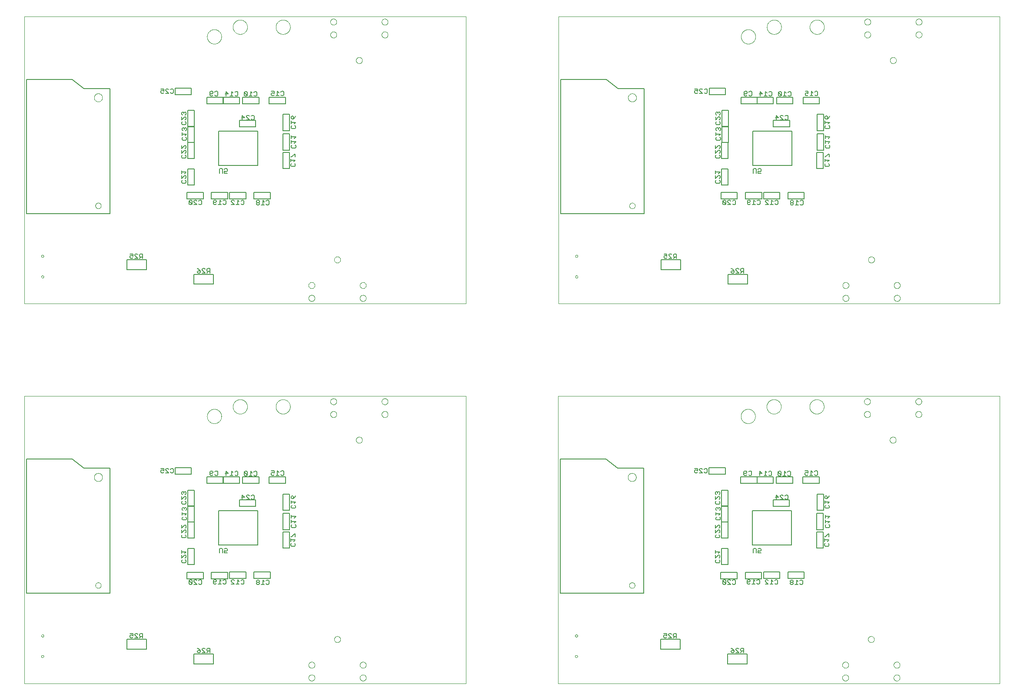
<source format=gbo>
G75*
%MOIN*%
%OFA0B0*%
%FSLAX25Y25*%
%IPPOS*%
%LPD*%
%AMOC8*
5,1,8,0,0,1.08239X$1,22.5*
%
%ADD10C,0.00000*%
%ADD11C,0.00600*%
%ADD12C,0.00500*%
D10*
X0004300Y0040375D02*
X0004300Y0260875D01*
X0342800Y0260875D01*
X0342800Y0040375D01*
X0004300Y0040375D01*
X0017300Y0061131D02*
X0017302Y0061190D01*
X0017308Y0061250D01*
X0017318Y0061308D01*
X0017331Y0061366D01*
X0017349Y0061423D01*
X0017370Y0061479D01*
X0017395Y0061533D01*
X0017423Y0061585D01*
X0017455Y0061636D01*
X0017490Y0061684D01*
X0017528Y0061730D01*
X0017569Y0061773D01*
X0017613Y0061813D01*
X0017659Y0061850D01*
X0017708Y0061884D01*
X0017759Y0061915D01*
X0017811Y0061943D01*
X0017866Y0061967D01*
X0017922Y0061987D01*
X0017979Y0062003D01*
X0018037Y0062016D01*
X0018096Y0062025D01*
X0018155Y0062030D01*
X0018215Y0062031D01*
X0018274Y0062028D01*
X0018333Y0062021D01*
X0018392Y0062010D01*
X0018450Y0061996D01*
X0018506Y0061977D01*
X0018562Y0061955D01*
X0018615Y0061930D01*
X0018667Y0061900D01*
X0018717Y0061868D01*
X0018764Y0061832D01*
X0018810Y0061793D01*
X0018852Y0061751D01*
X0018892Y0061707D01*
X0018928Y0061660D01*
X0018961Y0061611D01*
X0018992Y0061559D01*
X0019018Y0061506D01*
X0019041Y0061451D01*
X0019060Y0061395D01*
X0019076Y0061337D01*
X0019088Y0061279D01*
X0019096Y0061220D01*
X0019100Y0061161D01*
X0019100Y0061101D01*
X0019096Y0061042D01*
X0019088Y0060983D01*
X0019076Y0060925D01*
X0019060Y0060867D01*
X0019041Y0060811D01*
X0019018Y0060756D01*
X0018992Y0060703D01*
X0018961Y0060651D01*
X0018928Y0060602D01*
X0018892Y0060555D01*
X0018852Y0060511D01*
X0018810Y0060469D01*
X0018764Y0060430D01*
X0018717Y0060394D01*
X0018667Y0060362D01*
X0018615Y0060332D01*
X0018562Y0060307D01*
X0018506Y0060285D01*
X0018450Y0060266D01*
X0018392Y0060252D01*
X0018333Y0060241D01*
X0018274Y0060234D01*
X0018215Y0060231D01*
X0018155Y0060232D01*
X0018096Y0060237D01*
X0018037Y0060246D01*
X0017979Y0060259D01*
X0017922Y0060275D01*
X0017866Y0060295D01*
X0017811Y0060319D01*
X0017759Y0060347D01*
X0017708Y0060378D01*
X0017659Y0060412D01*
X0017613Y0060449D01*
X0017569Y0060489D01*
X0017528Y0060532D01*
X0017490Y0060578D01*
X0017455Y0060626D01*
X0017423Y0060677D01*
X0017395Y0060729D01*
X0017370Y0060783D01*
X0017349Y0060839D01*
X0017331Y0060896D01*
X0017318Y0060954D01*
X0017308Y0061012D01*
X0017302Y0061072D01*
X0017300Y0061131D01*
X0017300Y0076931D02*
X0017302Y0076990D01*
X0017308Y0077050D01*
X0017318Y0077108D01*
X0017331Y0077166D01*
X0017349Y0077223D01*
X0017370Y0077279D01*
X0017395Y0077333D01*
X0017423Y0077385D01*
X0017455Y0077436D01*
X0017490Y0077484D01*
X0017528Y0077530D01*
X0017569Y0077573D01*
X0017613Y0077613D01*
X0017659Y0077650D01*
X0017708Y0077684D01*
X0017759Y0077715D01*
X0017811Y0077743D01*
X0017866Y0077767D01*
X0017922Y0077787D01*
X0017979Y0077803D01*
X0018037Y0077816D01*
X0018096Y0077825D01*
X0018155Y0077830D01*
X0018215Y0077831D01*
X0018274Y0077828D01*
X0018333Y0077821D01*
X0018392Y0077810D01*
X0018450Y0077796D01*
X0018506Y0077777D01*
X0018562Y0077755D01*
X0018615Y0077730D01*
X0018667Y0077700D01*
X0018717Y0077668D01*
X0018764Y0077632D01*
X0018810Y0077593D01*
X0018852Y0077551D01*
X0018892Y0077507D01*
X0018928Y0077460D01*
X0018961Y0077411D01*
X0018992Y0077359D01*
X0019018Y0077306D01*
X0019041Y0077251D01*
X0019060Y0077195D01*
X0019076Y0077137D01*
X0019088Y0077079D01*
X0019096Y0077020D01*
X0019100Y0076961D01*
X0019100Y0076901D01*
X0019096Y0076842D01*
X0019088Y0076783D01*
X0019076Y0076725D01*
X0019060Y0076667D01*
X0019041Y0076611D01*
X0019018Y0076556D01*
X0018992Y0076503D01*
X0018961Y0076451D01*
X0018928Y0076402D01*
X0018892Y0076355D01*
X0018852Y0076311D01*
X0018810Y0076269D01*
X0018764Y0076230D01*
X0018717Y0076194D01*
X0018667Y0076162D01*
X0018615Y0076132D01*
X0018562Y0076107D01*
X0018506Y0076085D01*
X0018450Y0076066D01*
X0018392Y0076052D01*
X0018333Y0076041D01*
X0018274Y0076034D01*
X0018215Y0076031D01*
X0018155Y0076032D01*
X0018096Y0076037D01*
X0018037Y0076046D01*
X0017979Y0076059D01*
X0017922Y0076075D01*
X0017866Y0076095D01*
X0017811Y0076119D01*
X0017759Y0076147D01*
X0017708Y0076178D01*
X0017659Y0076212D01*
X0017613Y0076249D01*
X0017569Y0076289D01*
X0017528Y0076332D01*
X0017490Y0076378D01*
X0017455Y0076426D01*
X0017423Y0076477D01*
X0017395Y0076529D01*
X0017370Y0076583D01*
X0017349Y0076639D01*
X0017331Y0076696D01*
X0017318Y0076754D01*
X0017308Y0076812D01*
X0017302Y0076872D01*
X0017300Y0076931D01*
X0058760Y0115594D02*
X0058762Y0115687D01*
X0058768Y0115779D01*
X0058778Y0115871D01*
X0058792Y0115962D01*
X0058809Y0116053D01*
X0058831Y0116143D01*
X0058856Y0116232D01*
X0058885Y0116320D01*
X0058918Y0116406D01*
X0058955Y0116491D01*
X0058995Y0116575D01*
X0059039Y0116656D01*
X0059086Y0116736D01*
X0059136Y0116814D01*
X0059190Y0116889D01*
X0059247Y0116962D01*
X0059307Y0117032D01*
X0059370Y0117100D01*
X0059436Y0117165D01*
X0059504Y0117227D01*
X0059575Y0117287D01*
X0059649Y0117343D01*
X0059725Y0117396D01*
X0059803Y0117445D01*
X0059883Y0117492D01*
X0059965Y0117534D01*
X0060049Y0117574D01*
X0060134Y0117609D01*
X0060221Y0117641D01*
X0060309Y0117670D01*
X0060398Y0117694D01*
X0060488Y0117715D01*
X0060579Y0117731D01*
X0060671Y0117744D01*
X0060763Y0117753D01*
X0060856Y0117758D01*
X0060948Y0117759D01*
X0061041Y0117756D01*
X0061133Y0117749D01*
X0061225Y0117738D01*
X0061316Y0117723D01*
X0061407Y0117705D01*
X0061497Y0117682D01*
X0061585Y0117656D01*
X0061673Y0117626D01*
X0061759Y0117592D01*
X0061843Y0117555D01*
X0061926Y0117513D01*
X0062007Y0117469D01*
X0062087Y0117421D01*
X0062164Y0117370D01*
X0062238Y0117315D01*
X0062311Y0117257D01*
X0062381Y0117197D01*
X0062448Y0117133D01*
X0062512Y0117067D01*
X0062574Y0116997D01*
X0062632Y0116926D01*
X0062687Y0116852D01*
X0062739Y0116775D01*
X0062788Y0116696D01*
X0062834Y0116616D01*
X0062876Y0116533D01*
X0062914Y0116449D01*
X0062949Y0116363D01*
X0062980Y0116276D01*
X0063007Y0116188D01*
X0063030Y0116098D01*
X0063050Y0116008D01*
X0063066Y0115917D01*
X0063078Y0115825D01*
X0063086Y0115733D01*
X0063090Y0115640D01*
X0063090Y0115548D01*
X0063086Y0115455D01*
X0063078Y0115363D01*
X0063066Y0115271D01*
X0063050Y0115180D01*
X0063030Y0115090D01*
X0063007Y0115000D01*
X0062980Y0114912D01*
X0062949Y0114825D01*
X0062914Y0114739D01*
X0062876Y0114655D01*
X0062834Y0114572D01*
X0062788Y0114492D01*
X0062739Y0114413D01*
X0062687Y0114336D01*
X0062632Y0114262D01*
X0062574Y0114191D01*
X0062512Y0114121D01*
X0062448Y0114055D01*
X0062381Y0113991D01*
X0062311Y0113931D01*
X0062238Y0113873D01*
X0062164Y0113818D01*
X0062087Y0113767D01*
X0062008Y0113719D01*
X0061926Y0113675D01*
X0061843Y0113633D01*
X0061759Y0113596D01*
X0061673Y0113562D01*
X0061585Y0113532D01*
X0061497Y0113506D01*
X0061407Y0113483D01*
X0061316Y0113465D01*
X0061225Y0113450D01*
X0061133Y0113439D01*
X0061041Y0113432D01*
X0060948Y0113429D01*
X0060856Y0113430D01*
X0060763Y0113435D01*
X0060671Y0113444D01*
X0060579Y0113457D01*
X0060488Y0113473D01*
X0060398Y0113494D01*
X0060309Y0113518D01*
X0060221Y0113547D01*
X0060134Y0113579D01*
X0060049Y0113614D01*
X0059965Y0113654D01*
X0059883Y0113696D01*
X0059803Y0113743D01*
X0059725Y0113792D01*
X0059649Y0113845D01*
X0059575Y0113901D01*
X0059504Y0113961D01*
X0059436Y0114023D01*
X0059370Y0114088D01*
X0059307Y0114156D01*
X0059247Y0114226D01*
X0059190Y0114299D01*
X0059136Y0114374D01*
X0059086Y0114452D01*
X0059039Y0114532D01*
X0058995Y0114613D01*
X0058955Y0114697D01*
X0058918Y0114782D01*
X0058885Y0114868D01*
X0058856Y0114956D01*
X0058831Y0115045D01*
X0058809Y0115135D01*
X0058792Y0115226D01*
X0058778Y0115317D01*
X0058768Y0115409D01*
X0058762Y0115501D01*
X0058760Y0115594D01*
X0057775Y0198594D02*
X0057777Y0198706D01*
X0057783Y0198817D01*
X0057793Y0198929D01*
X0057807Y0199040D01*
X0057824Y0199150D01*
X0057846Y0199260D01*
X0057872Y0199369D01*
X0057901Y0199477D01*
X0057934Y0199583D01*
X0057971Y0199689D01*
X0058012Y0199793D01*
X0058057Y0199896D01*
X0058105Y0199997D01*
X0058156Y0200096D01*
X0058211Y0200193D01*
X0058270Y0200288D01*
X0058331Y0200382D01*
X0058396Y0200473D01*
X0058465Y0200561D01*
X0058536Y0200647D01*
X0058610Y0200731D01*
X0058688Y0200811D01*
X0058768Y0200889D01*
X0058851Y0200965D01*
X0058936Y0201037D01*
X0059024Y0201106D01*
X0059114Y0201172D01*
X0059207Y0201234D01*
X0059302Y0201294D01*
X0059399Y0201350D01*
X0059497Y0201402D01*
X0059598Y0201451D01*
X0059700Y0201496D01*
X0059804Y0201538D01*
X0059909Y0201576D01*
X0060016Y0201610D01*
X0060123Y0201640D01*
X0060232Y0201667D01*
X0060341Y0201689D01*
X0060452Y0201708D01*
X0060562Y0201723D01*
X0060674Y0201734D01*
X0060785Y0201741D01*
X0060897Y0201744D01*
X0061009Y0201743D01*
X0061121Y0201738D01*
X0061232Y0201729D01*
X0061343Y0201716D01*
X0061454Y0201699D01*
X0061564Y0201679D01*
X0061673Y0201654D01*
X0061781Y0201626D01*
X0061888Y0201593D01*
X0061994Y0201557D01*
X0062098Y0201517D01*
X0062201Y0201474D01*
X0062303Y0201427D01*
X0062402Y0201376D01*
X0062500Y0201322D01*
X0062596Y0201264D01*
X0062690Y0201203D01*
X0062781Y0201139D01*
X0062870Y0201072D01*
X0062957Y0201001D01*
X0063041Y0200927D01*
X0063123Y0200851D01*
X0063201Y0200771D01*
X0063277Y0200689D01*
X0063350Y0200604D01*
X0063420Y0200517D01*
X0063486Y0200427D01*
X0063550Y0200335D01*
X0063610Y0200241D01*
X0063667Y0200145D01*
X0063720Y0200046D01*
X0063770Y0199946D01*
X0063816Y0199845D01*
X0063859Y0199741D01*
X0063898Y0199636D01*
X0063933Y0199530D01*
X0063964Y0199423D01*
X0063992Y0199314D01*
X0064015Y0199205D01*
X0064035Y0199095D01*
X0064051Y0198984D01*
X0064063Y0198873D01*
X0064071Y0198762D01*
X0064075Y0198650D01*
X0064075Y0198538D01*
X0064071Y0198426D01*
X0064063Y0198315D01*
X0064051Y0198204D01*
X0064035Y0198093D01*
X0064015Y0197983D01*
X0063992Y0197874D01*
X0063964Y0197765D01*
X0063933Y0197658D01*
X0063898Y0197552D01*
X0063859Y0197447D01*
X0063816Y0197343D01*
X0063770Y0197242D01*
X0063720Y0197142D01*
X0063667Y0197043D01*
X0063610Y0196947D01*
X0063550Y0196853D01*
X0063486Y0196761D01*
X0063420Y0196671D01*
X0063350Y0196584D01*
X0063277Y0196499D01*
X0063201Y0196417D01*
X0063123Y0196337D01*
X0063041Y0196261D01*
X0062957Y0196187D01*
X0062870Y0196116D01*
X0062781Y0196049D01*
X0062690Y0195985D01*
X0062596Y0195924D01*
X0062500Y0195866D01*
X0062402Y0195812D01*
X0062303Y0195761D01*
X0062201Y0195714D01*
X0062098Y0195671D01*
X0061994Y0195631D01*
X0061888Y0195595D01*
X0061781Y0195562D01*
X0061673Y0195534D01*
X0061564Y0195509D01*
X0061454Y0195489D01*
X0061343Y0195472D01*
X0061232Y0195459D01*
X0061121Y0195450D01*
X0061009Y0195445D01*
X0060897Y0195444D01*
X0060785Y0195447D01*
X0060674Y0195454D01*
X0060562Y0195465D01*
X0060452Y0195480D01*
X0060341Y0195499D01*
X0060232Y0195521D01*
X0060123Y0195548D01*
X0060016Y0195578D01*
X0059909Y0195612D01*
X0059804Y0195650D01*
X0059700Y0195692D01*
X0059598Y0195737D01*
X0059497Y0195786D01*
X0059399Y0195838D01*
X0059302Y0195894D01*
X0059207Y0195954D01*
X0059114Y0196016D01*
X0059024Y0196082D01*
X0058936Y0196151D01*
X0058851Y0196223D01*
X0058768Y0196299D01*
X0058688Y0196377D01*
X0058610Y0196457D01*
X0058536Y0196541D01*
X0058465Y0196627D01*
X0058396Y0196715D01*
X0058331Y0196806D01*
X0058270Y0196900D01*
X0058211Y0196995D01*
X0058156Y0197092D01*
X0058105Y0197191D01*
X0058057Y0197292D01*
X0058012Y0197395D01*
X0057971Y0197499D01*
X0057934Y0197605D01*
X0057901Y0197711D01*
X0057872Y0197819D01*
X0057846Y0197928D01*
X0057824Y0198038D01*
X0057807Y0198148D01*
X0057793Y0198259D01*
X0057783Y0198371D01*
X0057777Y0198482D01*
X0057775Y0198594D01*
X0144413Y0245375D02*
X0144415Y0245523D01*
X0144421Y0245671D01*
X0144431Y0245819D01*
X0144445Y0245966D01*
X0144463Y0246113D01*
X0144484Y0246259D01*
X0144510Y0246405D01*
X0144540Y0246550D01*
X0144573Y0246694D01*
X0144611Y0246837D01*
X0144652Y0246979D01*
X0144697Y0247120D01*
X0144745Y0247260D01*
X0144798Y0247399D01*
X0144854Y0247536D01*
X0144914Y0247671D01*
X0144977Y0247805D01*
X0145044Y0247937D01*
X0145115Y0248067D01*
X0145189Y0248195D01*
X0145266Y0248321D01*
X0145347Y0248445D01*
X0145431Y0248567D01*
X0145518Y0248686D01*
X0145609Y0248803D01*
X0145703Y0248918D01*
X0145799Y0249030D01*
X0145899Y0249140D01*
X0146001Y0249246D01*
X0146107Y0249350D01*
X0146215Y0249451D01*
X0146326Y0249549D01*
X0146439Y0249645D01*
X0146555Y0249737D01*
X0146673Y0249826D01*
X0146794Y0249911D01*
X0146917Y0249994D01*
X0147042Y0250073D01*
X0147169Y0250149D01*
X0147298Y0250221D01*
X0147429Y0250290D01*
X0147562Y0250355D01*
X0147697Y0250416D01*
X0147833Y0250474D01*
X0147970Y0250529D01*
X0148109Y0250579D01*
X0148250Y0250626D01*
X0148391Y0250669D01*
X0148534Y0250709D01*
X0148678Y0250744D01*
X0148822Y0250776D01*
X0148968Y0250803D01*
X0149114Y0250827D01*
X0149261Y0250847D01*
X0149408Y0250863D01*
X0149555Y0250875D01*
X0149703Y0250883D01*
X0149851Y0250887D01*
X0149999Y0250887D01*
X0150147Y0250883D01*
X0150295Y0250875D01*
X0150442Y0250863D01*
X0150589Y0250847D01*
X0150736Y0250827D01*
X0150882Y0250803D01*
X0151028Y0250776D01*
X0151172Y0250744D01*
X0151316Y0250709D01*
X0151459Y0250669D01*
X0151600Y0250626D01*
X0151741Y0250579D01*
X0151880Y0250529D01*
X0152017Y0250474D01*
X0152153Y0250416D01*
X0152288Y0250355D01*
X0152421Y0250290D01*
X0152552Y0250221D01*
X0152681Y0250149D01*
X0152808Y0250073D01*
X0152933Y0249994D01*
X0153056Y0249911D01*
X0153177Y0249826D01*
X0153295Y0249737D01*
X0153411Y0249645D01*
X0153524Y0249549D01*
X0153635Y0249451D01*
X0153743Y0249350D01*
X0153849Y0249246D01*
X0153951Y0249140D01*
X0154051Y0249030D01*
X0154147Y0248918D01*
X0154241Y0248803D01*
X0154332Y0248686D01*
X0154419Y0248567D01*
X0154503Y0248445D01*
X0154584Y0248321D01*
X0154661Y0248195D01*
X0154735Y0248067D01*
X0154806Y0247937D01*
X0154873Y0247805D01*
X0154936Y0247671D01*
X0154996Y0247536D01*
X0155052Y0247399D01*
X0155105Y0247260D01*
X0155153Y0247120D01*
X0155198Y0246979D01*
X0155239Y0246837D01*
X0155277Y0246694D01*
X0155310Y0246550D01*
X0155340Y0246405D01*
X0155366Y0246259D01*
X0155387Y0246113D01*
X0155405Y0245966D01*
X0155419Y0245819D01*
X0155429Y0245671D01*
X0155435Y0245523D01*
X0155437Y0245375D01*
X0155435Y0245227D01*
X0155429Y0245079D01*
X0155419Y0244931D01*
X0155405Y0244784D01*
X0155387Y0244637D01*
X0155366Y0244491D01*
X0155340Y0244345D01*
X0155310Y0244200D01*
X0155277Y0244056D01*
X0155239Y0243913D01*
X0155198Y0243771D01*
X0155153Y0243630D01*
X0155105Y0243490D01*
X0155052Y0243351D01*
X0154996Y0243214D01*
X0154936Y0243079D01*
X0154873Y0242945D01*
X0154806Y0242813D01*
X0154735Y0242683D01*
X0154661Y0242555D01*
X0154584Y0242429D01*
X0154503Y0242305D01*
X0154419Y0242183D01*
X0154332Y0242064D01*
X0154241Y0241947D01*
X0154147Y0241832D01*
X0154051Y0241720D01*
X0153951Y0241610D01*
X0153849Y0241504D01*
X0153743Y0241400D01*
X0153635Y0241299D01*
X0153524Y0241201D01*
X0153411Y0241105D01*
X0153295Y0241013D01*
X0153177Y0240924D01*
X0153056Y0240839D01*
X0152933Y0240756D01*
X0152808Y0240677D01*
X0152681Y0240601D01*
X0152552Y0240529D01*
X0152421Y0240460D01*
X0152288Y0240395D01*
X0152153Y0240334D01*
X0152017Y0240276D01*
X0151880Y0240221D01*
X0151741Y0240171D01*
X0151600Y0240124D01*
X0151459Y0240081D01*
X0151316Y0240041D01*
X0151172Y0240006D01*
X0151028Y0239974D01*
X0150882Y0239947D01*
X0150736Y0239923D01*
X0150589Y0239903D01*
X0150442Y0239887D01*
X0150295Y0239875D01*
X0150147Y0239867D01*
X0149999Y0239863D01*
X0149851Y0239863D01*
X0149703Y0239867D01*
X0149555Y0239875D01*
X0149408Y0239887D01*
X0149261Y0239903D01*
X0149114Y0239923D01*
X0148968Y0239947D01*
X0148822Y0239974D01*
X0148678Y0240006D01*
X0148534Y0240041D01*
X0148391Y0240081D01*
X0148250Y0240124D01*
X0148109Y0240171D01*
X0147970Y0240221D01*
X0147833Y0240276D01*
X0147697Y0240334D01*
X0147562Y0240395D01*
X0147429Y0240460D01*
X0147298Y0240529D01*
X0147169Y0240601D01*
X0147042Y0240677D01*
X0146917Y0240756D01*
X0146794Y0240839D01*
X0146673Y0240924D01*
X0146555Y0241013D01*
X0146439Y0241105D01*
X0146326Y0241201D01*
X0146215Y0241299D01*
X0146107Y0241400D01*
X0146001Y0241504D01*
X0145899Y0241610D01*
X0145799Y0241720D01*
X0145703Y0241832D01*
X0145609Y0241947D01*
X0145518Y0242064D01*
X0145431Y0242183D01*
X0145347Y0242305D01*
X0145266Y0242429D01*
X0145189Y0242555D01*
X0145115Y0242683D01*
X0145044Y0242813D01*
X0144977Y0242945D01*
X0144914Y0243079D01*
X0144854Y0243214D01*
X0144798Y0243351D01*
X0144745Y0243490D01*
X0144697Y0243630D01*
X0144652Y0243771D01*
X0144611Y0243913D01*
X0144573Y0244056D01*
X0144540Y0244200D01*
X0144510Y0244345D01*
X0144484Y0244491D01*
X0144463Y0244637D01*
X0144445Y0244784D01*
X0144431Y0244931D01*
X0144421Y0245079D01*
X0144415Y0245227D01*
X0144413Y0245375D01*
X0164226Y0252777D02*
X0164228Y0252925D01*
X0164234Y0253073D01*
X0164244Y0253221D01*
X0164258Y0253368D01*
X0164276Y0253515D01*
X0164297Y0253661D01*
X0164323Y0253807D01*
X0164353Y0253952D01*
X0164386Y0254096D01*
X0164424Y0254239D01*
X0164465Y0254381D01*
X0164510Y0254522D01*
X0164558Y0254662D01*
X0164611Y0254801D01*
X0164667Y0254938D01*
X0164727Y0255073D01*
X0164790Y0255207D01*
X0164857Y0255339D01*
X0164928Y0255469D01*
X0165002Y0255597D01*
X0165079Y0255723D01*
X0165160Y0255847D01*
X0165244Y0255969D01*
X0165331Y0256088D01*
X0165422Y0256205D01*
X0165516Y0256320D01*
X0165612Y0256432D01*
X0165712Y0256542D01*
X0165814Y0256648D01*
X0165920Y0256752D01*
X0166028Y0256853D01*
X0166139Y0256951D01*
X0166252Y0257047D01*
X0166368Y0257139D01*
X0166486Y0257228D01*
X0166607Y0257313D01*
X0166730Y0257396D01*
X0166855Y0257475D01*
X0166982Y0257551D01*
X0167111Y0257623D01*
X0167242Y0257692D01*
X0167375Y0257757D01*
X0167510Y0257818D01*
X0167646Y0257876D01*
X0167783Y0257931D01*
X0167922Y0257981D01*
X0168063Y0258028D01*
X0168204Y0258071D01*
X0168347Y0258111D01*
X0168491Y0258146D01*
X0168635Y0258178D01*
X0168781Y0258205D01*
X0168927Y0258229D01*
X0169074Y0258249D01*
X0169221Y0258265D01*
X0169368Y0258277D01*
X0169516Y0258285D01*
X0169664Y0258289D01*
X0169812Y0258289D01*
X0169960Y0258285D01*
X0170108Y0258277D01*
X0170255Y0258265D01*
X0170402Y0258249D01*
X0170549Y0258229D01*
X0170695Y0258205D01*
X0170841Y0258178D01*
X0170985Y0258146D01*
X0171129Y0258111D01*
X0171272Y0258071D01*
X0171413Y0258028D01*
X0171554Y0257981D01*
X0171693Y0257931D01*
X0171830Y0257876D01*
X0171966Y0257818D01*
X0172101Y0257757D01*
X0172234Y0257692D01*
X0172365Y0257623D01*
X0172494Y0257551D01*
X0172621Y0257475D01*
X0172746Y0257396D01*
X0172869Y0257313D01*
X0172990Y0257228D01*
X0173108Y0257139D01*
X0173224Y0257047D01*
X0173337Y0256951D01*
X0173448Y0256853D01*
X0173556Y0256752D01*
X0173662Y0256648D01*
X0173764Y0256542D01*
X0173864Y0256432D01*
X0173960Y0256320D01*
X0174054Y0256205D01*
X0174145Y0256088D01*
X0174232Y0255969D01*
X0174316Y0255847D01*
X0174397Y0255723D01*
X0174474Y0255597D01*
X0174548Y0255469D01*
X0174619Y0255339D01*
X0174686Y0255207D01*
X0174749Y0255073D01*
X0174809Y0254938D01*
X0174865Y0254801D01*
X0174918Y0254662D01*
X0174966Y0254522D01*
X0175011Y0254381D01*
X0175052Y0254239D01*
X0175090Y0254096D01*
X0175123Y0253952D01*
X0175153Y0253807D01*
X0175179Y0253661D01*
X0175200Y0253515D01*
X0175218Y0253368D01*
X0175232Y0253221D01*
X0175242Y0253073D01*
X0175248Y0252925D01*
X0175250Y0252777D01*
X0175248Y0252629D01*
X0175242Y0252481D01*
X0175232Y0252333D01*
X0175218Y0252186D01*
X0175200Y0252039D01*
X0175179Y0251893D01*
X0175153Y0251747D01*
X0175123Y0251602D01*
X0175090Y0251458D01*
X0175052Y0251315D01*
X0175011Y0251173D01*
X0174966Y0251032D01*
X0174918Y0250892D01*
X0174865Y0250753D01*
X0174809Y0250616D01*
X0174749Y0250481D01*
X0174686Y0250347D01*
X0174619Y0250215D01*
X0174548Y0250085D01*
X0174474Y0249957D01*
X0174397Y0249831D01*
X0174316Y0249707D01*
X0174232Y0249585D01*
X0174145Y0249466D01*
X0174054Y0249349D01*
X0173960Y0249234D01*
X0173864Y0249122D01*
X0173764Y0249012D01*
X0173662Y0248906D01*
X0173556Y0248802D01*
X0173448Y0248701D01*
X0173337Y0248603D01*
X0173224Y0248507D01*
X0173108Y0248415D01*
X0172990Y0248326D01*
X0172869Y0248241D01*
X0172746Y0248158D01*
X0172621Y0248079D01*
X0172494Y0248003D01*
X0172365Y0247931D01*
X0172234Y0247862D01*
X0172101Y0247797D01*
X0171966Y0247736D01*
X0171830Y0247678D01*
X0171693Y0247623D01*
X0171554Y0247573D01*
X0171413Y0247526D01*
X0171272Y0247483D01*
X0171129Y0247443D01*
X0170985Y0247408D01*
X0170841Y0247376D01*
X0170695Y0247349D01*
X0170549Y0247325D01*
X0170402Y0247305D01*
X0170255Y0247289D01*
X0170108Y0247277D01*
X0169960Y0247269D01*
X0169812Y0247265D01*
X0169664Y0247265D01*
X0169516Y0247269D01*
X0169368Y0247277D01*
X0169221Y0247289D01*
X0169074Y0247305D01*
X0168927Y0247325D01*
X0168781Y0247349D01*
X0168635Y0247376D01*
X0168491Y0247408D01*
X0168347Y0247443D01*
X0168204Y0247483D01*
X0168063Y0247526D01*
X0167922Y0247573D01*
X0167783Y0247623D01*
X0167646Y0247678D01*
X0167510Y0247736D01*
X0167375Y0247797D01*
X0167242Y0247862D01*
X0167111Y0247931D01*
X0166982Y0248003D01*
X0166855Y0248079D01*
X0166730Y0248158D01*
X0166607Y0248241D01*
X0166486Y0248326D01*
X0166368Y0248415D01*
X0166252Y0248507D01*
X0166139Y0248603D01*
X0166028Y0248701D01*
X0165920Y0248802D01*
X0165814Y0248906D01*
X0165712Y0249012D01*
X0165612Y0249122D01*
X0165516Y0249234D01*
X0165422Y0249349D01*
X0165331Y0249466D01*
X0165244Y0249585D01*
X0165160Y0249707D01*
X0165079Y0249831D01*
X0165002Y0249957D01*
X0164928Y0250085D01*
X0164857Y0250215D01*
X0164790Y0250347D01*
X0164727Y0250481D01*
X0164667Y0250616D01*
X0164611Y0250753D01*
X0164558Y0250892D01*
X0164510Y0251032D01*
X0164465Y0251173D01*
X0164424Y0251315D01*
X0164386Y0251458D01*
X0164353Y0251602D01*
X0164323Y0251747D01*
X0164297Y0251893D01*
X0164276Y0252039D01*
X0164258Y0252186D01*
X0164244Y0252333D01*
X0164234Y0252481D01*
X0164228Y0252629D01*
X0164226Y0252777D01*
X0197100Y0252777D02*
X0197102Y0252925D01*
X0197108Y0253073D01*
X0197118Y0253221D01*
X0197132Y0253368D01*
X0197150Y0253515D01*
X0197171Y0253661D01*
X0197197Y0253807D01*
X0197227Y0253952D01*
X0197260Y0254096D01*
X0197298Y0254239D01*
X0197339Y0254381D01*
X0197384Y0254522D01*
X0197432Y0254662D01*
X0197485Y0254801D01*
X0197541Y0254938D01*
X0197601Y0255073D01*
X0197664Y0255207D01*
X0197731Y0255339D01*
X0197802Y0255469D01*
X0197876Y0255597D01*
X0197953Y0255723D01*
X0198034Y0255847D01*
X0198118Y0255969D01*
X0198205Y0256088D01*
X0198296Y0256205D01*
X0198390Y0256320D01*
X0198486Y0256432D01*
X0198586Y0256542D01*
X0198688Y0256648D01*
X0198794Y0256752D01*
X0198902Y0256853D01*
X0199013Y0256951D01*
X0199126Y0257047D01*
X0199242Y0257139D01*
X0199360Y0257228D01*
X0199481Y0257313D01*
X0199604Y0257396D01*
X0199729Y0257475D01*
X0199856Y0257551D01*
X0199985Y0257623D01*
X0200116Y0257692D01*
X0200249Y0257757D01*
X0200384Y0257818D01*
X0200520Y0257876D01*
X0200657Y0257931D01*
X0200796Y0257981D01*
X0200937Y0258028D01*
X0201078Y0258071D01*
X0201221Y0258111D01*
X0201365Y0258146D01*
X0201509Y0258178D01*
X0201655Y0258205D01*
X0201801Y0258229D01*
X0201948Y0258249D01*
X0202095Y0258265D01*
X0202242Y0258277D01*
X0202390Y0258285D01*
X0202538Y0258289D01*
X0202686Y0258289D01*
X0202834Y0258285D01*
X0202982Y0258277D01*
X0203129Y0258265D01*
X0203276Y0258249D01*
X0203423Y0258229D01*
X0203569Y0258205D01*
X0203715Y0258178D01*
X0203859Y0258146D01*
X0204003Y0258111D01*
X0204146Y0258071D01*
X0204287Y0258028D01*
X0204428Y0257981D01*
X0204567Y0257931D01*
X0204704Y0257876D01*
X0204840Y0257818D01*
X0204975Y0257757D01*
X0205108Y0257692D01*
X0205239Y0257623D01*
X0205368Y0257551D01*
X0205495Y0257475D01*
X0205620Y0257396D01*
X0205743Y0257313D01*
X0205864Y0257228D01*
X0205982Y0257139D01*
X0206098Y0257047D01*
X0206211Y0256951D01*
X0206322Y0256853D01*
X0206430Y0256752D01*
X0206536Y0256648D01*
X0206638Y0256542D01*
X0206738Y0256432D01*
X0206834Y0256320D01*
X0206928Y0256205D01*
X0207019Y0256088D01*
X0207106Y0255969D01*
X0207190Y0255847D01*
X0207271Y0255723D01*
X0207348Y0255597D01*
X0207422Y0255469D01*
X0207493Y0255339D01*
X0207560Y0255207D01*
X0207623Y0255073D01*
X0207683Y0254938D01*
X0207739Y0254801D01*
X0207792Y0254662D01*
X0207840Y0254522D01*
X0207885Y0254381D01*
X0207926Y0254239D01*
X0207964Y0254096D01*
X0207997Y0253952D01*
X0208027Y0253807D01*
X0208053Y0253661D01*
X0208074Y0253515D01*
X0208092Y0253368D01*
X0208106Y0253221D01*
X0208116Y0253073D01*
X0208122Y0252925D01*
X0208124Y0252777D01*
X0208122Y0252629D01*
X0208116Y0252481D01*
X0208106Y0252333D01*
X0208092Y0252186D01*
X0208074Y0252039D01*
X0208053Y0251893D01*
X0208027Y0251747D01*
X0207997Y0251602D01*
X0207964Y0251458D01*
X0207926Y0251315D01*
X0207885Y0251173D01*
X0207840Y0251032D01*
X0207792Y0250892D01*
X0207739Y0250753D01*
X0207683Y0250616D01*
X0207623Y0250481D01*
X0207560Y0250347D01*
X0207493Y0250215D01*
X0207422Y0250085D01*
X0207348Y0249957D01*
X0207271Y0249831D01*
X0207190Y0249707D01*
X0207106Y0249585D01*
X0207019Y0249466D01*
X0206928Y0249349D01*
X0206834Y0249234D01*
X0206738Y0249122D01*
X0206638Y0249012D01*
X0206536Y0248906D01*
X0206430Y0248802D01*
X0206322Y0248701D01*
X0206211Y0248603D01*
X0206098Y0248507D01*
X0205982Y0248415D01*
X0205864Y0248326D01*
X0205743Y0248241D01*
X0205620Y0248158D01*
X0205495Y0248079D01*
X0205368Y0248003D01*
X0205239Y0247931D01*
X0205108Y0247862D01*
X0204975Y0247797D01*
X0204840Y0247736D01*
X0204704Y0247678D01*
X0204567Y0247623D01*
X0204428Y0247573D01*
X0204287Y0247526D01*
X0204146Y0247483D01*
X0204003Y0247443D01*
X0203859Y0247408D01*
X0203715Y0247376D01*
X0203569Y0247349D01*
X0203423Y0247325D01*
X0203276Y0247305D01*
X0203129Y0247289D01*
X0202982Y0247277D01*
X0202834Y0247269D01*
X0202686Y0247265D01*
X0202538Y0247265D01*
X0202390Y0247269D01*
X0202242Y0247277D01*
X0202095Y0247289D01*
X0201948Y0247305D01*
X0201801Y0247325D01*
X0201655Y0247349D01*
X0201509Y0247376D01*
X0201365Y0247408D01*
X0201221Y0247443D01*
X0201078Y0247483D01*
X0200937Y0247526D01*
X0200796Y0247573D01*
X0200657Y0247623D01*
X0200520Y0247678D01*
X0200384Y0247736D01*
X0200249Y0247797D01*
X0200116Y0247862D01*
X0199985Y0247931D01*
X0199856Y0248003D01*
X0199729Y0248079D01*
X0199604Y0248158D01*
X0199481Y0248241D01*
X0199360Y0248326D01*
X0199242Y0248415D01*
X0199126Y0248507D01*
X0199013Y0248603D01*
X0198902Y0248701D01*
X0198794Y0248802D01*
X0198688Y0248906D01*
X0198586Y0249012D01*
X0198486Y0249122D01*
X0198390Y0249234D01*
X0198296Y0249349D01*
X0198205Y0249466D01*
X0198118Y0249585D01*
X0198034Y0249707D01*
X0197953Y0249831D01*
X0197876Y0249957D01*
X0197802Y0250085D01*
X0197731Y0250215D01*
X0197664Y0250347D01*
X0197601Y0250481D01*
X0197541Y0250616D01*
X0197485Y0250753D01*
X0197432Y0250892D01*
X0197384Y0251032D01*
X0197339Y0251173D01*
X0197298Y0251315D01*
X0197260Y0251458D01*
X0197227Y0251602D01*
X0197197Y0251747D01*
X0197171Y0251893D01*
X0197150Y0252039D01*
X0197132Y0252186D01*
X0197118Y0252333D01*
X0197108Y0252481D01*
X0197102Y0252629D01*
X0197100Y0252777D01*
X0238972Y0256718D02*
X0238974Y0256815D01*
X0238980Y0256912D01*
X0238990Y0257008D01*
X0239004Y0257104D01*
X0239022Y0257200D01*
X0239043Y0257294D01*
X0239069Y0257388D01*
X0239098Y0257480D01*
X0239132Y0257571D01*
X0239168Y0257661D01*
X0239209Y0257749D01*
X0239253Y0257835D01*
X0239301Y0257920D01*
X0239352Y0258002D01*
X0239406Y0258083D01*
X0239464Y0258161D01*
X0239525Y0258236D01*
X0239588Y0258309D01*
X0239655Y0258380D01*
X0239725Y0258447D01*
X0239797Y0258512D01*
X0239872Y0258573D01*
X0239950Y0258632D01*
X0240029Y0258687D01*
X0240111Y0258739D01*
X0240195Y0258787D01*
X0240281Y0258832D01*
X0240369Y0258874D01*
X0240458Y0258912D01*
X0240549Y0258946D01*
X0240641Y0258976D01*
X0240734Y0259003D01*
X0240829Y0259025D01*
X0240924Y0259044D01*
X0241020Y0259059D01*
X0241116Y0259070D01*
X0241213Y0259077D01*
X0241310Y0259080D01*
X0241407Y0259079D01*
X0241504Y0259074D01*
X0241600Y0259065D01*
X0241696Y0259052D01*
X0241792Y0259035D01*
X0241887Y0259014D01*
X0241980Y0258990D01*
X0242073Y0258961D01*
X0242165Y0258929D01*
X0242255Y0258893D01*
X0242343Y0258854D01*
X0242430Y0258810D01*
X0242515Y0258764D01*
X0242598Y0258713D01*
X0242679Y0258660D01*
X0242757Y0258603D01*
X0242834Y0258543D01*
X0242907Y0258480D01*
X0242978Y0258414D01*
X0243046Y0258345D01*
X0243112Y0258273D01*
X0243174Y0258199D01*
X0243233Y0258122D01*
X0243289Y0258043D01*
X0243342Y0257961D01*
X0243392Y0257878D01*
X0243437Y0257792D01*
X0243480Y0257705D01*
X0243519Y0257616D01*
X0243554Y0257526D01*
X0243585Y0257434D01*
X0243612Y0257341D01*
X0243636Y0257247D01*
X0243656Y0257152D01*
X0243672Y0257056D01*
X0243684Y0256960D01*
X0243692Y0256863D01*
X0243696Y0256766D01*
X0243696Y0256670D01*
X0243692Y0256573D01*
X0243684Y0256476D01*
X0243672Y0256380D01*
X0243656Y0256284D01*
X0243636Y0256189D01*
X0243612Y0256095D01*
X0243585Y0256002D01*
X0243554Y0255910D01*
X0243519Y0255820D01*
X0243480Y0255731D01*
X0243437Y0255644D01*
X0243392Y0255558D01*
X0243342Y0255475D01*
X0243289Y0255393D01*
X0243233Y0255314D01*
X0243174Y0255237D01*
X0243112Y0255163D01*
X0243046Y0255091D01*
X0242978Y0255022D01*
X0242907Y0254956D01*
X0242834Y0254893D01*
X0242757Y0254833D01*
X0242679Y0254776D01*
X0242598Y0254723D01*
X0242515Y0254672D01*
X0242430Y0254626D01*
X0242343Y0254582D01*
X0242255Y0254543D01*
X0242165Y0254507D01*
X0242073Y0254475D01*
X0241980Y0254446D01*
X0241887Y0254422D01*
X0241792Y0254401D01*
X0241696Y0254384D01*
X0241600Y0254371D01*
X0241504Y0254362D01*
X0241407Y0254357D01*
X0241310Y0254356D01*
X0241213Y0254359D01*
X0241116Y0254366D01*
X0241020Y0254377D01*
X0240924Y0254392D01*
X0240829Y0254411D01*
X0240734Y0254433D01*
X0240641Y0254460D01*
X0240549Y0254490D01*
X0240458Y0254524D01*
X0240369Y0254562D01*
X0240281Y0254604D01*
X0240195Y0254649D01*
X0240111Y0254697D01*
X0240029Y0254749D01*
X0239950Y0254804D01*
X0239872Y0254863D01*
X0239797Y0254924D01*
X0239725Y0254989D01*
X0239655Y0255056D01*
X0239588Y0255127D01*
X0239525Y0255200D01*
X0239464Y0255275D01*
X0239406Y0255353D01*
X0239352Y0255434D01*
X0239301Y0255516D01*
X0239253Y0255601D01*
X0239209Y0255687D01*
X0239168Y0255775D01*
X0239132Y0255865D01*
X0239098Y0255956D01*
X0239069Y0256048D01*
X0239043Y0256142D01*
X0239022Y0256236D01*
X0239004Y0256332D01*
X0238990Y0256428D01*
X0238980Y0256524D01*
X0238974Y0256621D01*
X0238972Y0256718D01*
X0238972Y0246875D02*
X0238974Y0246972D01*
X0238980Y0247069D01*
X0238990Y0247165D01*
X0239004Y0247261D01*
X0239022Y0247357D01*
X0239043Y0247451D01*
X0239069Y0247545D01*
X0239098Y0247637D01*
X0239132Y0247728D01*
X0239168Y0247818D01*
X0239209Y0247906D01*
X0239253Y0247992D01*
X0239301Y0248077D01*
X0239352Y0248159D01*
X0239406Y0248240D01*
X0239464Y0248318D01*
X0239525Y0248393D01*
X0239588Y0248466D01*
X0239655Y0248537D01*
X0239725Y0248604D01*
X0239797Y0248669D01*
X0239872Y0248730D01*
X0239950Y0248789D01*
X0240029Y0248844D01*
X0240111Y0248896D01*
X0240195Y0248944D01*
X0240281Y0248989D01*
X0240369Y0249031D01*
X0240458Y0249069D01*
X0240549Y0249103D01*
X0240641Y0249133D01*
X0240734Y0249160D01*
X0240829Y0249182D01*
X0240924Y0249201D01*
X0241020Y0249216D01*
X0241116Y0249227D01*
X0241213Y0249234D01*
X0241310Y0249237D01*
X0241407Y0249236D01*
X0241504Y0249231D01*
X0241600Y0249222D01*
X0241696Y0249209D01*
X0241792Y0249192D01*
X0241887Y0249171D01*
X0241980Y0249147D01*
X0242073Y0249118D01*
X0242165Y0249086D01*
X0242255Y0249050D01*
X0242343Y0249011D01*
X0242430Y0248967D01*
X0242515Y0248921D01*
X0242598Y0248870D01*
X0242679Y0248817D01*
X0242757Y0248760D01*
X0242834Y0248700D01*
X0242907Y0248637D01*
X0242978Y0248571D01*
X0243046Y0248502D01*
X0243112Y0248430D01*
X0243174Y0248356D01*
X0243233Y0248279D01*
X0243289Y0248200D01*
X0243342Y0248118D01*
X0243392Y0248035D01*
X0243437Y0247949D01*
X0243480Y0247862D01*
X0243519Y0247773D01*
X0243554Y0247683D01*
X0243585Y0247591D01*
X0243612Y0247498D01*
X0243636Y0247404D01*
X0243656Y0247309D01*
X0243672Y0247213D01*
X0243684Y0247117D01*
X0243692Y0247020D01*
X0243696Y0246923D01*
X0243696Y0246827D01*
X0243692Y0246730D01*
X0243684Y0246633D01*
X0243672Y0246537D01*
X0243656Y0246441D01*
X0243636Y0246346D01*
X0243612Y0246252D01*
X0243585Y0246159D01*
X0243554Y0246067D01*
X0243519Y0245977D01*
X0243480Y0245888D01*
X0243437Y0245801D01*
X0243392Y0245715D01*
X0243342Y0245632D01*
X0243289Y0245550D01*
X0243233Y0245471D01*
X0243174Y0245394D01*
X0243112Y0245320D01*
X0243046Y0245248D01*
X0242978Y0245179D01*
X0242907Y0245113D01*
X0242834Y0245050D01*
X0242757Y0244990D01*
X0242679Y0244933D01*
X0242598Y0244880D01*
X0242515Y0244829D01*
X0242430Y0244783D01*
X0242343Y0244739D01*
X0242255Y0244700D01*
X0242165Y0244664D01*
X0242073Y0244632D01*
X0241980Y0244603D01*
X0241887Y0244579D01*
X0241792Y0244558D01*
X0241696Y0244541D01*
X0241600Y0244528D01*
X0241504Y0244519D01*
X0241407Y0244514D01*
X0241310Y0244513D01*
X0241213Y0244516D01*
X0241116Y0244523D01*
X0241020Y0244534D01*
X0240924Y0244549D01*
X0240829Y0244568D01*
X0240734Y0244590D01*
X0240641Y0244617D01*
X0240549Y0244647D01*
X0240458Y0244681D01*
X0240369Y0244719D01*
X0240281Y0244761D01*
X0240195Y0244806D01*
X0240111Y0244854D01*
X0240029Y0244906D01*
X0239950Y0244961D01*
X0239872Y0245020D01*
X0239797Y0245081D01*
X0239725Y0245146D01*
X0239655Y0245213D01*
X0239588Y0245284D01*
X0239525Y0245357D01*
X0239464Y0245432D01*
X0239406Y0245510D01*
X0239352Y0245591D01*
X0239301Y0245673D01*
X0239253Y0245758D01*
X0239209Y0245844D01*
X0239168Y0245932D01*
X0239132Y0246022D01*
X0239098Y0246113D01*
X0239069Y0246205D01*
X0239043Y0246299D01*
X0239022Y0246393D01*
X0239004Y0246489D01*
X0238990Y0246585D01*
X0238980Y0246681D01*
X0238974Y0246778D01*
X0238972Y0246875D01*
X0258657Y0227190D02*
X0258659Y0227287D01*
X0258665Y0227384D01*
X0258675Y0227480D01*
X0258689Y0227576D01*
X0258707Y0227672D01*
X0258728Y0227766D01*
X0258754Y0227860D01*
X0258783Y0227952D01*
X0258817Y0228043D01*
X0258853Y0228133D01*
X0258894Y0228221D01*
X0258938Y0228307D01*
X0258986Y0228392D01*
X0259037Y0228474D01*
X0259091Y0228555D01*
X0259149Y0228633D01*
X0259210Y0228708D01*
X0259273Y0228781D01*
X0259340Y0228852D01*
X0259410Y0228919D01*
X0259482Y0228984D01*
X0259557Y0229045D01*
X0259635Y0229104D01*
X0259714Y0229159D01*
X0259796Y0229211D01*
X0259880Y0229259D01*
X0259966Y0229304D01*
X0260054Y0229346D01*
X0260143Y0229384D01*
X0260234Y0229418D01*
X0260326Y0229448D01*
X0260419Y0229475D01*
X0260514Y0229497D01*
X0260609Y0229516D01*
X0260705Y0229531D01*
X0260801Y0229542D01*
X0260898Y0229549D01*
X0260995Y0229552D01*
X0261092Y0229551D01*
X0261189Y0229546D01*
X0261285Y0229537D01*
X0261381Y0229524D01*
X0261477Y0229507D01*
X0261572Y0229486D01*
X0261665Y0229462D01*
X0261758Y0229433D01*
X0261850Y0229401D01*
X0261940Y0229365D01*
X0262028Y0229326D01*
X0262115Y0229282D01*
X0262200Y0229236D01*
X0262283Y0229185D01*
X0262364Y0229132D01*
X0262442Y0229075D01*
X0262519Y0229015D01*
X0262592Y0228952D01*
X0262663Y0228886D01*
X0262731Y0228817D01*
X0262797Y0228745D01*
X0262859Y0228671D01*
X0262918Y0228594D01*
X0262974Y0228515D01*
X0263027Y0228433D01*
X0263077Y0228350D01*
X0263122Y0228264D01*
X0263165Y0228177D01*
X0263204Y0228088D01*
X0263239Y0227998D01*
X0263270Y0227906D01*
X0263297Y0227813D01*
X0263321Y0227719D01*
X0263341Y0227624D01*
X0263357Y0227528D01*
X0263369Y0227432D01*
X0263377Y0227335D01*
X0263381Y0227238D01*
X0263381Y0227142D01*
X0263377Y0227045D01*
X0263369Y0226948D01*
X0263357Y0226852D01*
X0263341Y0226756D01*
X0263321Y0226661D01*
X0263297Y0226567D01*
X0263270Y0226474D01*
X0263239Y0226382D01*
X0263204Y0226292D01*
X0263165Y0226203D01*
X0263122Y0226116D01*
X0263077Y0226030D01*
X0263027Y0225947D01*
X0262974Y0225865D01*
X0262918Y0225786D01*
X0262859Y0225709D01*
X0262797Y0225635D01*
X0262731Y0225563D01*
X0262663Y0225494D01*
X0262592Y0225428D01*
X0262519Y0225365D01*
X0262442Y0225305D01*
X0262364Y0225248D01*
X0262283Y0225195D01*
X0262200Y0225144D01*
X0262115Y0225098D01*
X0262028Y0225054D01*
X0261940Y0225015D01*
X0261850Y0224979D01*
X0261758Y0224947D01*
X0261665Y0224918D01*
X0261572Y0224894D01*
X0261477Y0224873D01*
X0261381Y0224856D01*
X0261285Y0224843D01*
X0261189Y0224834D01*
X0261092Y0224829D01*
X0260995Y0224828D01*
X0260898Y0224831D01*
X0260801Y0224838D01*
X0260705Y0224849D01*
X0260609Y0224864D01*
X0260514Y0224883D01*
X0260419Y0224905D01*
X0260326Y0224932D01*
X0260234Y0224962D01*
X0260143Y0224996D01*
X0260054Y0225034D01*
X0259966Y0225076D01*
X0259880Y0225121D01*
X0259796Y0225169D01*
X0259714Y0225221D01*
X0259635Y0225276D01*
X0259557Y0225335D01*
X0259482Y0225396D01*
X0259410Y0225461D01*
X0259340Y0225528D01*
X0259273Y0225599D01*
X0259210Y0225672D01*
X0259149Y0225747D01*
X0259091Y0225825D01*
X0259037Y0225906D01*
X0258986Y0225988D01*
X0258938Y0226073D01*
X0258894Y0226159D01*
X0258853Y0226247D01*
X0258817Y0226337D01*
X0258783Y0226428D01*
X0258754Y0226520D01*
X0258728Y0226614D01*
X0258707Y0226708D01*
X0258689Y0226804D01*
X0258675Y0226900D01*
X0258665Y0226996D01*
X0258659Y0227093D01*
X0258657Y0227190D01*
X0278342Y0246875D02*
X0278344Y0246972D01*
X0278350Y0247069D01*
X0278360Y0247165D01*
X0278374Y0247261D01*
X0278392Y0247357D01*
X0278413Y0247451D01*
X0278439Y0247545D01*
X0278468Y0247637D01*
X0278502Y0247728D01*
X0278538Y0247818D01*
X0278579Y0247906D01*
X0278623Y0247992D01*
X0278671Y0248077D01*
X0278722Y0248159D01*
X0278776Y0248240D01*
X0278834Y0248318D01*
X0278895Y0248393D01*
X0278958Y0248466D01*
X0279025Y0248537D01*
X0279095Y0248604D01*
X0279167Y0248669D01*
X0279242Y0248730D01*
X0279320Y0248789D01*
X0279399Y0248844D01*
X0279481Y0248896D01*
X0279565Y0248944D01*
X0279651Y0248989D01*
X0279739Y0249031D01*
X0279828Y0249069D01*
X0279919Y0249103D01*
X0280011Y0249133D01*
X0280104Y0249160D01*
X0280199Y0249182D01*
X0280294Y0249201D01*
X0280390Y0249216D01*
X0280486Y0249227D01*
X0280583Y0249234D01*
X0280680Y0249237D01*
X0280777Y0249236D01*
X0280874Y0249231D01*
X0280970Y0249222D01*
X0281066Y0249209D01*
X0281162Y0249192D01*
X0281257Y0249171D01*
X0281350Y0249147D01*
X0281443Y0249118D01*
X0281535Y0249086D01*
X0281625Y0249050D01*
X0281713Y0249011D01*
X0281800Y0248967D01*
X0281885Y0248921D01*
X0281968Y0248870D01*
X0282049Y0248817D01*
X0282127Y0248760D01*
X0282204Y0248700D01*
X0282277Y0248637D01*
X0282348Y0248571D01*
X0282416Y0248502D01*
X0282482Y0248430D01*
X0282544Y0248356D01*
X0282603Y0248279D01*
X0282659Y0248200D01*
X0282712Y0248118D01*
X0282762Y0248035D01*
X0282807Y0247949D01*
X0282850Y0247862D01*
X0282889Y0247773D01*
X0282924Y0247683D01*
X0282955Y0247591D01*
X0282982Y0247498D01*
X0283006Y0247404D01*
X0283026Y0247309D01*
X0283042Y0247213D01*
X0283054Y0247117D01*
X0283062Y0247020D01*
X0283066Y0246923D01*
X0283066Y0246827D01*
X0283062Y0246730D01*
X0283054Y0246633D01*
X0283042Y0246537D01*
X0283026Y0246441D01*
X0283006Y0246346D01*
X0282982Y0246252D01*
X0282955Y0246159D01*
X0282924Y0246067D01*
X0282889Y0245977D01*
X0282850Y0245888D01*
X0282807Y0245801D01*
X0282762Y0245715D01*
X0282712Y0245632D01*
X0282659Y0245550D01*
X0282603Y0245471D01*
X0282544Y0245394D01*
X0282482Y0245320D01*
X0282416Y0245248D01*
X0282348Y0245179D01*
X0282277Y0245113D01*
X0282204Y0245050D01*
X0282127Y0244990D01*
X0282049Y0244933D01*
X0281968Y0244880D01*
X0281885Y0244829D01*
X0281800Y0244783D01*
X0281713Y0244739D01*
X0281625Y0244700D01*
X0281535Y0244664D01*
X0281443Y0244632D01*
X0281350Y0244603D01*
X0281257Y0244579D01*
X0281162Y0244558D01*
X0281066Y0244541D01*
X0280970Y0244528D01*
X0280874Y0244519D01*
X0280777Y0244514D01*
X0280680Y0244513D01*
X0280583Y0244516D01*
X0280486Y0244523D01*
X0280390Y0244534D01*
X0280294Y0244549D01*
X0280199Y0244568D01*
X0280104Y0244590D01*
X0280011Y0244617D01*
X0279919Y0244647D01*
X0279828Y0244681D01*
X0279739Y0244719D01*
X0279651Y0244761D01*
X0279565Y0244806D01*
X0279481Y0244854D01*
X0279399Y0244906D01*
X0279320Y0244961D01*
X0279242Y0245020D01*
X0279167Y0245081D01*
X0279095Y0245146D01*
X0279025Y0245213D01*
X0278958Y0245284D01*
X0278895Y0245357D01*
X0278834Y0245432D01*
X0278776Y0245510D01*
X0278722Y0245591D01*
X0278671Y0245673D01*
X0278623Y0245758D01*
X0278579Y0245844D01*
X0278538Y0245932D01*
X0278502Y0246022D01*
X0278468Y0246113D01*
X0278439Y0246205D01*
X0278413Y0246299D01*
X0278392Y0246393D01*
X0278374Y0246489D01*
X0278360Y0246585D01*
X0278350Y0246681D01*
X0278344Y0246778D01*
X0278342Y0246875D01*
X0278342Y0256718D02*
X0278344Y0256815D01*
X0278350Y0256912D01*
X0278360Y0257008D01*
X0278374Y0257104D01*
X0278392Y0257200D01*
X0278413Y0257294D01*
X0278439Y0257388D01*
X0278468Y0257480D01*
X0278502Y0257571D01*
X0278538Y0257661D01*
X0278579Y0257749D01*
X0278623Y0257835D01*
X0278671Y0257920D01*
X0278722Y0258002D01*
X0278776Y0258083D01*
X0278834Y0258161D01*
X0278895Y0258236D01*
X0278958Y0258309D01*
X0279025Y0258380D01*
X0279095Y0258447D01*
X0279167Y0258512D01*
X0279242Y0258573D01*
X0279320Y0258632D01*
X0279399Y0258687D01*
X0279481Y0258739D01*
X0279565Y0258787D01*
X0279651Y0258832D01*
X0279739Y0258874D01*
X0279828Y0258912D01*
X0279919Y0258946D01*
X0280011Y0258976D01*
X0280104Y0259003D01*
X0280199Y0259025D01*
X0280294Y0259044D01*
X0280390Y0259059D01*
X0280486Y0259070D01*
X0280583Y0259077D01*
X0280680Y0259080D01*
X0280777Y0259079D01*
X0280874Y0259074D01*
X0280970Y0259065D01*
X0281066Y0259052D01*
X0281162Y0259035D01*
X0281257Y0259014D01*
X0281350Y0258990D01*
X0281443Y0258961D01*
X0281535Y0258929D01*
X0281625Y0258893D01*
X0281713Y0258854D01*
X0281800Y0258810D01*
X0281885Y0258764D01*
X0281968Y0258713D01*
X0282049Y0258660D01*
X0282127Y0258603D01*
X0282204Y0258543D01*
X0282277Y0258480D01*
X0282348Y0258414D01*
X0282416Y0258345D01*
X0282482Y0258273D01*
X0282544Y0258199D01*
X0282603Y0258122D01*
X0282659Y0258043D01*
X0282712Y0257961D01*
X0282762Y0257878D01*
X0282807Y0257792D01*
X0282850Y0257705D01*
X0282889Y0257616D01*
X0282924Y0257526D01*
X0282955Y0257434D01*
X0282982Y0257341D01*
X0283006Y0257247D01*
X0283026Y0257152D01*
X0283042Y0257056D01*
X0283054Y0256960D01*
X0283062Y0256863D01*
X0283066Y0256766D01*
X0283066Y0256670D01*
X0283062Y0256573D01*
X0283054Y0256476D01*
X0283042Y0256380D01*
X0283026Y0256284D01*
X0283006Y0256189D01*
X0282982Y0256095D01*
X0282955Y0256002D01*
X0282924Y0255910D01*
X0282889Y0255820D01*
X0282850Y0255731D01*
X0282807Y0255644D01*
X0282762Y0255558D01*
X0282712Y0255475D01*
X0282659Y0255393D01*
X0282603Y0255314D01*
X0282544Y0255237D01*
X0282482Y0255163D01*
X0282416Y0255091D01*
X0282348Y0255022D01*
X0282277Y0254956D01*
X0282204Y0254893D01*
X0282127Y0254833D01*
X0282049Y0254776D01*
X0281968Y0254723D01*
X0281885Y0254672D01*
X0281800Y0254626D01*
X0281713Y0254582D01*
X0281625Y0254543D01*
X0281535Y0254507D01*
X0281443Y0254475D01*
X0281350Y0254446D01*
X0281257Y0254422D01*
X0281162Y0254401D01*
X0281066Y0254384D01*
X0280970Y0254371D01*
X0280874Y0254362D01*
X0280777Y0254357D01*
X0280680Y0254356D01*
X0280583Y0254359D01*
X0280486Y0254366D01*
X0280390Y0254377D01*
X0280294Y0254392D01*
X0280199Y0254411D01*
X0280104Y0254433D01*
X0280011Y0254460D01*
X0279919Y0254490D01*
X0279828Y0254524D01*
X0279739Y0254562D01*
X0279651Y0254604D01*
X0279565Y0254649D01*
X0279481Y0254697D01*
X0279399Y0254749D01*
X0279320Y0254804D01*
X0279242Y0254863D01*
X0279167Y0254924D01*
X0279095Y0254989D01*
X0279025Y0255056D01*
X0278958Y0255127D01*
X0278895Y0255200D01*
X0278834Y0255275D01*
X0278776Y0255353D01*
X0278722Y0255434D01*
X0278671Y0255516D01*
X0278623Y0255601D01*
X0278579Y0255687D01*
X0278538Y0255775D01*
X0278502Y0255865D01*
X0278468Y0255956D01*
X0278439Y0256048D01*
X0278413Y0256142D01*
X0278392Y0256236D01*
X0278374Y0256332D01*
X0278360Y0256428D01*
X0278350Y0256524D01*
X0278344Y0256621D01*
X0278342Y0256718D01*
X0342800Y0331781D02*
X0342800Y0552281D01*
X0004300Y0552281D01*
X0004300Y0331781D01*
X0342800Y0331781D01*
X0413831Y0331781D02*
X0413831Y0552281D01*
X0752331Y0552281D01*
X0752331Y0331781D01*
X0413831Y0331781D01*
X0426831Y0352537D02*
X0426833Y0352596D01*
X0426839Y0352656D01*
X0426849Y0352714D01*
X0426862Y0352772D01*
X0426880Y0352829D01*
X0426901Y0352885D01*
X0426926Y0352939D01*
X0426954Y0352991D01*
X0426986Y0353042D01*
X0427021Y0353090D01*
X0427059Y0353136D01*
X0427100Y0353179D01*
X0427144Y0353219D01*
X0427190Y0353256D01*
X0427239Y0353290D01*
X0427290Y0353321D01*
X0427342Y0353349D01*
X0427397Y0353373D01*
X0427453Y0353393D01*
X0427510Y0353409D01*
X0427568Y0353422D01*
X0427627Y0353431D01*
X0427686Y0353436D01*
X0427746Y0353437D01*
X0427805Y0353434D01*
X0427864Y0353427D01*
X0427923Y0353416D01*
X0427981Y0353402D01*
X0428037Y0353383D01*
X0428093Y0353361D01*
X0428146Y0353336D01*
X0428198Y0353306D01*
X0428248Y0353274D01*
X0428295Y0353238D01*
X0428341Y0353199D01*
X0428383Y0353157D01*
X0428423Y0353113D01*
X0428459Y0353066D01*
X0428492Y0353017D01*
X0428523Y0352965D01*
X0428549Y0352912D01*
X0428572Y0352857D01*
X0428591Y0352801D01*
X0428607Y0352743D01*
X0428619Y0352685D01*
X0428627Y0352626D01*
X0428631Y0352567D01*
X0428631Y0352507D01*
X0428627Y0352448D01*
X0428619Y0352389D01*
X0428607Y0352331D01*
X0428591Y0352273D01*
X0428572Y0352217D01*
X0428549Y0352162D01*
X0428523Y0352109D01*
X0428492Y0352057D01*
X0428459Y0352008D01*
X0428423Y0351961D01*
X0428383Y0351917D01*
X0428341Y0351875D01*
X0428295Y0351836D01*
X0428248Y0351800D01*
X0428198Y0351768D01*
X0428146Y0351738D01*
X0428093Y0351713D01*
X0428037Y0351691D01*
X0427981Y0351672D01*
X0427923Y0351658D01*
X0427864Y0351647D01*
X0427805Y0351640D01*
X0427746Y0351637D01*
X0427686Y0351638D01*
X0427627Y0351643D01*
X0427568Y0351652D01*
X0427510Y0351665D01*
X0427453Y0351681D01*
X0427397Y0351701D01*
X0427342Y0351725D01*
X0427290Y0351753D01*
X0427239Y0351784D01*
X0427190Y0351818D01*
X0427144Y0351855D01*
X0427100Y0351895D01*
X0427059Y0351938D01*
X0427021Y0351984D01*
X0426986Y0352032D01*
X0426954Y0352083D01*
X0426926Y0352135D01*
X0426901Y0352189D01*
X0426880Y0352245D01*
X0426862Y0352302D01*
X0426849Y0352360D01*
X0426839Y0352418D01*
X0426833Y0352478D01*
X0426831Y0352537D01*
X0426831Y0368337D02*
X0426833Y0368396D01*
X0426839Y0368456D01*
X0426849Y0368514D01*
X0426862Y0368572D01*
X0426880Y0368629D01*
X0426901Y0368685D01*
X0426926Y0368739D01*
X0426954Y0368791D01*
X0426986Y0368842D01*
X0427021Y0368890D01*
X0427059Y0368936D01*
X0427100Y0368979D01*
X0427144Y0369019D01*
X0427190Y0369056D01*
X0427239Y0369090D01*
X0427290Y0369121D01*
X0427342Y0369149D01*
X0427397Y0369173D01*
X0427453Y0369193D01*
X0427510Y0369209D01*
X0427568Y0369222D01*
X0427627Y0369231D01*
X0427686Y0369236D01*
X0427746Y0369237D01*
X0427805Y0369234D01*
X0427864Y0369227D01*
X0427923Y0369216D01*
X0427981Y0369202D01*
X0428037Y0369183D01*
X0428093Y0369161D01*
X0428146Y0369136D01*
X0428198Y0369106D01*
X0428248Y0369074D01*
X0428295Y0369038D01*
X0428341Y0368999D01*
X0428383Y0368957D01*
X0428423Y0368913D01*
X0428459Y0368866D01*
X0428492Y0368817D01*
X0428523Y0368765D01*
X0428549Y0368712D01*
X0428572Y0368657D01*
X0428591Y0368601D01*
X0428607Y0368543D01*
X0428619Y0368485D01*
X0428627Y0368426D01*
X0428631Y0368367D01*
X0428631Y0368307D01*
X0428627Y0368248D01*
X0428619Y0368189D01*
X0428607Y0368131D01*
X0428591Y0368073D01*
X0428572Y0368017D01*
X0428549Y0367962D01*
X0428523Y0367909D01*
X0428492Y0367857D01*
X0428459Y0367808D01*
X0428423Y0367761D01*
X0428383Y0367717D01*
X0428341Y0367675D01*
X0428295Y0367636D01*
X0428248Y0367600D01*
X0428198Y0367568D01*
X0428146Y0367538D01*
X0428093Y0367513D01*
X0428037Y0367491D01*
X0427981Y0367472D01*
X0427923Y0367458D01*
X0427864Y0367447D01*
X0427805Y0367440D01*
X0427746Y0367437D01*
X0427686Y0367438D01*
X0427627Y0367443D01*
X0427568Y0367452D01*
X0427510Y0367465D01*
X0427453Y0367481D01*
X0427397Y0367501D01*
X0427342Y0367525D01*
X0427290Y0367553D01*
X0427239Y0367584D01*
X0427190Y0367618D01*
X0427144Y0367655D01*
X0427100Y0367695D01*
X0427059Y0367738D01*
X0427021Y0367784D01*
X0426986Y0367832D01*
X0426954Y0367883D01*
X0426926Y0367935D01*
X0426901Y0367989D01*
X0426880Y0368045D01*
X0426862Y0368102D01*
X0426849Y0368160D01*
X0426839Y0368218D01*
X0426833Y0368278D01*
X0426831Y0368337D01*
X0468291Y0407000D02*
X0468293Y0407093D01*
X0468299Y0407185D01*
X0468309Y0407277D01*
X0468323Y0407368D01*
X0468340Y0407459D01*
X0468362Y0407549D01*
X0468387Y0407638D01*
X0468416Y0407726D01*
X0468449Y0407812D01*
X0468486Y0407897D01*
X0468526Y0407981D01*
X0468570Y0408062D01*
X0468617Y0408142D01*
X0468667Y0408220D01*
X0468721Y0408295D01*
X0468778Y0408368D01*
X0468838Y0408438D01*
X0468901Y0408506D01*
X0468967Y0408571D01*
X0469035Y0408633D01*
X0469106Y0408693D01*
X0469180Y0408749D01*
X0469256Y0408802D01*
X0469334Y0408851D01*
X0469414Y0408898D01*
X0469496Y0408940D01*
X0469580Y0408980D01*
X0469665Y0409015D01*
X0469752Y0409047D01*
X0469840Y0409076D01*
X0469929Y0409100D01*
X0470019Y0409121D01*
X0470110Y0409137D01*
X0470202Y0409150D01*
X0470294Y0409159D01*
X0470387Y0409164D01*
X0470479Y0409165D01*
X0470572Y0409162D01*
X0470664Y0409155D01*
X0470756Y0409144D01*
X0470847Y0409129D01*
X0470938Y0409111D01*
X0471028Y0409088D01*
X0471116Y0409062D01*
X0471204Y0409032D01*
X0471290Y0408998D01*
X0471374Y0408961D01*
X0471457Y0408919D01*
X0471538Y0408875D01*
X0471618Y0408827D01*
X0471695Y0408776D01*
X0471769Y0408721D01*
X0471842Y0408663D01*
X0471912Y0408603D01*
X0471979Y0408539D01*
X0472043Y0408473D01*
X0472105Y0408403D01*
X0472163Y0408332D01*
X0472218Y0408258D01*
X0472270Y0408181D01*
X0472319Y0408102D01*
X0472365Y0408022D01*
X0472407Y0407939D01*
X0472445Y0407855D01*
X0472480Y0407769D01*
X0472511Y0407682D01*
X0472538Y0407594D01*
X0472561Y0407504D01*
X0472581Y0407414D01*
X0472597Y0407323D01*
X0472609Y0407231D01*
X0472617Y0407139D01*
X0472621Y0407046D01*
X0472621Y0406954D01*
X0472617Y0406861D01*
X0472609Y0406769D01*
X0472597Y0406677D01*
X0472581Y0406586D01*
X0472561Y0406496D01*
X0472538Y0406406D01*
X0472511Y0406318D01*
X0472480Y0406231D01*
X0472445Y0406145D01*
X0472407Y0406061D01*
X0472365Y0405978D01*
X0472319Y0405898D01*
X0472270Y0405819D01*
X0472218Y0405742D01*
X0472163Y0405668D01*
X0472105Y0405597D01*
X0472043Y0405527D01*
X0471979Y0405461D01*
X0471912Y0405397D01*
X0471842Y0405337D01*
X0471769Y0405279D01*
X0471695Y0405224D01*
X0471618Y0405173D01*
X0471539Y0405125D01*
X0471457Y0405081D01*
X0471374Y0405039D01*
X0471290Y0405002D01*
X0471204Y0404968D01*
X0471116Y0404938D01*
X0471028Y0404912D01*
X0470938Y0404889D01*
X0470847Y0404871D01*
X0470756Y0404856D01*
X0470664Y0404845D01*
X0470572Y0404838D01*
X0470479Y0404835D01*
X0470387Y0404836D01*
X0470294Y0404841D01*
X0470202Y0404850D01*
X0470110Y0404863D01*
X0470019Y0404879D01*
X0469929Y0404900D01*
X0469840Y0404924D01*
X0469752Y0404953D01*
X0469665Y0404985D01*
X0469580Y0405020D01*
X0469496Y0405060D01*
X0469414Y0405102D01*
X0469334Y0405149D01*
X0469256Y0405198D01*
X0469180Y0405251D01*
X0469106Y0405307D01*
X0469035Y0405367D01*
X0468967Y0405429D01*
X0468901Y0405494D01*
X0468838Y0405562D01*
X0468778Y0405632D01*
X0468721Y0405705D01*
X0468667Y0405780D01*
X0468617Y0405858D01*
X0468570Y0405938D01*
X0468526Y0406019D01*
X0468486Y0406103D01*
X0468449Y0406188D01*
X0468416Y0406274D01*
X0468387Y0406362D01*
X0468362Y0406451D01*
X0468340Y0406541D01*
X0468323Y0406632D01*
X0468309Y0406723D01*
X0468299Y0406815D01*
X0468293Y0406907D01*
X0468291Y0407000D01*
X0467306Y0490000D02*
X0467308Y0490112D01*
X0467314Y0490223D01*
X0467324Y0490335D01*
X0467338Y0490446D01*
X0467355Y0490556D01*
X0467377Y0490666D01*
X0467403Y0490775D01*
X0467432Y0490883D01*
X0467465Y0490989D01*
X0467502Y0491095D01*
X0467543Y0491199D01*
X0467588Y0491302D01*
X0467636Y0491403D01*
X0467687Y0491502D01*
X0467742Y0491599D01*
X0467801Y0491694D01*
X0467862Y0491788D01*
X0467927Y0491879D01*
X0467996Y0491967D01*
X0468067Y0492053D01*
X0468141Y0492137D01*
X0468219Y0492217D01*
X0468299Y0492295D01*
X0468382Y0492371D01*
X0468467Y0492443D01*
X0468555Y0492512D01*
X0468645Y0492578D01*
X0468738Y0492640D01*
X0468833Y0492700D01*
X0468930Y0492756D01*
X0469028Y0492808D01*
X0469129Y0492857D01*
X0469231Y0492902D01*
X0469335Y0492944D01*
X0469440Y0492982D01*
X0469547Y0493016D01*
X0469654Y0493046D01*
X0469763Y0493073D01*
X0469872Y0493095D01*
X0469983Y0493114D01*
X0470093Y0493129D01*
X0470205Y0493140D01*
X0470316Y0493147D01*
X0470428Y0493150D01*
X0470540Y0493149D01*
X0470652Y0493144D01*
X0470763Y0493135D01*
X0470874Y0493122D01*
X0470985Y0493105D01*
X0471095Y0493085D01*
X0471204Y0493060D01*
X0471312Y0493032D01*
X0471419Y0492999D01*
X0471525Y0492963D01*
X0471629Y0492923D01*
X0471732Y0492880D01*
X0471834Y0492833D01*
X0471933Y0492782D01*
X0472031Y0492728D01*
X0472127Y0492670D01*
X0472221Y0492609D01*
X0472312Y0492545D01*
X0472401Y0492478D01*
X0472488Y0492407D01*
X0472572Y0492333D01*
X0472654Y0492257D01*
X0472732Y0492177D01*
X0472808Y0492095D01*
X0472881Y0492010D01*
X0472951Y0491923D01*
X0473017Y0491833D01*
X0473081Y0491741D01*
X0473141Y0491647D01*
X0473198Y0491551D01*
X0473251Y0491452D01*
X0473301Y0491352D01*
X0473347Y0491251D01*
X0473390Y0491147D01*
X0473429Y0491042D01*
X0473464Y0490936D01*
X0473495Y0490829D01*
X0473523Y0490720D01*
X0473546Y0490611D01*
X0473566Y0490501D01*
X0473582Y0490390D01*
X0473594Y0490279D01*
X0473602Y0490168D01*
X0473606Y0490056D01*
X0473606Y0489944D01*
X0473602Y0489832D01*
X0473594Y0489721D01*
X0473582Y0489610D01*
X0473566Y0489499D01*
X0473546Y0489389D01*
X0473523Y0489280D01*
X0473495Y0489171D01*
X0473464Y0489064D01*
X0473429Y0488958D01*
X0473390Y0488853D01*
X0473347Y0488749D01*
X0473301Y0488648D01*
X0473251Y0488548D01*
X0473198Y0488449D01*
X0473141Y0488353D01*
X0473081Y0488259D01*
X0473017Y0488167D01*
X0472951Y0488077D01*
X0472881Y0487990D01*
X0472808Y0487905D01*
X0472732Y0487823D01*
X0472654Y0487743D01*
X0472572Y0487667D01*
X0472488Y0487593D01*
X0472401Y0487522D01*
X0472312Y0487455D01*
X0472221Y0487391D01*
X0472127Y0487330D01*
X0472031Y0487272D01*
X0471933Y0487218D01*
X0471834Y0487167D01*
X0471732Y0487120D01*
X0471629Y0487077D01*
X0471525Y0487037D01*
X0471419Y0487001D01*
X0471312Y0486968D01*
X0471204Y0486940D01*
X0471095Y0486915D01*
X0470985Y0486895D01*
X0470874Y0486878D01*
X0470763Y0486865D01*
X0470652Y0486856D01*
X0470540Y0486851D01*
X0470428Y0486850D01*
X0470316Y0486853D01*
X0470205Y0486860D01*
X0470093Y0486871D01*
X0469983Y0486886D01*
X0469872Y0486905D01*
X0469763Y0486927D01*
X0469654Y0486954D01*
X0469547Y0486984D01*
X0469440Y0487018D01*
X0469335Y0487056D01*
X0469231Y0487098D01*
X0469129Y0487143D01*
X0469028Y0487192D01*
X0468930Y0487244D01*
X0468833Y0487300D01*
X0468738Y0487360D01*
X0468645Y0487422D01*
X0468555Y0487488D01*
X0468467Y0487557D01*
X0468382Y0487629D01*
X0468299Y0487705D01*
X0468219Y0487783D01*
X0468141Y0487863D01*
X0468067Y0487947D01*
X0467996Y0488033D01*
X0467927Y0488121D01*
X0467862Y0488212D01*
X0467801Y0488306D01*
X0467742Y0488401D01*
X0467687Y0488498D01*
X0467636Y0488597D01*
X0467588Y0488698D01*
X0467543Y0488801D01*
X0467502Y0488905D01*
X0467465Y0489011D01*
X0467432Y0489117D01*
X0467403Y0489225D01*
X0467377Y0489334D01*
X0467355Y0489444D01*
X0467338Y0489554D01*
X0467324Y0489665D01*
X0467314Y0489777D01*
X0467308Y0489888D01*
X0467306Y0490000D01*
X0553944Y0536781D02*
X0553946Y0536929D01*
X0553952Y0537077D01*
X0553962Y0537225D01*
X0553976Y0537372D01*
X0553994Y0537519D01*
X0554015Y0537665D01*
X0554041Y0537811D01*
X0554071Y0537956D01*
X0554104Y0538100D01*
X0554142Y0538243D01*
X0554183Y0538385D01*
X0554228Y0538526D01*
X0554276Y0538666D01*
X0554329Y0538805D01*
X0554385Y0538942D01*
X0554445Y0539077D01*
X0554508Y0539211D01*
X0554575Y0539343D01*
X0554646Y0539473D01*
X0554720Y0539601D01*
X0554797Y0539727D01*
X0554878Y0539851D01*
X0554962Y0539973D01*
X0555049Y0540092D01*
X0555140Y0540209D01*
X0555234Y0540324D01*
X0555330Y0540436D01*
X0555430Y0540546D01*
X0555532Y0540652D01*
X0555638Y0540756D01*
X0555746Y0540857D01*
X0555857Y0540955D01*
X0555970Y0541051D01*
X0556086Y0541143D01*
X0556204Y0541232D01*
X0556325Y0541317D01*
X0556448Y0541400D01*
X0556573Y0541479D01*
X0556700Y0541555D01*
X0556829Y0541627D01*
X0556960Y0541696D01*
X0557093Y0541761D01*
X0557228Y0541822D01*
X0557364Y0541880D01*
X0557501Y0541935D01*
X0557640Y0541985D01*
X0557781Y0542032D01*
X0557922Y0542075D01*
X0558065Y0542115D01*
X0558209Y0542150D01*
X0558353Y0542182D01*
X0558499Y0542209D01*
X0558645Y0542233D01*
X0558792Y0542253D01*
X0558939Y0542269D01*
X0559086Y0542281D01*
X0559234Y0542289D01*
X0559382Y0542293D01*
X0559530Y0542293D01*
X0559678Y0542289D01*
X0559826Y0542281D01*
X0559973Y0542269D01*
X0560120Y0542253D01*
X0560267Y0542233D01*
X0560413Y0542209D01*
X0560559Y0542182D01*
X0560703Y0542150D01*
X0560847Y0542115D01*
X0560990Y0542075D01*
X0561131Y0542032D01*
X0561272Y0541985D01*
X0561411Y0541935D01*
X0561548Y0541880D01*
X0561684Y0541822D01*
X0561819Y0541761D01*
X0561952Y0541696D01*
X0562083Y0541627D01*
X0562212Y0541555D01*
X0562339Y0541479D01*
X0562464Y0541400D01*
X0562587Y0541317D01*
X0562708Y0541232D01*
X0562826Y0541143D01*
X0562942Y0541051D01*
X0563055Y0540955D01*
X0563166Y0540857D01*
X0563274Y0540756D01*
X0563380Y0540652D01*
X0563482Y0540546D01*
X0563582Y0540436D01*
X0563678Y0540324D01*
X0563772Y0540209D01*
X0563863Y0540092D01*
X0563950Y0539973D01*
X0564034Y0539851D01*
X0564115Y0539727D01*
X0564192Y0539601D01*
X0564266Y0539473D01*
X0564337Y0539343D01*
X0564404Y0539211D01*
X0564467Y0539077D01*
X0564527Y0538942D01*
X0564583Y0538805D01*
X0564636Y0538666D01*
X0564684Y0538526D01*
X0564729Y0538385D01*
X0564770Y0538243D01*
X0564808Y0538100D01*
X0564841Y0537956D01*
X0564871Y0537811D01*
X0564897Y0537665D01*
X0564918Y0537519D01*
X0564936Y0537372D01*
X0564950Y0537225D01*
X0564960Y0537077D01*
X0564966Y0536929D01*
X0564968Y0536781D01*
X0564966Y0536633D01*
X0564960Y0536485D01*
X0564950Y0536337D01*
X0564936Y0536190D01*
X0564918Y0536043D01*
X0564897Y0535897D01*
X0564871Y0535751D01*
X0564841Y0535606D01*
X0564808Y0535462D01*
X0564770Y0535319D01*
X0564729Y0535177D01*
X0564684Y0535036D01*
X0564636Y0534896D01*
X0564583Y0534757D01*
X0564527Y0534620D01*
X0564467Y0534485D01*
X0564404Y0534351D01*
X0564337Y0534219D01*
X0564266Y0534089D01*
X0564192Y0533961D01*
X0564115Y0533835D01*
X0564034Y0533711D01*
X0563950Y0533589D01*
X0563863Y0533470D01*
X0563772Y0533353D01*
X0563678Y0533238D01*
X0563582Y0533126D01*
X0563482Y0533016D01*
X0563380Y0532910D01*
X0563274Y0532806D01*
X0563166Y0532705D01*
X0563055Y0532607D01*
X0562942Y0532511D01*
X0562826Y0532419D01*
X0562708Y0532330D01*
X0562587Y0532245D01*
X0562464Y0532162D01*
X0562339Y0532083D01*
X0562212Y0532007D01*
X0562083Y0531935D01*
X0561952Y0531866D01*
X0561819Y0531801D01*
X0561684Y0531740D01*
X0561548Y0531682D01*
X0561411Y0531627D01*
X0561272Y0531577D01*
X0561131Y0531530D01*
X0560990Y0531487D01*
X0560847Y0531447D01*
X0560703Y0531412D01*
X0560559Y0531380D01*
X0560413Y0531353D01*
X0560267Y0531329D01*
X0560120Y0531309D01*
X0559973Y0531293D01*
X0559826Y0531281D01*
X0559678Y0531273D01*
X0559530Y0531269D01*
X0559382Y0531269D01*
X0559234Y0531273D01*
X0559086Y0531281D01*
X0558939Y0531293D01*
X0558792Y0531309D01*
X0558645Y0531329D01*
X0558499Y0531353D01*
X0558353Y0531380D01*
X0558209Y0531412D01*
X0558065Y0531447D01*
X0557922Y0531487D01*
X0557781Y0531530D01*
X0557640Y0531577D01*
X0557501Y0531627D01*
X0557364Y0531682D01*
X0557228Y0531740D01*
X0557093Y0531801D01*
X0556960Y0531866D01*
X0556829Y0531935D01*
X0556700Y0532007D01*
X0556573Y0532083D01*
X0556448Y0532162D01*
X0556325Y0532245D01*
X0556204Y0532330D01*
X0556086Y0532419D01*
X0555970Y0532511D01*
X0555857Y0532607D01*
X0555746Y0532705D01*
X0555638Y0532806D01*
X0555532Y0532910D01*
X0555430Y0533016D01*
X0555330Y0533126D01*
X0555234Y0533238D01*
X0555140Y0533353D01*
X0555049Y0533470D01*
X0554962Y0533589D01*
X0554878Y0533711D01*
X0554797Y0533835D01*
X0554720Y0533961D01*
X0554646Y0534089D01*
X0554575Y0534219D01*
X0554508Y0534351D01*
X0554445Y0534485D01*
X0554385Y0534620D01*
X0554329Y0534757D01*
X0554276Y0534896D01*
X0554228Y0535036D01*
X0554183Y0535177D01*
X0554142Y0535319D01*
X0554104Y0535462D01*
X0554071Y0535606D01*
X0554041Y0535751D01*
X0554015Y0535897D01*
X0553994Y0536043D01*
X0553976Y0536190D01*
X0553962Y0536337D01*
X0553952Y0536485D01*
X0553946Y0536633D01*
X0553944Y0536781D01*
X0573757Y0544183D02*
X0573759Y0544331D01*
X0573765Y0544479D01*
X0573775Y0544627D01*
X0573789Y0544774D01*
X0573807Y0544921D01*
X0573828Y0545067D01*
X0573854Y0545213D01*
X0573884Y0545358D01*
X0573917Y0545502D01*
X0573955Y0545645D01*
X0573996Y0545787D01*
X0574041Y0545928D01*
X0574089Y0546068D01*
X0574142Y0546207D01*
X0574198Y0546344D01*
X0574258Y0546479D01*
X0574321Y0546613D01*
X0574388Y0546745D01*
X0574459Y0546875D01*
X0574533Y0547003D01*
X0574610Y0547129D01*
X0574691Y0547253D01*
X0574775Y0547375D01*
X0574862Y0547494D01*
X0574953Y0547611D01*
X0575047Y0547726D01*
X0575143Y0547838D01*
X0575243Y0547948D01*
X0575345Y0548054D01*
X0575451Y0548158D01*
X0575559Y0548259D01*
X0575670Y0548357D01*
X0575783Y0548453D01*
X0575899Y0548545D01*
X0576017Y0548634D01*
X0576138Y0548719D01*
X0576261Y0548802D01*
X0576386Y0548881D01*
X0576513Y0548957D01*
X0576642Y0549029D01*
X0576773Y0549098D01*
X0576906Y0549163D01*
X0577041Y0549224D01*
X0577177Y0549282D01*
X0577314Y0549337D01*
X0577453Y0549387D01*
X0577594Y0549434D01*
X0577735Y0549477D01*
X0577878Y0549517D01*
X0578022Y0549552D01*
X0578166Y0549584D01*
X0578312Y0549611D01*
X0578458Y0549635D01*
X0578605Y0549655D01*
X0578752Y0549671D01*
X0578899Y0549683D01*
X0579047Y0549691D01*
X0579195Y0549695D01*
X0579343Y0549695D01*
X0579491Y0549691D01*
X0579639Y0549683D01*
X0579786Y0549671D01*
X0579933Y0549655D01*
X0580080Y0549635D01*
X0580226Y0549611D01*
X0580372Y0549584D01*
X0580516Y0549552D01*
X0580660Y0549517D01*
X0580803Y0549477D01*
X0580944Y0549434D01*
X0581085Y0549387D01*
X0581224Y0549337D01*
X0581361Y0549282D01*
X0581497Y0549224D01*
X0581632Y0549163D01*
X0581765Y0549098D01*
X0581896Y0549029D01*
X0582025Y0548957D01*
X0582152Y0548881D01*
X0582277Y0548802D01*
X0582400Y0548719D01*
X0582521Y0548634D01*
X0582639Y0548545D01*
X0582755Y0548453D01*
X0582868Y0548357D01*
X0582979Y0548259D01*
X0583087Y0548158D01*
X0583193Y0548054D01*
X0583295Y0547948D01*
X0583395Y0547838D01*
X0583491Y0547726D01*
X0583585Y0547611D01*
X0583676Y0547494D01*
X0583763Y0547375D01*
X0583847Y0547253D01*
X0583928Y0547129D01*
X0584005Y0547003D01*
X0584079Y0546875D01*
X0584150Y0546745D01*
X0584217Y0546613D01*
X0584280Y0546479D01*
X0584340Y0546344D01*
X0584396Y0546207D01*
X0584449Y0546068D01*
X0584497Y0545928D01*
X0584542Y0545787D01*
X0584583Y0545645D01*
X0584621Y0545502D01*
X0584654Y0545358D01*
X0584684Y0545213D01*
X0584710Y0545067D01*
X0584731Y0544921D01*
X0584749Y0544774D01*
X0584763Y0544627D01*
X0584773Y0544479D01*
X0584779Y0544331D01*
X0584781Y0544183D01*
X0584779Y0544035D01*
X0584773Y0543887D01*
X0584763Y0543739D01*
X0584749Y0543592D01*
X0584731Y0543445D01*
X0584710Y0543299D01*
X0584684Y0543153D01*
X0584654Y0543008D01*
X0584621Y0542864D01*
X0584583Y0542721D01*
X0584542Y0542579D01*
X0584497Y0542438D01*
X0584449Y0542298D01*
X0584396Y0542159D01*
X0584340Y0542022D01*
X0584280Y0541887D01*
X0584217Y0541753D01*
X0584150Y0541621D01*
X0584079Y0541491D01*
X0584005Y0541363D01*
X0583928Y0541237D01*
X0583847Y0541113D01*
X0583763Y0540991D01*
X0583676Y0540872D01*
X0583585Y0540755D01*
X0583491Y0540640D01*
X0583395Y0540528D01*
X0583295Y0540418D01*
X0583193Y0540312D01*
X0583087Y0540208D01*
X0582979Y0540107D01*
X0582868Y0540009D01*
X0582755Y0539913D01*
X0582639Y0539821D01*
X0582521Y0539732D01*
X0582400Y0539647D01*
X0582277Y0539564D01*
X0582152Y0539485D01*
X0582025Y0539409D01*
X0581896Y0539337D01*
X0581765Y0539268D01*
X0581632Y0539203D01*
X0581497Y0539142D01*
X0581361Y0539084D01*
X0581224Y0539029D01*
X0581085Y0538979D01*
X0580944Y0538932D01*
X0580803Y0538889D01*
X0580660Y0538849D01*
X0580516Y0538814D01*
X0580372Y0538782D01*
X0580226Y0538755D01*
X0580080Y0538731D01*
X0579933Y0538711D01*
X0579786Y0538695D01*
X0579639Y0538683D01*
X0579491Y0538675D01*
X0579343Y0538671D01*
X0579195Y0538671D01*
X0579047Y0538675D01*
X0578899Y0538683D01*
X0578752Y0538695D01*
X0578605Y0538711D01*
X0578458Y0538731D01*
X0578312Y0538755D01*
X0578166Y0538782D01*
X0578022Y0538814D01*
X0577878Y0538849D01*
X0577735Y0538889D01*
X0577594Y0538932D01*
X0577453Y0538979D01*
X0577314Y0539029D01*
X0577177Y0539084D01*
X0577041Y0539142D01*
X0576906Y0539203D01*
X0576773Y0539268D01*
X0576642Y0539337D01*
X0576513Y0539409D01*
X0576386Y0539485D01*
X0576261Y0539564D01*
X0576138Y0539647D01*
X0576017Y0539732D01*
X0575899Y0539821D01*
X0575783Y0539913D01*
X0575670Y0540009D01*
X0575559Y0540107D01*
X0575451Y0540208D01*
X0575345Y0540312D01*
X0575243Y0540418D01*
X0575143Y0540528D01*
X0575047Y0540640D01*
X0574953Y0540755D01*
X0574862Y0540872D01*
X0574775Y0540991D01*
X0574691Y0541113D01*
X0574610Y0541237D01*
X0574533Y0541363D01*
X0574459Y0541491D01*
X0574388Y0541621D01*
X0574321Y0541753D01*
X0574258Y0541887D01*
X0574198Y0542022D01*
X0574142Y0542159D01*
X0574089Y0542298D01*
X0574041Y0542438D01*
X0573996Y0542579D01*
X0573955Y0542721D01*
X0573917Y0542864D01*
X0573884Y0543008D01*
X0573854Y0543153D01*
X0573828Y0543299D01*
X0573807Y0543445D01*
X0573789Y0543592D01*
X0573775Y0543739D01*
X0573765Y0543887D01*
X0573759Y0544035D01*
X0573757Y0544183D01*
X0606631Y0544183D02*
X0606633Y0544331D01*
X0606639Y0544479D01*
X0606649Y0544627D01*
X0606663Y0544774D01*
X0606681Y0544921D01*
X0606702Y0545067D01*
X0606728Y0545213D01*
X0606758Y0545358D01*
X0606791Y0545502D01*
X0606829Y0545645D01*
X0606870Y0545787D01*
X0606915Y0545928D01*
X0606963Y0546068D01*
X0607016Y0546207D01*
X0607072Y0546344D01*
X0607132Y0546479D01*
X0607195Y0546613D01*
X0607262Y0546745D01*
X0607333Y0546875D01*
X0607407Y0547003D01*
X0607484Y0547129D01*
X0607565Y0547253D01*
X0607649Y0547375D01*
X0607736Y0547494D01*
X0607827Y0547611D01*
X0607921Y0547726D01*
X0608017Y0547838D01*
X0608117Y0547948D01*
X0608219Y0548054D01*
X0608325Y0548158D01*
X0608433Y0548259D01*
X0608544Y0548357D01*
X0608657Y0548453D01*
X0608773Y0548545D01*
X0608891Y0548634D01*
X0609012Y0548719D01*
X0609135Y0548802D01*
X0609260Y0548881D01*
X0609387Y0548957D01*
X0609516Y0549029D01*
X0609647Y0549098D01*
X0609780Y0549163D01*
X0609915Y0549224D01*
X0610051Y0549282D01*
X0610188Y0549337D01*
X0610327Y0549387D01*
X0610468Y0549434D01*
X0610609Y0549477D01*
X0610752Y0549517D01*
X0610896Y0549552D01*
X0611040Y0549584D01*
X0611186Y0549611D01*
X0611332Y0549635D01*
X0611479Y0549655D01*
X0611626Y0549671D01*
X0611773Y0549683D01*
X0611921Y0549691D01*
X0612069Y0549695D01*
X0612217Y0549695D01*
X0612365Y0549691D01*
X0612513Y0549683D01*
X0612660Y0549671D01*
X0612807Y0549655D01*
X0612954Y0549635D01*
X0613100Y0549611D01*
X0613246Y0549584D01*
X0613390Y0549552D01*
X0613534Y0549517D01*
X0613677Y0549477D01*
X0613818Y0549434D01*
X0613959Y0549387D01*
X0614098Y0549337D01*
X0614235Y0549282D01*
X0614371Y0549224D01*
X0614506Y0549163D01*
X0614639Y0549098D01*
X0614770Y0549029D01*
X0614899Y0548957D01*
X0615026Y0548881D01*
X0615151Y0548802D01*
X0615274Y0548719D01*
X0615395Y0548634D01*
X0615513Y0548545D01*
X0615629Y0548453D01*
X0615742Y0548357D01*
X0615853Y0548259D01*
X0615961Y0548158D01*
X0616067Y0548054D01*
X0616169Y0547948D01*
X0616269Y0547838D01*
X0616365Y0547726D01*
X0616459Y0547611D01*
X0616550Y0547494D01*
X0616637Y0547375D01*
X0616721Y0547253D01*
X0616802Y0547129D01*
X0616879Y0547003D01*
X0616953Y0546875D01*
X0617024Y0546745D01*
X0617091Y0546613D01*
X0617154Y0546479D01*
X0617214Y0546344D01*
X0617270Y0546207D01*
X0617323Y0546068D01*
X0617371Y0545928D01*
X0617416Y0545787D01*
X0617457Y0545645D01*
X0617495Y0545502D01*
X0617528Y0545358D01*
X0617558Y0545213D01*
X0617584Y0545067D01*
X0617605Y0544921D01*
X0617623Y0544774D01*
X0617637Y0544627D01*
X0617647Y0544479D01*
X0617653Y0544331D01*
X0617655Y0544183D01*
X0617653Y0544035D01*
X0617647Y0543887D01*
X0617637Y0543739D01*
X0617623Y0543592D01*
X0617605Y0543445D01*
X0617584Y0543299D01*
X0617558Y0543153D01*
X0617528Y0543008D01*
X0617495Y0542864D01*
X0617457Y0542721D01*
X0617416Y0542579D01*
X0617371Y0542438D01*
X0617323Y0542298D01*
X0617270Y0542159D01*
X0617214Y0542022D01*
X0617154Y0541887D01*
X0617091Y0541753D01*
X0617024Y0541621D01*
X0616953Y0541491D01*
X0616879Y0541363D01*
X0616802Y0541237D01*
X0616721Y0541113D01*
X0616637Y0540991D01*
X0616550Y0540872D01*
X0616459Y0540755D01*
X0616365Y0540640D01*
X0616269Y0540528D01*
X0616169Y0540418D01*
X0616067Y0540312D01*
X0615961Y0540208D01*
X0615853Y0540107D01*
X0615742Y0540009D01*
X0615629Y0539913D01*
X0615513Y0539821D01*
X0615395Y0539732D01*
X0615274Y0539647D01*
X0615151Y0539564D01*
X0615026Y0539485D01*
X0614899Y0539409D01*
X0614770Y0539337D01*
X0614639Y0539268D01*
X0614506Y0539203D01*
X0614371Y0539142D01*
X0614235Y0539084D01*
X0614098Y0539029D01*
X0613959Y0538979D01*
X0613818Y0538932D01*
X0613677Y0538889D01*
X0613534Y0538849D01*
X0613390Y0538814D01*
X0613246Y0538782D01*
X0613100Y0538755D01*
X0612954Y0538731D01*
X0612807Y0538711D01*
X0612660Y0538695D01*
X0612513Y0538683D01*
X0612365Y0538675D01*
X0612217Y0538671D01*
X0612069Y0538671D01*
X0611921Y0538675D01*
X0611773Y0538683D01*
X0611626Y0538695D01*
X0611479Y0538711D01*
X0611332Y0538731D01*
X0611186Y0538755D01*
X0611040Y0538782D01*
X0610896Y0538814D01*
X0610752Y0538849D01*
X0610609Y0538889D01*
X0610468Y0538932D01*
X0610327Y0538979D01*
X0610188Y0539029D01*
X0610051Y0539084D01*
X0609915Y0539142D01*
X0609780Y0539203D01*
X0609647Y0539268D01*
X0609516Y0539337D01*
X0609387Y0539409D01*
X0609260Y0539485D01*
X0609135Y0539564D01*
X0609012Y0539647D01*
X0608891Y0539732D01*
X0608773Y0539821D01*
X0608657Y0539913D01*
X0608544Y0540009D01*
X0608433Y0540107D01*
X0608325Y0540208D01*
X0608219Y0540312D01*
X0608117Y0540418D01*
X0608017Y0540528D01*
X0607921Y0540640D01*
X0607827Y0540755D01*
X0607736Y0540872D01*
X0607649Y0540991D01*
X0607565Y0541113D01*
X0607484Y0541237D01*
X0607407Y0541363D01*
X0607333Y0541491D01*
X0607262Y0541621D01*
X0607195Y0541753D01*
X0607132Y0541887D01*
X0607072Y0542022D01*
X0607016Y0542159D01*
X0606963Y0542298D01*
X0606915Y0542438D01*
X0606870Y0542579D01*
X0606829Y0542721D01*
X0606791Y0542864D01*
X0606758Y0543008D01*
X0606728Y0543153D01*
X0606702Y0543299D01*
X0606681Y0543445D01*
X0606663Y0543592D01*
X0606649Y0543739D01*
X0606639Y0543887D01*
X0606633Y0544035D01*
X0606631Y0544183D01*
X0648503Y0548124D02*
X0648505Y0548221D01*
X0648511Y0548318D01*
X0648521Y0548414D01*
X0648535Y0548510D01*
X0648553Y0548606D01*
X0648574Y0548700D01*
X0648600Y0548794D01*
X0648629Y0548886D01*
X0648663Y0548977D01*
X0648699Y0549067D01*
X0648740Y0549155D01*
X0648784Y0549241D01*
X0648832Y0549326D01*
X0648883Y0549408D01*
X0648937Y0549489D01*
X0648995Y0549567D01*
X0649056Y0549642D01*
X0649119Y0549715D01*
X0649186Y0549786D01*
X0649256Y0549853D01*
X0649328Y0549918D01*
X0649403Y0549979D01*
X0649481Y0550038D01*
X0649560Y0550093D01*
X0649642Y0550145D01*
X0649726Y0550193D01*
X0649812Y0550238D01*
X0649900Y0550280D01*
X0649989Y0550318D01*
X0650080Y0550352D01*
X0650172Y0550382D01*
X0650265Y0550409D01*
X0650360Y0550431D01*
X0650455Y0550450D01*
X0650551Y0550465D01*
X0650647Y0550476D01*
X0650744Y0550483D01*
X0650841Y0550486D01*
X0650938Y0550485D01*
X0651035Y0550480D01*
X0651131Y0550471D01*
X0651227Y0550458D01*
X0651323Y0550441D01*
X0651418Y0550420D01*
X0651511Y0550396D01*
X0651604Y0550367D01*
X0651696Y0550335D01*
X0651786Y0550299D01*
X0651874Y0550260D01*
X0651961Y0550216D01*
X0652046Y0550170D01*
X0652129Y0550119D01*
X0652210Y0550066D01*
X0652288Y0550009D01*
X0652365Y0549949D01*
X0652438Y0549886D01*
X0652509Y0549820D01*
X0652577Y0549751D01*
X0652643Y0549679D01*
X0652705Y0549605D01*
X0652764Y0549528D01*
X0652820Y0549449D01*
X0652873Y0549367D01*
X0652923Y0549284D01*
X0652968Y0549198D01*
X0653011Y0549111D01*
X0653050Y0549022D01*
X0653085Y0548932D01*
X0653116Y0548840D01*
X0653143Y0548747D01*
X0653167Y0548653D01*
X0653187Y0548558D01*
X0653203Y0548462D01*
X0653215Y0548366D01*
X0653223Y0548269D01*
X0653227Y0548172D01*
X0653227Y0548076D01*
X0653223Y0547979D01*
X0653215Y0547882D01*
X0653203Y0547786D01*
X0653187Y0547690D01*
X0653167Y0547595D01*
X0653143Y0547501D01*
X0653116Y0547408D01*
X0653085Y0547316D01*
X0653050Y0547226D01*
X0653011Y0547137D01*
X0652968Y0547050D01*
X0652923Y0546964D01*
X0652873Y0546881D01*
X0652820Y0546799D01*
X0652764Y0546720D01*
X0652705Y0546643D01*
X0652643Y0546569D01*
X0652577Y0546497D01*
X0652509Y0546428D01*
X0652438Y0546362D01*
X0652365Y0546299D01*
X0652288Y0546239D01*
X0652210Y0546182D01*
X0652129Y0546129D01*
X0652046Y0546078D01*
X0651961Y0546032D01*
X0651874Y0545988D01*
X0651786Y0545949D01*
X0651696Y0545913D01*
X0651604Y0545881D01*
X0651511Y0545852D01*
X0651418Y0545828D01*
X0651323Y0545807D01*
X0651227Y0545790D01*
X0651131Y0545777D01*
X0651035Y0545768D01*
X0650938Y0545763D01*
X0650841Y0545762D01*
X0650744Y0545765D01*
X0650647Y0545772D01*
X0650551Y0545783D01*
X0650455Y0545798D01*
X0650360Y0545817D01*
X0650265Y0545839D01*
X0650172Y0545866D01*
X0650080Y0545896D01*
X0649989Y0545930D01*
X0649900Y0545968D01*
X0649812Y0546010D01*
X0649726Y0546055D01*
X0649642Y0546103D01*
X0649560Y0546155D01*
X0649481Y0546210D01*
X0649403Y0546269D01*
X0649328Y0546330D01*
X0649256Y0546395D01*
X0649186Y0546462D01*
X0649119Y0546533D01*
X0649056Y0546606D01*
X0648995Y0546681D01*
X0648937Y0546759D01*
X0648883Y0546840D01*
X0648832Y0546922D01*
X0648784Y0547007D01*
X0648740Y0547093D01*
X0648699Y0547181D01*
X0648663Y0547271D01*
X0648629Y0547362D01*
X0648600Y0547454D01*
X0648574Y0547548D01*
X0648553Y0547642D01*
X0648535Y0547738D01*
X0648521Y0547834D01*
X0648511Y0547930D01*
X0648505Y0548027D01*
X0648503Y0548124D01*
X0648503Y0538281D02*
X0648505Y0538378D01*
X0648511Y0538475D01*
X0648521Y0538571D01*
X0648535Y0538667D01*
X0648553Y0538763D01*
X0648574Y0538857D01*
X0648600Y0538951D01*
X0648629Y0539043D01*
X0648663Y0539134D01*
X0648699Y0539224D01*
X0648740Y0539312D01*
X0648784Y0539398D01*
X0648832Y0539483D01*
X0648883Y0539565D01*
X0648937Y0539646D01*
X0648995Y0539724D01*
X0649056Y0539799D01*
X0649119Y0539872D01*
X0649186Y0539943D01*
X0649256Y0540010D01*
X0649328Y0540075D01*
X0649403Y0540136D01*
X0649481Y0540195D01*
X0649560Y0540250D01*
X0649642Y0540302D01*
X0649726Y0540350D01*
X0649812Y0540395D01*
X0649900Y0540437D01*
X0649989Y0540475D01*
X0650080Y0540509D01*
X0650172Y0540539D01*
X0650265Y0540566D01*
X0650360Y0540588D01*
X0650455Y0540607D01*
X0650551Y0540622D01*
X0650647Y0540633D01*
X0650744Y0540640D01*
X0650841Y0540643D01*
X0650938Y0540642D01*
X0651035Y0540637D01*
X0651131Y0540628D01*
X0651227Y0540615D01*
X0651323Y0540598D01*
X0651418Y0540577D01*
X0651511Y0540553D01*
X0651604Y0540524D01*
X0651696Y0540492D01*
X0651786Y0540456D01*
X0651874Y0540417D01*
X0651961Y0540373D01*
X0652046Y0540327D01*
X0652129Y0540276D01*
X0652210Y0540223D01*
X0652288Y0540166D01*
X0652365Y0540106D01*
X0652438Y0540043D01*
X0652509Y0539977D01*
X0652577Y0539908D01*
X0652643Y0539836D01*
X0652705Y0539762D01*
X0652764Y0539685D01*
X0652820Y0539606D01*
X0652873Y0539524D01*
X0652923Y0539441D01*
X0652968Y0539355D01*
X0653011Y0539268D01*
X0653050Y0539179D01*
X0653085Y0539089D01*
X0653116Y0538997D01*
X0653143Y0538904D01*
X0653167Y0538810D01*
X0653187Y0538715D01*
X0653203Y0538619D01*
X0653215Y0538523D01*
X0653223Y0538426D01*
X0653227Y0538329D01*
X0653227Y0538233D01*
X0653223Y0538136D01*
X0653215Y0538039D01*
X0653203Y0537943D01*
X0653187Y0537847D01*
X0653167Y0537752D01*
X0653143Y0537658D01*
X0653116Y0537565D01*
X0653085Y0537473D01*
X0653050Y0537383D01*
X0653011Y0537294D01*
X0652968Y0537207D01*
X0652923Y0537121D01*
X0652873Y0537038D01*
X0652820Y0536956D01*
X0652764Y0536877D01*
X0652705Y0536800D01*
X0652643Y0536726D01*
X0652577Y0536654D01*
X0652509Y0536585D01*
X0652438Y0536519D01*
X0652365Y0536456D01*
X0652288Y0536396D01*
X0652210Y0536339D01*
X0652129Y0536286D01*
X0652046Y0536235D01*
X0651961Y0536189D01*
X0651874Y0536145D01*
X0651786Y0536106D01*
X0651696Y0536070D01*
X0651604Y0536038D01*
X0651511Y0536009D01*
X0651418Y0535985D01*
X0651323Y0535964D01*
X0651227Y0535947D01*
X0651131Y0535934D01*
X0651035Y0535925D01*
X0650938Y0535920D01*
X0650841Y0535919D01*
X0650744Y0535922D01*
X0650647Y0535929D01*
X0650551Y0535940D01*
X0650455Y0535955D01*
X0650360Y0535974D01*
X0650265Y0535996D01*
X0650172Y0536023D01*
X0650080Y0536053D01*
X0649989Y0536087D01*
X0649900Y0536125D01*
X0649812Y0536167D01*
X0649726Y0536212D01*
X0649642Y0536260D01*
X0649560Y0536312D01*
X0649481Y0536367D01*
X0649403Y0536426D01*
X0649328Y0536487D01*
X0649256Y0536552D01*
X0649186Y0536619D01*
X0649119Y0536690D01*
X0649056Y0536763D01*
X0648995Y0536838D01*
X0648937Y0536916D01*
X0648883Y0536997D01*
X0648832Y0537079D01*
X0648784Y0537164D01*
X0648740Y0537250D01*
X0648699Y0537338D01*
X0648663Y0537428D01*
X0648629Y0537519D01*
X0648600Y0537611D01*
X0648574Y0537705D01*
X0648553Y0537799D01*
X0648535Y0537895D01*
X0648521Y0537991D01*
X0648511Y0538087D01*
X0648505Y0538184D01*
X0648503Y0538281D01*
X0668188Y0518596D02*
X0668190Y0518693D01*
X0668196Y0518790D01*
X0668206Y0518886D01*
X0668220Y0518982D01*
X0668238Y0519078D01*
X0668259Y0519172D01*
X0668285Y0519266D01*
X0668314Y0519358D01*
X0668348Y0519449D01*
X0668384Y0519539D01*
X0668425Y0519627D01*
X0668469Y0519713D01*
X0668517Y0519798D01*
X0668568Y0519880D01*
X0668622Y0519961D01*
X0668680Y0520039D01*
X0668741Y0520114D01*
X0668804Y0520187D01*
X0668871Y0520258D01*
X0668941Y0520325D01*
X0669013Y0520390D01*
X0669088Y0520451D01*
X0669166Y0520510D01*
X0669245Y0520565D01*
X0669327Y0520617D01*
X0669411Y0520665D01*
X0669497Y0520710D01*
X0669585Y0520752D01*
X0669674Y0520790D01*
X0669765Y0520824D01*
X0669857Y0520854D01*
X0669950Y0520881D01*
X0670045Y0520903D01*
X0670140Y0520922D01*
X0670236Y0520937D01*
X0670332Y0520948D01*
X0670429Y0520955D01*
X0670526Y0520958D01*
X0670623Y0520957D01*
X0670720Y0520952D01*
X0670816Y0520943D01*
X0670912Y0520930D01*
X0671008Y0520913D01*
X0671103Y0520892D01*
X0671196Y0520868D01*
X0671289Y0520839D01*
X0671381Y0520807D01*
X0671471Y0520771D01*
X0671559Y0520732D01*
X0671646Y0520688D01*
X0671731Y0520642D01*
X0671814Y0520591D01*
X0671895Y0520538D01*
X0671973Y0520481D01*
X0672050Y0520421D01*
X0672123Y0520358D01*
X0672194Y0520292D01*
X0672262Y0520223D01*
X0672328Y0520151D01*
X0672390Y0520077D01*
X0672449Y0520000D01*
X0672505Y0519921D01*
X0672558Y0519839D01*
X0672608Y0519756D01*
X0672653Y0519670D01*
X0672696Y0519583D01*
X0672735Y0519494D01*
X0672770Y0519404D01*
X0672801Y0519312D01*
X0672828Y0519219D01*
X0672852Y0519125D01*
X0672872Y0519030D01*
X0672888Y0518934D01*
X0672900Y0518838D01*
X0672908Y0518741D01*
X0672912Y0518644D01*
X0672912Y0518548D01*
X0672908Y0518451D01*
X0672900Y0518354D01*
X0672888Y0518258D01*
X0672872Y0518162D01*
X0672852Y0518067D01*
X0672828Y0517973D01*
X0672801Y0517880D01*
X0672770Y0517788D01*
X0672735Y0517698D01*
X0672696Y0517609D01*
X0672653Y0517522D01*
X0672608Y0517436D01*
X0672558Y0517353D01*
X0672505Y0517271D01*
X0672449Y0517192D01*
X0672390Y0517115D01*
X0672328Y0517041D01*
X0672262Y0516969D01*
X0672194Y0516900D01*
X0672123Y0516834D01*
X0672050Y0516771D01*
X0671973Y0516711D01*
X0671895Y0516654D01*
X0671814Y0516601D01*
X0671731Y0516550D01*
X0671646Y0516504D01*
X0671559Y0516460D01*
X0671471Y0516421D01*
X0671381Y0516385D01*
X0671289Y0516353D01*
X0671196Y0516324D01*
X0671103Y0516300D01*
X0671008Y0516279D01*
X0670912Y0516262D01*
X0670816Y0516249D01*
X0670720Y0516240D01*
X0670623Y0516235D01*
X0670526Y0516234D01*
X0670429Y0516237D01*
X0670332Y0516244D01*
X0670236Y0516255D01*
X0670140Y0516270D01*
X0670045Y0516289D01*
X0669950Y0516311D01*
X0669857Y0516338D01*
X0669765Y0516368D01*
X0669674Y0516402D01*
X0669585Y0516440D01*
X0669497Y0516482D01*
X0669411Y0516527D01*
X0669327Y0516575D01*
X0669245Y0516627D01*
X0669166Y0516682D01*
X0669088Y0516741D01*
X0669013Y0516802D01*
X0668941Y0516867D01*
X0668871Y0516934D01*
X0668804Y0517005D01*
X0668741Y0517078D01*
X0668680Y0517153D01*
X0668622Y0517231D01*
X0668568Y0517312D01*
X0668517Y0517394D01*
X0668469Y0517479D01*
X0668425Y0517565D01*
X0668384Y0517653D01*
X0668348Y0517743D01*
X0668314Y0517834D01*
X0668285Y0517926D01*
X0668259Y0518020D01*
X0668238Y0518114D01*
X0668220Y0518210D01*
X0668206Y0518306D01*
X0668196Y0518402D01*
X0668190Y0518499D01*
X0668188Y0518596D01*
X0687873Y0538281D02*
X0687875Y0538378D01*
X0687881Y0538475D01*
X0687891Y0538571D01*
X0687905Y0538667D01*
X0687923Y0538763D01*
X0687944Y0538857D01*
X0687970Y0538951D01*
X0687999Y0539043D01*
X0688033Y0539134D01*
X0688069Y0539224D01*
X0688110Y0539312D01*
X0688154Y0539398D01*
X0688202Y0539483D01*
X0688253Y0539565D01*
X0688307Y0539646D01*
X0688365Y0539724D01*
X0688426Y0539799D01*
X0688489Y0539872D01*
X0688556Y0539943D01*
X0688626Y0540010D01*
X0688698Y0540075D01*
X0688773Y0540136D01*
X0688851Y0540195D01*
X0688930Y0540250D01*
X0689012Y0540302D01*
X0689096Y0540350D01*
X0689182Y0540395D01*
X0689270Y0540437D01*
X0689359Y0540475D01*
X0689450Y0540509D01*
X0689542Y0540539D01*
X0689635Y0540566D01*
X0689730Y0540588D01*
X0689825Y0540607D01*
X0689921Y0540622D01*
X0690017Y0540633D01*
X0690114Y0540640D01*
X0690211Y0540643D01*
X0690308Y0540642D01*
X0690405Y0540637D01*
X0690501Y0540628D01*
X0690597Y0540615D01*
X0690693Y0540598D01*
X0690788Y0540577D01*
X0690881Y0540553D01*
X0690974Y0540524D01*
X0691066Y0540492D01*
X0691156Y0540456D01*
X0691244Y0540417D01*
X0691331Y0540373D01*
X0691416Y0540327D01*
X0691499Y0540276D01*
X0691580Y0540223D01*
X0691658Y0540166D01*
X0691735Y0540106D01*
X0691808Y0540043D01*
X0691879Y0539977D01*
X0691947Y0539908D01*
X0692013Y0539836D01*
X0692075Y0539762D01*
X0692134Y0539685D01*
X0692190Y0539606D01*
X0692243Y0539524D01*
X0692293Y0539441D01*
X0692338Y0539355D01*
X0692381Y0539268D01*
X0692420Y0539179D01*
X0692455Y0539089D01*
X0692486Y0538997D01*
X0692513Y0538904D01*
X0692537Y0538810D01*
X0692557Y0538715D01*
X0692573Y0538619D01*
X0692585Y0538523D01*
X0692593Y0538426D01*
X0692597Y0538329D01*
X0692597Y0538233D01*
X0692593Y0538136D01*
X0692585Y0538039D01*
X0692573Y0537943D01*
X0692557Y0537847D01*
X0692537Y0537752D01*
X0692513Y0537658D01*
X0692486Y0537565D01*
X0692455Y0537473D01*
X0692420Y0537383D01*
X0692381Y0537294D01*
X0692338Y0537207D01*
X0692293Y0537121D01*
X0692243Y0537038D01*
X0692190Y0536956D01*
X0692134Y0536877D01*
X0692075Y0536800D01*
X0692013Y0536726D01*
X0691947Y0536654D01*
X0691879Y0536585D01*
X0691808Y0536519D01*
X0691735Y0536456D01*
X0691658Y0536396D01*
X0691580Y0536339D01*
X0691499Y0536286D01*
X0691416Y0536235D01*
X0691331Y0536189D01*
X0691244Y0536145D01*
X0691156Y0536106D01*
X0691066Y0536070D01*
X0690974Y0536038D01*
X0690881Y0536009D01*
X0690788Y0535985D01*
X0690693Y0535964D01*
X0690597Y0535947D01*
X0690501Y0535934D01*
X0690405Y0535925D01*
X0690308Y0535920D01*
X0690211Y0535919D01*
X0690114Y0535922D01*
X0690017Y0535929D01*
X0689921Y0535940D01*
X0689825Y0535955D01*
X0689730Y0535974D01*
X0689635Y0535996D01*
X0689542Y0536023D01*
X0689450Y0536053D01*
X0689359Y0536087D01*
X0689270Y0536125D01*
X0689182Y0536167D01*
X0689096Y0536212D01*
X0689012Y0536260D01*
X0688930Y0536312D01*
X0688851Y0536367D01*
X0688773Y0536426D01*
X0688698Y0536487D01*
X0688626Y0536552D01*
X0688556Y0536619D01*
X0688489Y0536690D01*
X0688426Y0536763D01*
X0688365Y0536838D01*
X0688307Y0536916D01*
X0688253Y0536997D01*
X0688202Y0537079D01*
X0688154Y0537164D01*
X0688110Y0537250D01*
X0688069Y0537338D01*
X0688033Y0537428D01*
X0687999Y0537519D01*
X0687970Y0537611D01*
X0687944Y0537705D01*
X0687923Y0537799D01*
X0687905Y0537895D01*
X0687891Y0537991D01*
X0687881Y0538087D01*
X0687875Y0538184D01*
X0687873Y0538281D01*
X0687873Y0548124D02*
X0687875Y0548221D01*
X0687881Y0548318D01*
X0687891Y0548414D01*
X0687905Y0548510D01*
X0687923Y0548606D01*
X0687944Y0548700D01*
X0687970Y0548794D01*
X0687999Y0548886D01*
X0688033Y0548977D01*
X0688069Y0549067D01*
X0688110Y0549155D01*
X0688154Y0549241D01*
X0688202Y0549326D01*
X0688253Y0549408D01*
X0688307Y0549489D01*
X0688365Y0549567D01*
X0688426Y0549642D01*
X0688489Y0549715D01*
X0688556Y0549786D01*
X0688626Y0549853D01*
X0688698Y0549918D01*
X0688773Y0549979D01*
X0688851Y0550038D01*
X0688930Y0550093D01*
X0689012Y0550145D01*
X0689096Y0550193D01*
X0689182Y0550238D01*
X0689270Y0550280D01*
X0689359Y0550318D01*
X0689450Y0550352D01*
X0689542Y0550382D01*
X0689635Y0550409D01*
X0689730Y0550431D01*
X0689825Y0550450D01*
X0689921Y0550465D01*
X0690017Y0550476D01*
X0690114Y0550483D01*
X0690211Y0550486D01*
X0690308Y0550485D01*
X0690405Y0550480D01*
X0690501Y0550471D01*
X0690597Y0550458D01*
X0690693Y0550441D01*
X0690788Y0550420D01*
X0690881Y0550396D01*
X0690974Y0550367D01*
X0691066Y0550335D01*
X0691156Y0550299D01*
X0691244Y0550260D01*
X0691331Y0550216D01*
X0691416Y0550170D01*
X0691499Y0550119D01*
X0691580Y0550066D01*
X0691658Y0550009D01*
X0691735Y0549949D01*
X0691808Y0549886D01*
X0691879Y0549820D01*
X0691947Y0549751D01*
X0692013Y0549679D01*
X0692075Y0549605D01*
X0692134Y0549528D01*
X0692190Y0549449D01*
X0692243Y0549367D01*
X0692293Y0549284D01*
X0692338Y0549198D01*
X0692381Y0549111D01*
X0692420Y0549022D01*
X0692455Y0548932D01*
X0692486Y0548840D01*
X0692513Y0548747D01*
X0692537Y0548653D01*
X0692557Y0548558D01*
X0692573Y0548462D01*
X0692585Y0548366D01*
X0692593Y0548269D01*
X0692597Y0548172D01*
X0692597Y0548076D01*
X0692593Y0547979D01*
X0692585Y0547882D01*
X0692573Y0547786D01*
X0692557Y0547690D01*
X0692537Y0547595D01*
X0692513Y0547501D01*
X0692486Y0547408D01*
X0692455Y0547316D01*
X0692420Y0547226D01*
X0692381Y0547137D01*
X0692338Y0547050D01*
X0692293Y0546964D01*
X0692243Y0546881D01*
X0692190Y0546799D01*
X0692134Y0546720D01*
X0692075Y0546643D01*
X0692013Y0546569D01*
X0691947Y0546497D01*
X0691879Y0546428D01*
X0691808Y0546362D01*
X0691735Y0546299D01*
X0691658Y0546239D01*
X0691580Y0546182D01*
X0691499Y0546129D01*
X0691416Y0546078D01*
X0691331Y0546032D01*
X0691244Y0545988D01*
X0691156Y0545949D01*
X0691066Y0545913D01*
X0690974Y0545881D01*
X0690881Y0545852D01*
X0690788Y0545828D01*
X0690693Y0545807D01*
X0690597Y0545790D01*
X0690501Y0545777D01*
X0690405Y0545768D01*
X0690308Y0545763D01*
X0690211Y0545762D01*
X0690114Y0545765D01*
X0690017Y0545772D01*
X0689921Y0545783D01*
X0689825Y0545798D01*
X0689730Y0545817D01*
X0689635Y0545839D01*
X0689542Y0545866D01*
X0689450Y0545896D01*
X0689359Y0545930D01*
X0689270Y0545968D01*
X0689182Y0546010D01*
X0689096Y0546055D01*
X0689012Y0546103D01*
X0688930Y0546155D01*
X0688851Y0546210D01*
X0688773Y0546269D01*
X0688698Y0546330D01*
X0688626Y0546395D01*
X0688556Y0546462D01*
X0688489Y0546533D01*
X0688426Y0546606D01*
X0688365Y0546681D01*
X0688307Y0546759D01*
X0688253Y0546840D01*
X0688202Y0546922D01*
X0688154Y0547007D01*
X0688110Y0547093D01*
X0688069Y0547181D01*
X0688033Y0547271D01*
X0687999Y0547362D01*
X0687970Y0547454D01*
X0687944Y0547548D01*
X0687923Y0547642D01*
X0687905Y0547738D01*
X0687891Y0547834D01*
X0687881Y0547930D01*
X0687875Y0548027D01*
X0687873Y0548124D01*
X0651469Y0365591D02*
X0651471Y0365688D01*
X0651477Y0365785D01*
X0651487Y0365881D01*
X0651501Y0365977D01*
X0651519Y0366073D01*
X0651540Y0366167D01*
X0651566Y0366261D01*
X0651595Y0366353D01*
X0651629Y0366444D01*
X0651665Y0366534D01*
X0651706Y0366622D01*
X0651750Y0366708D01*
X0651798Y0366793D01*
X0651849Y0366875D01*
X0651903Y0366956D01*
X0651961Y0367034D01*
X0652022Y0367109D01*
X0652085Y0367182D01*
X0652152Y0367253D01*
X0652222Y0367320D01*
X0652294Y0367385D01*
X0652369Y0367446D01*
X0652447Y0367505D01*
X0652526Y0367560D01*
X0652608Y0367612D01*
X0652692Y0367660D01*
X0652778Y0367705D01*
X0652866Y0367747D01*
X0652955Y0367785D01*
X0653046Y0367819D01*
X0653138Y0367849D01*
X0653231Y0367876D01*
X0653326Y0367898D01*
X0653421Y0367917D01*
X0653517Y0367932D01*
X0653613Y0367943D01*
X0653710Y0367950D01*
X0653807Y0367953D01*
X0653904Y0367952D01*
X0654001Y0367947D01*
X0654097Y0367938D01*
X0654193Y0367925D01*
X0654289Y0367908D01*
X0654384Y0367887D01*
X0654477Y0367863D01*
X0654570Y0367834D01*
X0654662Y0367802D01*
X0654752Y0367766D01*
X0654840Y0367727D01*
X0654927Y0367683D01*
X0655012Y0367637D01*
X0655095Y0367586D01*
X0655176Y0367533D01*
X0655254Y0367476D01*
X0655331Y0367416D01*
X0655404Y0367353D01*
X0655475Y0367287D01*
X0655543Y0367218D01*
X0655609Y0367146D01*
X0655671Y0367072D01*
X0655730Y0366995D01*
X0655786Y0366916D01*
X0655839Y0366834D01*
X0655889Y0366751D01*
X0655934Y0366665D01*
X0655977Y0366578D01*
X0656016Y0366489D01*
X0656051Y0366399D01*
X0656082Y0366307D01*
X0656109Y0366214D01*
X0656133Y0366120D01*
X0656153Y0366025D01*
X0656169Y0365929D01*
X0656181Y0365833D01*
X0656189Y0365736D01*
X0656193Y0365639D01*
X0656193Y0365543D01*
X0656189Y0365446D01*
X0656181Y0365349D01*
X0656169Y0365253D01*
X0656153Y0365157D01*
X0656133Y0365062D01*
X0656109Y0364968D01*
X0656082Y0364875D01*
X0656051Y0364783D01*
X0656016Y0364693D01*
X0655977Y0364604D01*
X0655934Y0364517D01*
X0655889Y0364431D01*
X0655839Y0364348D01*
X0655786Y0364266D01*
X0655730Y0364187D01*
X0655671Y0364110D01*
X0655609Y0364036D01*
X0655543Y0363964D01*
X0655475Y0363895D01*
X0655404Y0363829D01*
X0655331Y0363766D01*
X0655254Y0363706D01*
X0655176Y0363649D01*
X0655095Y0363596D01*
X0655012Y0363545D01*
X0654927Y0363499D01*
X0654840Y0363455D01*
X0654752Y0363416D01*
X0654662Y0363380D01*
X0654570Y0363348D01*
X0654477Y0363319D01*
X0654384Y0363295D01*
X0654289Y0363274D01*
X0654193Y0363257D01*
X0654097Y0363244D01*
X0654001Y0363235D01*
X0653904Y0363230D01*
X0653807Y0363229D01*
X0653710Y0363232D01*
X0653613Y0363239D01*
X0653517Y0363250D01*
X0653421Y0363265D01*
X0653326Y0363284D01*
X0653231Y0363306D01*
X0653138Y0363333D01*
X0653046Y0363363D01*
X0652955Y0363397D01*
X0652866Y0363435D01*
X0652778Y0363477D01*
X0652692Y0363522D01*
X0652608Y0363570D01*
X0652526Y0363622D01*
X0652447Y0363677D01*
X0652369Y0363736D01*
X0652294Y0363797D01*
X0652222Y0363862D01*
X0652152Y0363929D01*
X0652085Y0364000D01*
X0652022Y0364073D01*
X0651961Y0364148D01*
X0651903Y0364226D01*
X0651849Y0364307D01*
X0651798Y0364389D01*
X0651750Y0364474D01*
X0651706Y0364560D01*
X0651665Y0364648D01*
X0651629Y0364738D01*
X0651595Y0364829D01*
X0651566Y0364921D01*
X0651540Y0365015D01*
X0651519Y0365109D01*
X0651501Y0365205D01*
X0651487Y0365301D01*
X0651477Y0365397D01*
X0651471Y0365494D01*
X0651469Y0365591D01*
X0631784Y0345906D02*
X0631786Y0346003D01*
X0631792Y0346100D01*
X0631802Y0346196D01*
X0631816Y0346292D01*
X0631834Y0346388D01*
X0631855Y0346482D01*
X0631881Y0346576D01*
X0631910Y0346668D01*
X0631944Y0346759D01*
X0631980Y0346849D01*
X0632021Y0346937D01*
X0632065Y0347023D01*
X0632113Y0347108D01*
X0632164Y0347190D01*
X0632218Y0347271D01*
X0632276Y0347349D01*
X0632337Y0347424D01*
X0632400Y0347497D01*
X0632467Y0347568D01*
X0632537Y0347635D01*
X0632609Y0347700D01*
X0632684Y0347761D01*
X0632762Y0347820D01*
X0632841Y0347875D01*
X0632923Y0347927D01*
X0633007Y0347975D01*
X0633093Y0348020D01*
X0633181Y0348062D01*
X0633270Y0348100D01*
X0633361Y0348134D01*
X0633453Y0348164D01*
X0633546Y0348191D01*
X0633641Y0348213D01*
X0633736Y0348232D01*
X0633832Y0348247D01*
X0633928Y0348258D01*
X0634025Y0348265D01*
X0634122Y0348268D01*
X0634219Y0348267D01*
X0634316Y0348262D01*
X0634412Y0348253D01*
X0634508Y0348240D01*
X0634604Y0348223D01*
X0634699Y0348202D01*
X0634792Y0348178D01*
X0634885Y0348149D01*
X0634977Y0348117D01*
X0635067Y0348081D01*
X0635155Y0348042D01*
X0635242Y0347998D01*
X0635327Y0347952D01*
X0635410Y0347901D01*
X0635491Y0347848D01*
X0635569Y0347791D01*
X0635646Y0347731D01*
X0635719Y0347668D01*
X0635790Y0347602D01*
X0635858Y0347533D01*
X0635924Y0347461D01*
X0635986Y0347387D01*
X0636045Y0347310D01*
X0636101Y0347231D01*
X0636154Y0347149D01*
X0636204Y0347066D01*
X0636249Y0346980D01*
X0636292Y0346893D01*
X0636331Y0346804D01*
X0636366Y0346714D01*
X0636397Y0346622D01*
X0636424Y0346529D01*
X0636448Y0346435D01*
X0636468Y0346340D01*
X0636484Y0346244D01*
X0636496Y0346148D01*
X0636504Y0346051D01*
X0636508Y0345954D01*
X0636508Y0345858D01*
X0636504Y0345761D01*
X0636496Y0345664D01*
X0636484Y0345568D01*
X0636468Y0345472D01*
X0636448Y0345377D01*
X0636424Y0345283D01*
X0636397Y0345190D01*
X0636366Y0345098D01*
X0636331Y0345008D01*
X0636292Y0344919D01*
X0636249Y0344832D01*
X0636204Y0344746D01*
X0636154Y0344663D01*
X0636101Y0344581D01*
X0636045Y0344502D01*
X0635986Y0344425D01*
X0635924Y0344351D01*
X0635858Y0344279D01*
X0635790Y0344210D01*
X0635719Y0344144D01*
X0635646Y0344081D01*
X0635569Y0344021D01*
X0635491Y0343964D01*
X0635410Y0343911D01*
X0635327Y0343860D01*
X0635242Y0343814D01*
X0635155Y0343770D01*
X0635067Y0343731D01*
X0634977Y0343695D01*
X0634885Y0343663D01*
X0634792Y0343634D01*
X0634699Y0343610D01*
X0634604Y0343589D01*
X0634508Y0343572D01*
X0634412Y0343559D01*
X0634316Y0343550D01*
X0634219Y0343545D01*
X0634122Y0343544D01*
X0634025Y0343547D01*
X0633928Y0343554D01*
X0633832Y0343565D01*
X0633736Y0343580D01*
X0633641Y0343599D01*
X0633546Y0343621D01*
X0633453Y0343648D01*
X0633361Y0343678D01*
X0633270Y0343712D01*
X0633181Y0343750D01*
X0633093Y0343792D01*
X0633007Y0343837D01*
X0632923Y0343885D01*
X0632841Y0343937D01*
X0632762Y0343992D01*
X0632684Y0344051D01*
X0632609Y0344112D01*
X0632537Y0344177D01*
X0632467Y0344244D01*
X0632400Y0344315D01*
X0632337Y0344388D01*
X0632276Y0344463D01*
X0632218Y0344541D01*
X0632164Y0344622D01*
X0632113Y0344704D01*
X0632065Y0344789D01*
X0632021Y0344875D01*
X0631980Y0344963D01*
X0631944Y0345053D01*
X0631910Y0345144D01*
X0631881Y0345236D01*
X0631855Y0345330D01*
X0631834Y0345424D01*
X0631816Y0345520D01*
X0631802Y0345616D01*
X0631792Y0345712D01*
X0631786Y0345809D01*
X0631784Y0345906D01*
X0631784Y0336064D02*
X0631786Y0336161D01*
X0631792Y0336258D01*
X0631802Y0336354D01*
X0631816Y0336450D01*
X0631834Y0336546D01*
X0631855Y0336640D01*
X0631881Y0336734D01*
X0631910Y0336826D01*
X0631944Y0336917D01*
X0631980Y0337007D01*
X0632021Y0337095D01*
X0632065Y0337181D01*
X0632113Y0337266D01*
X0632164Y0337348D01*
X0632218Y0337429D01*
X0632276Y0337507D01*
X0632337Y0337582D01*
X0632400Y0337655D01*
X0632467Y0337726D01*
X0632537Y0337793D01*
X0632609Y0337858D01*
X0632684Y0337919D01*
X0632762Y0337978D01*
X0632841Y0338033D01*
X0632923Y0338085D01*
X0633007Y0338133D01*
X0633093Y0338178D01*
X0633181Y0338220D01*
X0633270Y0338258D01*
X0633361Y0338292D01*
X0633453Y0338322D01*
X0633546Y0338349D01*
X0633641Y0338371D01*
X0633736Y0338390D01*
X0633832Y0338405D01*
X0633928Y0338416D01*
X0634025Y0338423D01*
X0634122Y0338426D01*
X0634219Y0338425D01*
X0634316Y0338420D01*
X0634412Y0338411D01*
X0634508Y0338398D01*
X0634604Y0338381D01*
X0634699Y0338360D01*
X0634792Y0338336D01*
X0634885Y0338307D01*
X0634977Y0338275D01*
X0635067Y0338239D01*
X0635155Y0338200D01*
X0635242Y0338156D01*
X0635327Y0338110D01*
X0635410Y0338059D01*
X0635491Y0338006D01*
X0635569Y0337949D01*
X0635646Y0337889D01*
X0635719Y0337826D01*
X0635790Y0337760D01*
X0635858Y0337691D01*
X0635924Y0337619D01*
X0635986Y0337545D01*
X0636045Y0337468D01*
X0636101Y0337389D01*
X0636154Y0337307D01*
X0636204Y0337224D01*
X0636249Y0337138D01*
X0636292Y0337051D01*
X0636331Y0336962D01*
X0636366Y0336872D01*
X0636397Y0336780D01*
X0636424Y0336687D01*
X0636448Y0336593D01*
X0636468Y0336498D01*
X0636484Y0336402D01*
X0636496Y0336306D01*
X0636504Y0336209D01*
X0636508Y0336112D01*
X0636508Y0336016D01*
X0636504Y0335919D01*
X0636496Y0335822D01*
X0636484Y0335726D01*
X0636468Y0335630D01*
X0636448Y0335535D01*
X0636424Y0335441D01*
X0636397Y0335348D01*
X0636366Y0335256D01*
X0636331Y0335166D01*
X0636292Y0335077D01*
X0636249Y0334990D01*
X0636204Y0334904D01*
X0636154Y0334821D01*
X0636101Y0334739D01*
X0636045Y0334660D01*
X0635986Y0334583D01*
X0635924Y0334509D01*
X0635858Y0334437D01*
X0635790Y0334368D01*
X0635719Y0334302D01*
X0635646Y0334239D01*
X0635569Y0334179D01*
X0635491Y0334122D01*
X0635410Y0334069D01*
X0635327Y0334018D01*
X0635242Y0333972D01*
X0635155Y0333928D01*
X0635067Y0333889D01*
X0634977Y0333853D01*
X0634885Y0333821D01*
X0634792Y0333792D01*
X0634699Y0333768D01*
X0634604Y0333747D01*
X0634508Y0333730D01*
X0634412Y0333717D01*
X0634316Y0333708D01*
X0634219Y0333703D01*
X0634122Y0333702D01*
X0634025Y0333705D01*
X0633928Y0333712D01*
X0633832Y0333723D01*
X0633736Y0333738D01*
X0633641Y0333757D01*
X0633546Y0333779D01*
X0633453Y0333806D01*
X0633361Y0333836D01*
X0633270Y0333870D01*
X0633181Y0333908D01*
X0633093Y0333950D01*
X0633007Y0333995D01*
X0632923Y0334043D01*
X0632841Y0334095D01*
X0632762Y0334150D01*
X0632684Y0334209D01*
X0632609Y0334270D01*
X0632537Y0334335D01*
X0632467Y0334402D01*
X0632400Y0334473D01*
X0632337Y0334546D01*
X0632276Y0334621D01*
X0632218Y0334699D01*
X0632164Y0334780D01*
X0632113Y0334862D01*
X0632065Y0334947D01*
X0632021Y0335033D01*
X0631980Y0335121D01*
X0631944Y0335211D01*
X0631910Y0335302D01*
X0631881Y0335394D01*
X0631855Y0335488D01*
X0631834Y0335582D01*
X0631816Y0335678D01*
X0631802Y0335774D01*
X0631792Y0335870D01*
X0631786Y0335967D01*
X0631784Y0336064D01*
X0671154Y0336064D02*
X0671156Y0336161D01*
X0671162Y0336258D01*
X0671172Y0336354D01*
X0671186Y0336450D01*
X0671204Y0336546D01*
X0671225Y0336640D01*
X0671251Y0336734D01*
X0671280Y0336826D01*
X0671314Y0336917D01*
X0671350Y0337007D01*
X0671391Y0337095D01*
X0671435Y0337181D01*
X0671483Y0337266D01*
X0671534Y0337348D01*
X0671588Y0337429D01*
X0671646Y0337507D01*
X0671707Y0337582D01*
X0671770Y0337655D01*
X0671837Y0337726D01*
X0671907Y0337793D01*
X0671979Y0337858D01*
X0672054Y0337919D01*
X0672132Y0337978D01*
X0672211Y0338033D01*
X0672293Y0338085D01*
X0672377Y0338133D01*
X0672463Y0338178D01*
X0672551Y0338220D01*
X0672640Y0338258D01*
X0672731Y0338292D01*
X0672823Y0338322D01*
X0672916Y0338349D01*
X0673011Y0338371D01*
X0673106Y0338390D01*
X0673202Y0338405D01*
X0673298Y0338416D01*
X0673395Y0338423D01*
X0673492Y0338426D01*
X0673589Y0338425D01*
X0673686Y0338420D01*
X0673782Y0338411D01*
X0673878Y0338398D01*
X0673974Y0338381D01*
X0674069Y0338360D01*
X0674162Y0338336D01*
X0674255Y0338307D01*
X0674347Y0338275D01*
X0674437Y0338239D01*
X0674525Y0338200D01*
X0674612Y0338156D01*
X0674697Y0338110D01*
X0674780Y0338059D01*
X0674861Y0338006D01*
X0674939Y0337949D01*
X0675016Y0337889D01*
X0675089Y0337826D01*
X0675160Y0337760D01*
X0675228Y0337691D01*
X0675294Y0337619D01*
X0675356Y0337545D01*
X0675415Y0337468D01*
X0675471Y0337389D01*
X0675524Y0337307D01*
X0675574Y0337224D01*
X0675619Y0337138D01*
X0675662Y0337051D01*
X0675701Y0336962D01*
X0675736Y0336872D01*
X0675767Y0336780D01*
X0675794Y0336687D01*
X0675818Y0336593D01*
X0675838Y0336498D01*
X0675854Y0336402D01*
X0675866Y0336306D01*
X0675874Y0336209D01*
X0675878Y0336112D01*
X0675878Y0336016D01*
X0675874Y0335919D01*
X0675866Y0335822D01*
X0675854Y0335726D01*
X0675838Y0335630D01*
X0675818Y0335535D01*
X0675794Y0335441D01*
X0675767Y0335348D01*
X0675736Y0335256D01*
X0675701Y0335166D01*
X0675662Y0335077D01*
X0675619Y0334990D01*
X0675574Y0334904D01*
X0675524Y0334821D01*
X0675471Y0334739D01*
X0675415Y0334660D01*
X0675356Y0334583D01*
X0675294Y0334509D01*
X0675228Y0334437D01*
X0675160Y0334368D01*
X0675089Y0334302D01*
X0675016Y0334239D01*
X0674939Y0334179D01*
X0674861Y0334122D01*
X0674780Y0334069D01*
X0674697Y0334018D01*
X0674612Y0333972D01*
X0674525Y0333928D01*
X0674437Y0333889D01*
X0674347Y0333853D01*
X0674255Y0333821D01*
X0674162Y0333792D01*
X0674069Y0333768D01*
X0673974Y0333747D01*
X0673878Y0333730D01*
X0673782Y0333717D01*
X0673686Y0333708D01*
X0673589Y0333703D01*
X0673492Y0333702D01*
X0673395Y0333705D01*
X0673298Y0333712D01*
X0673202Y0333723D01*
X0673106Y0333738D01*
X0673011Y0333757D01*
X0672916Y0333779D01*
X0672823Y0333806D01*
X0672731Y0333836D01*
X0672640Y0333870D01*
X0672551Y0333908D01*
X0672463Y0333950D01*
X0672377Y0333995D01*
X0672293Y0334043D01*
X0672211Y0334095D01*
X0672132Y0334150D01*
X0672054Y0334209D01*
X0671979Y0334270D01*
X0671907Y0334335D01*
X0671837Y0334402D01*
X0671770Y0334473D01*
X0671707Y0334546D01*
X0671646Y0334621D01*
X0671588Y0334699D01*
X0671534Y0334780D01*
X0671483Y0334862D01*
X0671435Y0334947D01*
X0671391Y0335033D01*
X0671350Y0335121D01*
X0671314Y0335211D01*
X0671280Y0335302D01*
X0671251Y0335394D01*
X0671225Y0335488D01*
X0671204Y0335582D01*
X0671186Y0335678D01*
X0671172Y0335774D01*
X0671162Y0335870D01*
X0671156Y0335967D01*
X0671154Y0336064D01*
X0671154Y0345906D02*
X0671156Y0346003D01*
X0671162Y0346100D01*
X0671172Y0346196D01*
X0671186Y0346292D01*
X0671204Y0346388D01*
X0671225Y0346482D01*
X0671251Y0346576D01*
X0671280Y0346668D01*
X0671314Y0346759D01*
X0671350Y0346849D01*
X0671391Y0346937D01*
X0671435Y0347023D01*
X0671483Y0347108D01*
X0671534Y0347190D01*
X0671588Y0347271D01*
X0671646Y0347349D01*
X0671707Y0347424D01*
X0671770Y0347497D01*
X0671837Y0347568D01*
X0671907Y0347635D01*
X0671979Y0347700D01*
X0672054Y0347761D01*
X0672132Y0347820D01*
X0672211Y0347875D01*
X0672293Y0347927D01*
X0672377Y0347975D01*
X0672463Y0348020D01*
X0672551Y0348062D01*
X0672640Y0348100D01*
X0672731Y0348134D01*
X0672823Y0348164D01*
X0672916Y0348191D01*
X0673011Y0348213D01*
X0673106Y0348232D01*
X0673202Y0348247D01*
X0673298Y0348258D01*
X0673395Y0348265D01*
X0673492Y0348268D01*
X0673589Y0348267D01*
X0673686Y0348262D01*
X0673782Y0348253D01*
X0673878Y0348240D01*
X0673974Y0348223D01*
X0674069Y0348202D01*
X0674162Y0348178D01*
X0674255Y0348149D01*
X0674347Y0348117D01*
X0674437Y0348081D01*
X0674525Y0348042D01*
X0674612Y0347998D01*
X0674697Y0347952D01*
X0674780Y0347901D01*
X0674861Y0347848D01*
X0674939Y0347791D01*
X0675016Y0347731D01*
X0675089Y0347668D01*
X0675160Y0347602D01*
X0675228Y0347533D01*
X0675294Y0347461D01*
X0675356Y0347387D01*
X0675415Y0347310D01*
X0675471Y0347231D01*
X0675524Y0347149D01*
X0675574Y0347066D01*
X0675619Y0346980D01*
X0675662Y0346893D01*
X0675701Y0346804D01*
X0675736Y0346714D01*
X0675767Y0346622D01*
X0675794Y0346529D01*
X0675818Y0346435D01*
X0675838Y0346340D01*
X0675854Y0346244D01*
X0675866Y0346148D01*
X0675874Y0346051D01*
X0675878Y0345954D01*
X0675878Y0345858D01*
X0675874Y0345761D01*
X0675866Y0345664D01*
X0675854Y0345568D01*
X0675838Y0345472D01*
X0675818Y0345377D01*
X0675794Y0345283D01*
X0675767Y0345190D01*
X0675736Y0345098D01*
X0675701Y0345008D01*
X0675662Y0344919D01*
X0675619Y0344832D01*
X0675574Y0344746D01*
X0675524Y0344663D01*
X0675471Y0344581D01*
X0675415Y0344502D01*
X0675356Y0344425D01*
X0675294Y0344351D01*
X0675228Y0344279D01*
X0675160Y0344210D01*
X0675089Y0344144D01*
X0675016Y0344081D01*
X0674939Y0344021D01*
X0674861Y0343964D01*
X0674780Y0343911D01*
X0674697Y0343860D01*
X0674612Y0343814D01*
X0674525Y0343770D01*
X0674437Y0343731D01*
X0674347Y0343695D01*
X0674255Y0343663D01*
X0674162Y0343634D01*
X0674069Y0343610D01*
X0673974Y0343589D01*
X0673878Y0343572D01*
X0673782Y0343559D01*
X0673686Y0343550D01*
X0673589Y0343545D01*
X0673492Y0343544D01*
X0673395Y0343547D01*
X0673298Y0343554D01*
X0673202Y0343565D01*
X0673106Y0343580D01*
X0673011Y0343599D01*
X0672916Y0343621D01*
X0672823Y0343648D01*
X0672731Y0343678D01*
X0672640Y0343712D01*
X0672551Y0343750D01*
X0672463Y0343792D01*
X0672377Y0343837D01*
X0672293Y0343885D01*
X0672211Y0343937D01*
X0672132Y0343992D01*
X0672054Y0344051D01*
X0671979Y0344112D01*
X0671907Y0344177D01*
X0671837Y0344244D01*
X0671770Y0344315D01*
X0671707Y0344388D01*
X0671646Y0344463D01*
X0671588Y0344541D01*
X0671534Y0344622D01*
X0671483Y0344704D01*
X0671435Y0344789D01*
X0671391Y0344875D01*
X0671350Y0344963D01*
X0671314Y0345053D01*
X0671280Y0345144D01*
X0671251Y0345236D01*
X0671225Y0345330D01*
X0671204Y0345424D01*
X0671186Y0345520D01*
X0671172Y0345616D01*
X0671162Y0345712D01*
X0671156Y0345809D01*
X0671154Y0345906D01*
X0752175Y0260875D02*
X0413675Y0260875D01*
X0413675Y0040375D01*
X0752175Y0040375D01*
X0752175Y0260875D01*
X0687717Y0256718D02*
X0687719Y0256815D01*
X0687725Y0256912D01*
X0687735Y0257008D01*
X0687749Y0257104D01*
X0687767Y0257200D01*
X0687788Y0257294D01*
X0687814Y0257388D01*
X0687843Y0257480D01*
X0687877Y0257571D01*
X0687913Y0257661D01*
X0687954Y0257749D01*
X0687998Y0257835D01*
X0688046Y0257920D01*
X0688097Y0258002D01*
X0688151Y0258083D01*
X0688209Y0258161D01*
X0688270Y0258236D01*
X0688333Y0258309D01*
X0688400Y0258380D01*
X0688470Y0258447D01*
X0688542Y0258512D01*
X0688617Y0258573D01*
X0688695Y0258632D01*
X0688774Y0258687D01*
X0688856Y0258739D01*
X0688940Y0258787D01*
X0689026Y0258832D01*
X0689114Y0258874D01*
X0689203Y0258912D01*
X0689294Y0258946D01*
X0689386Y0258976D01*
X0689479Y0259003D01*
X0689574Y0259025D01*
X0689669Y0259044D01*
X0689765Y0259059D01*
X0689861Y0259070D01*
X0689958Y0259077D01*
X0690055Y0259080D01*
X0690152Y0259079D01*
X0690249Y0259074D01*
X0690345Y0259065D01*
X0690441Y0259052D01*
X0690537Y0259035D01*
X0690632Y0259014D01*
X0690725Y0258990D01*
X0690818Y0258961D01*
X0690910Y0258929D01*
X0691000Y0258893D01*
X0691088Y0258854D01*
X0691175Y0258810D01*
X0691260Y0258764D01*
X0691343Y0258713D01*
X0691424Y0258660D01*
X0691502Y0258603D01*
X0691579Y0258543D01*
X0691652Y0258480D01*
X0691723Y0258414D01*
X0691791Y0258345D01*
X0691857Y0258273D01*
X0691919Y0258199D01*
X0691978Y0258122D01*
X0692034Y0258043D01*
X0692087Y0257961D01*
X0692137Y0257878D01*
X0692182Y0257792D01*
X0692225Y0257705D01*
X0692264Y0257616D01*
X0692299Y0257526D01*
X0692330Y0257434D01*
X0692357Y0257341D01*
X0692381Y0257247D01*
X0692401Y0257152D01*
X0692417Y0257056D01*
X0692429Y0256960D01*
X0692437Y0256863D01*
X0692441Y0256766D01*
X0692441Y0256670D01*
X0692437Y0256573D01*
X0692429Y0256476D01*
X0692417Y0256380D01*
X0692401Y0256284D01*
X0692381Y0256189D01*
X0692357Y0256095D01*
X0692330Y0256002D01*
X0692299Y0255910D01*
X0692264Y0255820D01*
X0692225Y0255731D01*
X0692182Y0255644D01*
X0692137Y0255558D01*
X0692087Y0255475D01*
X0692034Y0255393D01*
X0691978Y0255314D01*
X0691919Y0255237D01*
X0691857Y0255163D01*
X0691791Y0255091D01*
X0691723Y0255022D01*
X0691652Y0254956D01*
X0691579Y0254893D01*
X0691502Y0254833D01*
X0691424Y0254776D01*
X0691343Y0254723D01*
X0691260Y0254672D01*
X0691175Y0254626D01*
X0691088Y0254582D01*
X0691000Y0254543D01*
X0690910Y0254507D01*
X0690818Y0254475D01*
X0690725Y0254446D01*
X0690632Y0254422D01*
X0690537Y0254401D01*
X0690441Y0254384D01*
X0690345Y0254371D01*
X0690249Y0254362D01*
X0690152Y0254357D01*
X0690055Y0254356D01*
X0689958Y0254359D01*
X0689861Y0254366D01*
X0689765Y0254377D01*
X0689669Y0254392D01*
X0689574Y0254411D01*
X0689479Y0254433D01*
X0689386Y0254460D01*
X0689294Y0254490D01*
X0689203Y0254524D01*
X0689114Y0254562D01*
X0689026Y0254604D01*
X0688940Y0254649D01*
X0688856Y0254697D01*
X0688774Y0254749D01*
X0688695Y0254804D01*
X0688617Y0254863D01*
X0688542Y0254924D01*
X0688470Y0254989D01*
X0688400Y0255056D01*
X0688333Y0255127D01*
X0688270Y0255200D01*
X0688209Y0255275D01*
X0688151Y0255353D01*
X0688097Y0255434D01*
X0688046Y0255516D01*
X0687998Y0255601D01*
X0687954Y0255687D01*
X0687913Y0255775D01*
X0687877Y0255865D01*
X0687843Y0255956D01*
X0687814Y0256048D01*
X0687788Y0256142D01*
X0687767Y0256236D01*
X0687749Y0256332D01*
X0687735Y0256428D01*
X0687725Y0256524D01*
X0687719Y0256621D01*
X0687717Y0256718D01*
X0687717Y0246875D02*
X0687719Y0246972D01*
X0687725Y0247069D01*
X0687735Y0247165D01*
X0687749Y0247261D01*
X0687767Y0247357D01*
X0687788Y0247451D01*
X0687814Y0247545D01*
X0687843Y0247637D01*
X0687877Y0247728D01*
X0687913Y0247818D01*
X0687954Y0247906D01*
X0687998Y0247992D01*
X0688046Y0248077D01*
X0688097Y0248159D01*
X0688151Y0248240D01*
X0688209Y0248318D01*
X0688270Y0248393D01*
X0688333Y0248466D01*
X0688400Y0248537D01*
X0688470Y0248604D01*
X0688542Y0248669D01*
X0688617Y0248730D01*
X0688695Y0248789D01*
X0688774Y0248844D01*
X0688856Y0248896D01*
X0688940Y0248944D01*
X0689026Y0248989D01*
X0689114Y0249031D01*
X0689203Y0249069D01*
X0689294Y0249103D01*
X0689386Y0249133D01*
X0689479Y0249160D01*
X0689574Y0249182D01*
X0689669Y0249201D01*
X0689765Y0249216D01*
X0689861Y0249227D01*
X0689958Y0249234D01*
X0690055Y0249237D01*
X0690152Y0249236D01*
X0690249Y0249231D01*
X0690345Y0249222D01*
X0690441Y0249209D01*
X0690537Y0249192D01*
X0690632Y0249171D01*
X0690725Y0249147D01*
X0690818Y0249118D01*
X0690910Y0249086D01*
X0691000Y0249050D01*
X0691088Y0249011D01*
X0691175Y0248967D01*
X0691260Y0248921D01*
X0691343Y0248870D01*
X0691424Y0248817D01*
X0691502Y0248760D01*
X0691579Y0248700D01*
X0691652Y0248637D01*
X0691723Y0248571D01*
X0691791Y0248502D01*
X0691857Y0248430D01*
X0691919Y0248356D01*
X0691978Y0248279D01*
X0692034Y0248200D01*
X0692087Y0248118D01*
X0692137Y0248035D01*
X0692182Y0247949D01*
X0692225Y0247862D01*
X0692264Y0247773D01*
X0692299Y0247683D01*
X0692330Y0247591D01*
X0692357Y0247498D01*
X0692381Y0247404D01*
X0692401Y0247309D01*
X0692417Y0247213D01*
X0692429Y0247117D01*
X0692437Y0247020D01*
X0692441Y0246923D01*
X0692441Y0246827D01*
X0692437Y0246730D01*
X0692429Y0246633D01*
X0692417Y0246537D01*
X0692401Y0246441D01*
X0692381Y0246346D01*
X0692357Y0246252D01*
X0692330Y0246159D01*
X0692299Y0246067D01*
X0692264Y0245977D01*
X0692225Y0245888D01*
X0692182Y0245801D01*
X0692137Y0245715D01*
X0692087Y0245632D01*
X0692034Y0245550D01*
X0691978Y0245471D01*
X0691919Y0245394D01*
X0691857Y0245320D01*
X0691791Y0245248D01*
X0691723Y0245179D01*
X0691652Y0245113D01*
X0691579Y0245050D01*
X0691502Y0244990D01*
X0691424Y0244933D01*
X0691343Y0244880D01*
X0691260Y0244829D01*
X0691175Y0244783D01*
X0691088Y0244739D01*
X0691000Y0244700D01*
X0690910Y0244664D01*
X0690818Y0244632D01*
X0690725Y0244603D01*
X0690632Y0244579D01*
X0690537Y0244558D01*
X0690441Y0244541D01*
X0690345Y0244528D01*
X0690249Y0244519D01*
X0690152Y0244514D01*
X0690055Y0244513D01*
X0689958Y0244516D01*
X0689861Y0244523D01*
X0689765Y0244534D01*
X0689669Y0244549D01*
X0689574Y0244568D01*
X0689479Y0244590D01*
X0689386Y0244617D01*
X0689294Y0244647D01*
X0689203Y0244681D01*
X0689114Y0244719D01*
X0689026Y0244761D01*
X0688940Y0244806D01*
X0688856Y0244854D01*
X0688774Y0244906D01*
X0688695Y0244961D01*
X0688617Y0245020D01*
X0688542Y0245081D01*
X0688470Y0245146D01*
X0688400Y0245213D01*
X0688333Y0245284D01*
X0688270Y0245357D01*
X0688209Y0245432D01*
X0688151Y0245510D01*
X0688097Y0245591D01*
X0688046Y0245673D01*
X0687998Y0245758D01*
X0687954Y0245844D01*
X0687913Y0245932D01*
X0687877Y0246022D01*
X0687843Y0246113D01*
X0687814Y0246205D01*
X0687788Y0246299D01*
X0687767Y0246393D01*
X0687749Y0246489D01*
X0687735Y0246585D01*
X0687725Y0246681D01*
X0687719Y0246778D01*
X0687717Y0246875D01*
X0668032Y0227190D02*
X0668034Y0227287D01*
X0668040Y0227384D01*
X0668050Y0227480D01*
X0668064Y0227576D01*
X0668082Y0227672D01*
X0668103Y0227766D01*
X0668129Y0227860D01*
X0668158Y0227952D01*
X0668192Y0228043D01*
X0668228Y0228133D01*
X0668269Y0228221D01*
X0668313Y0228307D01*
X0668361Y0228392D01*
X0668412Y0228474D01*
X0668466Y0228555D01*
X0668524Y0228633D01*
X0668585Y0228708D01*
X0668648Y0228781D01*
X0668715Y0228852D01*
X0668785Y0228919D01*
X0668857Y0228984D01*
X0668932Y0229045D01*
X0669010Y0229104D01*
X0669089Y0229159D01*
X0669171Y0229211D01*
X0669255Y0229259D01*
X0669341Y0229304D01*
X0669429Y0229346D01*
X0669518Y0229384D01*
X0669609Y0229418D01*
X0669701Y0229448D01*
X0669794Y0229475D01*
X0669889Y0229497D01*
X0669984Y0229516D01*
X0670080Y0229531D01*
X0670176Y0229542D01*
X0670273Y0229549D01*
X0670370Y0229552D01*
X0670467Y0229551D01*
X0670564Y0229546D01*
X0670660Y0229537D01*
X0670756Y0229524D01*
X0670852Y0229507D01*
X0670947Y0229486D01*
X0671040Y0229462D01*
X0671133Y0229433D01*
X0671225Y0229401D01*
X0671315Y0229365D01*
X0671403Y0229326D01*
X0671490Y0229282D01*
X0671575Y0229236D01*
X0671658Y0229185D01*
X0671739Y0229132D01*
X0671817Y0229075D01*
X0671894Y0229015D01*
X0671967Y0228952D01*
X0672038Y0228886D01*
X0672106Y0228817D01*
X0672172Y0228745D01*
X0672234Y0228671D01*
X0672293Y0228594D01*
X0672349Y0228515D01*
X0672402Y0228433D01*
X0672452Y0228350D01*
X0672497Y0228264D01*
X0672540Y0228177D01*
X0672579Y0228088D01*
X0672614Y0227998D01*
X0672645Y0227906D01*
X0672672Y0227813D01*
X0672696Y0227719D01*
X0672716Y0227624D01*
X0672732Y0227528D01*
X0672744Y0227432D01*
X0672752Y0227335D01*
X0672756Y0227238D01*
X0672756Y0227142D01*
X0672752Y0227045D01*
X0672744Y0226948D01*
X0672732Y0226852D01*
X0672716Y0226756D01*
X0672696Y0226661D01*
X0672672Y0226567D01*
X0672645Y0226474D01*
X0672614Y0226382D01*
X0672579Y0226292D01*
X0672540Y0226203D01*
X0672497Y0226116D01*
X0672452Y0226030D01*
X0672402Y0225947D01*
X0672349Y0225865D01*
X0672293Y0225786D01*
X0672234Y0225709D01*
X0672172Y0225635D01*
X0672106Y0225563D01*
X0672038Y0225494D01*
X0671967Y0225428D01*
X0671894Y0225365D01*
X0671817Y0225305D01*
X0671739Y0225248D01*
X0671658Y0225195D01*
X0671575Y0225144D01*
X0671490Y0225098D01*
X0671403Y0225054D01*
X0671315Y0225015D01*
X0671225Y0224979D01*
X0671133Y0224947D01*
X0671040Y0224918D01*
X0670947Y0224894D01*
X0670852Y0224873D01*
X0670756Y0224856D01*
X0670660Y0224843D01*
X0670564Y0224834D01*
X0670467Y0224829D01*
X0670370Y0224828D01*
X0670273Y0224831D01*
X0670176Y0224838D01*
X0670080Y0224849D01*
X0669984Y0224864D01*
X0669889Y0224883D01*
X0669794Y0224905D01*
X0669701Y0224932D01*
X0669609Y0224962D01*
X0669518Y0224996D01*
X0669429Y0225034D01*
X0669341Y0225076D01*
X0669255Y0225121D01*
X0669171Y0225169D01*
X0669089Y0225221D01*
X0669010Y0225276D01*
X0668932Y0225335D01*
X0668857Y0225396D01*
X0668785Y0225461D01*
X0668715Y0225528D01*
X0668648Y0225599D01*
X0668585Y0225672D01*
X0668524Y0225747D01*
X0668466Y0225825D01*
X0668412Y0225906D01*
X0668361Y0225988D01*
X0668313Y0226073D01*
X0668269Y0226159D01*
X0668228Y0226247D01*
X0668192Y0226337D01*
X0668158Y0226428D01*
X0668129Y0226520D01*
X0668103Y0226614D01*
X0668082Y0226708D01*
X0668064Y0226804D01*
X0668050Y0226900D01*
X0668040Y0226996D01*
X0668034Y0227093D01*
X0668032Y0227190D01*
X0648347Y0246875D02*
X0648349Y0246972D01*
X0648355Y0247069D01*
X0648365Y0247165D01*
X0648379Y0247261D01*
X0648397Y0247357D01*
X0648418Y0247451D01*
X0648444Y0247545D01*
X0648473Y0247637D01*
X0648507Y0247728D01*
X0648543Y0247818D01*
X0648584Y0247906D01*
X0648628Y0247992D01*
X0648676Y0248077D01*
X0648727Y0248159D01*
X0648781Y0248240D01*
X0648839Y0248318D01*
X0648900Y0248393D01*
X0648963Y0248466D01*
X0649030Y0248537D01*
X0649100Y0248604D01*
X0649172Y0248669D01*
X0649247Y0248730D01*
X0649325Y0248789D01*
X0649404Y0248844D01*
X0649486Y0248896D01*
X0649570Y0248944D01*
X0649656Y0248989D01*
X0649744Y0249031D01*
X0649833Y0249069D01*
X0649924Y0249103D01*
X0650016Y0249133D01*
X0650109Y0249160D01*
X0650204Y0249182D01*
X0650299Y0249201D01*
X0650395Y0249216D01*
X0650491Y0249227D01*
X0650588Y0249234D01*
X0650685Y0249237D01*
X0650782Y0249236D01*
X0650879Y0249231D01*
X0650975Y0249222D01*
X0651071Y0249209D01*
X0651167Y0249192D01*
X0651262Y0249171D01*
X0651355Y0249147D01*
X0651448Y0249118D01*
X0651540Y0249086D01*
X0651630Y0249050D01*
X0651718Y0249011D01*
X0651805Y0248967D01*
X0651890Y0248921D01*
X0651973Y0248870D01*
X0652054Y0248817D01*
X0652132Y0248760D01*
X0652209Y0248700D01*
X0652282Y0248637D01*
X0652353Y0248571D01*
X0652421Y0248502D01*
X0652487Y0248430D01*
X0652549Y0248356D01*
X0652608Y0248279D01*
X0652664Y0248200D01*
X0652717Y0248118D01*
X0652767Y0248035D01*
X0652812Y0247949D01*
X0652855Y0247862D01*
X0652894Y0247773D01*
X0652929Y0247683D01*
X0652960Y0247591D01*
X0652987Y0247498D01*
X0653011Y0247404D01*
X0653031Y0247309D01*
X0653047Y0247213D01*
X0653059Y0247117D01*
X0653067Y0247020D01*
X0653071Y0246923D01*
X0653071Y0246827D01*
X0653067Y0246730D01*
X0653059Y0246633D01*
X0653047Y0246537D01*
X0653031Y0246441D01*
X0653011Y0246346D01*
X0652987Y0246252D01*
X0652960Y0246159D01*
X0652929Y0246067D01*
X0652894Y0245977D01*
X0652855Y0245888D01*
X0652812Y0245801D01*
X0652767Y0245715D01*
X0652717Y0245632D01*
X0652664Y0245550D01*
X0652608Y0245471D01*
X0652549Y0245394D01*
X0652487Y0245320D01*
X0652421Y0245248D01*
X0652353Y0245179D01*
X0652282Y0245113D01*
X0652209Y0245050D01*
X0652132Y0244990D01*
X0652054Y0244933D01*
X0651973Y0244880D01*
X0651890Y0244829D01*
X0651805Y0244783D01*
X0651718Y0244739D01*
X0651630Y0244700D01*
X0651540Y0244664D01*
X0651448Y0244632D01*
X0651355Y0244603D01*
X0651262Y0244579D01*
X0651167Y0244558D01*
X0651071Y0244541D01*
X0650975Y0244528D01*
X0650879Y0244519D01*
X0650782Y0244514D01*
X0650685Y0244513D01*
X0650588Y0244516D01*
X0650491Y0244523D01*
X0650395Y0244534D01*
X0650299Y0244549D01*
X0650204Y0244568D01*
X0650109Y0244590D01*
X0650016Y0244617D01*
X0649924Y0244647D01*
X0649833Y0244681D01*
X0649744Y0244719D01*
X0649656Y0244761D01*
X0649570Y0244806D01*
X0649486Y0244854D01*
X0649404Y0244906D01*
X0649325Y0244961D01*
X0649247Y0245020D01*
X0649172Y0245081D01*
X0649100Y0245146D01*
X0649030Y0245213D01*
X0648963Y0245284D01*
X0648900Y0245357D01*
X0648839Y0245432D01*
X0648781Y0245510D01*
X0648727Y0245591D01*
X0648676Y0245673D01*
X0648628Y0245758D01*
X0648584Y0245844D01*
X0648543Y0245932D01*
X0648507Y0246022D01*
X0648473Y0246113D01*
X0648444Y0246205D01*
X0648418Y0246299D01*
X0648397Y0246393D01*
X0648379Y0246489D01*
X0648365Y0246585D01*
X0648355Y0246681D01*
X0648349Y0246778D01*
X0648347Y0246875D01*
X0648347Y0256718D02*
X0648349Y0256815D01*
X0648355Y0256912D01*
X0648365Y0257008D01*
X0648379Y0257104D01*
X0648397Y0257200D01*
X0648418Y0257294D01*
X0648444Y0257388D01*
X0648473Y0257480D01*
X0648507Y0257571D01*
X0648543Y0257661D01*
X0648584Y0257749D01*
X0648628Y0257835D01*
X0648676Y0257920D01*
X0648727Y0258002D01*
X0648781Y0258083D01*
X0648839Y0258161D01*
X0648900Y0258236D01*
X0648963Y0258309D01*
X0649030Y0258380D01*
X0649100Y0258447D01*
X0649172Y0258512D01*
X0649247Y0258573D01*
X0649325Y0258632D01*
X0649404Y0258687D01*
X0649486Y0258739D01*
X0649570Y0258787D01*
X0649656Y0258832D01*
X0649744Y0258874D01*
X0649833Y0258912D01*
X0649924Y0258946D01*
X0650016Y0258976D01*
X0650109Y0259003D01*
X0650204Y0259025D01*
X0650299Y0259044D01*
X0650395Y0259059D01*
X0650491Y0259070D01*
X0650588Y0259077D01*
X0650685Y0259080D01*
X0650782Y0259079D01*
X0650879Y0259074D01*
X0650975Y0259065D01*
X0651071Y0259052D01*
X0651167Y0259035D01*
X0651262Y0259014D01*
X0651355Y0258990D01*
X0651448Y0258961D01*
X0651540Y0258929D01*
X0651630Y0258893D01*
X0651718Y0258854D01*
X0651805Y0258810D01*
X0651890Y0258764D01*
X0651973Y0258713D01*
X0652054Y0258660D01*
X0652132Y0258603D01*
X0652209Y0258543D01*
X0652282Y0258480D01*
X0652353Y0258414D01*
X0652421Y0258345D01*
X0652487Y0258273D01*
X0652549Y0258199D01*
X0652608Y0258122D01*
X0652664Y0258043D01*
X0652717Y0257961D01*
X0652767Y0257878D01*
X0652812Y0257792D01*
X0652855Y0257705D01*
X0652894Y0257616D01*
X0652929Y0257526D01*
X0652960Y0257434D01*
X0652987Y0257341D01*
X0653011Y0257247D01*
X0653031Y0257152D01*
X0653047Y0257056D01*
X0653059Y0256960D01*
X0653067Y0256863D01*
X0653071Y0256766D01*
X0653071Y0256670D01*
X0653067Y0256573D01*
X0653059Y0256476D01*
X0653047Y0256380D01*
X0653031Y0256284D01*
X0653011Y0256189D01*
X0652987Y0256095D01*
X0652960Y0256002D01*
X0652929Y0255910D01*
X0652894Y0255820D01*
X0652855Y0255731D01*
X0652812Y0255644D01*
X0652767Y0255558D01*
X0652717Y0255475D01*
X0652664Y0255393D01*
X0652608Y0255314D01*
X0652549Y0255237D01*
X0652487Y0255163D01*
X0652421Y0255091D01*
X0652353Y0255022D01*
X0652282Y0254956D01*
X0652209Y0254893D01*
X0652132Y0254833D01*
X0652054Y0254776D01*
X0651973Y0254723D01*
X0651890Y0254672D01*
X0651805Y0254626D01*
X0651718Y0254582D01*
X0651630Y0254543D01*
X0651540Y0254507D01*
X0651448Y0254475D01*
X0651355Y0254446D01*
X0651262Y0254422D01*
X0651167Y0254401D01*
X0651071Y0254384D01*
X0650975Y0254371D01*
X0650879Y0254362D01*
X0650782Y0254357D01*
X0650685Y0254356D01*
X0650588Y0254359D01*
X0650491Y0254366D01*
X0650395Y0254377D01*
X0650299Y0254392D01*
X0650204Y0254411D01*
X0650109Y0254433D01*
X0650016Y0254460D01*
X0649924Y0254490D01*
X0649833Y0254524D01*
X0649744Y0254562D01*
X0649656Y0254604D01*
X0649570Y0254649D01*
X0649486Y0254697D01*
X0649404Y0254749D01*
X0649325Y0254804D01*
X0649247Y0254863D01*
X0649172Y0254924D01*
X0649100Y0254989D01*
X0649030Y0255056D01*
X0648963Y0255127D01*
X0648900Y0255200D01*
X0648839Y0255275D01*
X0648781Y0255353D01*
X0648727Y0255434D01*
X0648676Y0255516D01*
X0648628Y0255601D01*
X0648584Y0255687D01*
X0648543Y0255775D01*
X0648507Y0255865D01*
X0648473Y0255956D01*
X0648444Y0256048D01*
X0648418Y0256142D01*
X0648397Y0256236D01*
X0648379Y0256332D01*
X0648365Y0256428D01*
X0648355Y0256524D01*
X0648349Y0256621D01*
X0648347Y0256718D01*
X0606475Y0252777D02*
X0606477Y0252925D01*
X0606483Y0253073D01*
X0606493Y0253221D01*
X0606507Y0253368D01*
X0606525Y0253515D01*
X0606546Y0253661D01*
X0606572Y0253807D01*
X0606602Y0253952D01*
X0606635Y0254096D01*
X0606673Y0254239D01*
X0606714Y0254381D01*
X0606759Y0254522D01*
X0606807Y0254662D01*
X0606860Y0254801D01*
X0606916Y0254938D01*
X0606976Y0255073D01*
X0607039Y0255207D01*
X0607106Y0255339D01*
X0607177Y0255469D01*
X0607251Y0255597D01*
X0607328Y0255723D01*
X0607409Y0255847D01*
X0607493Y0255969D01*
X0607580Y0256088D01*
X0607671Y0256205D01*
X0607765Y0256320D01*
X0607861Y0256432D01*
X0607961Y0256542D01*
X0608063Y0256648D01*
X0608169Y0256752D01*
X0608277Y0256853D01*
X0608388Y0256951D01*
X0608501Y0257047D01*
X0608617Y0257139D01*
X0608735Y0257228D01*
X0608856Y0257313D01*
X0608979Y0257396D01*
X0609104Y0257475D01*
X0609231Y0257551D01*
X0609360Y0257623D01*
X0609491Y0257692D01*
X0609624Y0257757D01*
X0609759Y0257818D01*
X0609895Y0257876D01*
X0610032Y0257931D01*
X0610171Y0257981D01*
X0610312Y0258028D01*
X0610453Y0258071D01*
X0610596Y0258111D01*
X0610740Y0258146D01*
X0610884Y0258178D01*
X0611030Y0258205D01*
X0611176Y0258229D01*
X0611323Y0258249D01*
X0611470Y0258265D01*
X0611617Y0258277D01*
X0611765Y0258285D01*
X0611913Y0258289D01*
X0612061Y0258289D01*
X0612209Y0258285D01*
X0612357Y0258277D01*
X0612504Y0258265D01*
X0612651Y0258249D01*
X0612798Y0258229D01*
X0612944Y0258205D01*
X0613090Y0258178D01*
X0613234Y0258146D01*
X0613378Y0258111D01*
X0613521Y0258071D01*
X0613662Y0258028D01*
X0613803Y0257981D01*
X0613942Y0257931D01*
X0614079Y0257876D01*
X0614215Y0257818D01*
X0614350Y0257757D01*
X0614483Y0257692D01*
X0614614Y0257623D01*
X0614743Y0257551D01*
X0614870Y0257475D01*
X0614995Y0257396D01*
X0615118Y0257313D01*
X0615239Y0257228D01*
X0615357Y0257139D01*
X0615473Y0257047D01*
X0615586Y0256951D01*
X0615697Y0256853D01*
X0615805Y0256752D01*
X0615911Y0256648D01*
X0616013Y0256542D01*
X0616113Y0256432D01*
X0616209Y0256320D01*
X0616303Y0256205D01*
X0616394Y0256088D01*
X0616481Y0255969D01*
X0616565Y0255847D01*
X0616646Y0255723D01*
X0616723Y0255597D01*
X0616797Y0255469D01*
X0616868Y0255339D01*
X0616935Y0255207D01*
X0616998Y0255073D01*
X0617058Y0254938D01*
X0617114Y0254801D01*
X0617167Y0254662D01*
X0617215Y0254522D01*
X0617260Y0254381D01*
X0617301Y0254239D01*
X0617339Y0254096D01*
X0617372Y0253952D01*
X0617402Y0253807D01*
X0617428Y0253661D01*
X0617449Y0253515D01*
X0617467Y0253368D01*
X0617481Y0253221D01*
X0617491Y0253073D01*
X0617497Y0252925D01*
X0617499Y0252777D01*
X0617497Y0252629D01*
X0617491Y0252481D01*
X0617481Y0252333D01*
X0617467Y0252186D01*
X0617449Y0252039D01*
X0617428Y0251893D01*
X0617402Y0251747D01*
X0617372Y0251602D01*
X0617339Y0251458D01*
X0617301Y0251315D01*
X0617260Y0251173D01*
X0617215Y0251032D01*
X0617167Y0250892D01*
X0617114Y0250753D01*
X0617058Y0250616D01*
X0616998Y0250481D01*
X0616935Y0250347D01*
X0616868Y0250215D01*
X0616797Y0250085D01*
X0616723Y0249957D01*
X0616646Y0249831D01*
X0616565Y0249707D01*
X0616481Y0249585D01*
X0616394Y0249466D01*
X0616303Y0249349D01*
X0616209Y0249234D01*
X0616113Y0249122D01*
X0616013Y0249012D01*
X0615911Y0248906D01*
X0615805Y0248802D01*
X0615697Y0248701D01*
X0615586Y0248603D01*
X0615473Y0248507D01*
X0615357Y0248415D01*
X0615239Y0248326D01*
X0615118Y0248241D01*
X0614995Y0248158D01*
X0614870Y0248079D01*
X0614743Y0248003D01*
X0614614Y0247931D01*
X0614483Y0247862D01*
X0614350Y0247797D01*
X0614215Y0247736D01*
X0614079Y0247678D01*
X0613942Y0247623D01*
X0613803Y0247573D01*
X0613662Y0247526D01*
X0613521Y0247483D01*
X0613378Y0247443D01*
X0613234Y0247408D01*
X0613090Y0247376D01*
X0612944Y0247349D01*
X0612798Y0247325D01*
X0612651Y0247305D01*
X0612504Y0247289D01*
X0612357Y0247277D01*
X0612209Y0247269D01*
X0612061Y0247265D01*
X0611913Y0247265D01*
X0611765Y0247269D01*
X0611617Y0247277D01*
X0611470Y0247289D01*
X0611323Y0247305D01*
X0611176Y0247325D01*
X0611030Y0247349D01*
X0610884Y0247376D01*
X0610740Y0247408D01*
X0610596Y0247443D01*
X0610453Y0247483D01*
X0610312Y0247526D01*
X0610171Y0247573D01*
X0610032Y0247623D01*
X0609895Y0247678D01*
X0609759Y0247736D01*
X0609624Y0247797D01*
X0609491Y0247862D01*
X0609360Y0247931D01*
X0609231Y0248003D01*
X0609104Y0248079D01*
X0608979Y0248158D01*
X0608856Y0248241D01*
X0608735Y0248326D01*
X0608617Y0248415D01*
X0608501Y0248507D01*
X0608388Y0248603D01*
X0608277Y0248701D01*
X0608169Y0248802D01*
X0608063Y0248906D01*
X0607961Y0249012D01*
X0607861Y0249122D01*
X0607765Y0249234D01*
X0607671Y0249349D01*
X0607580Y0249466D01*
X0607493Y0249585D01*
X0607409Y0249707D01*
X0607328Y0249831D01*
X0607251Y0249957D01*
X0607177Y0250085D01*
X0607106Y0250215D01*
X0607039Y0250347D01*
X0606976Y0250481D01*
X0606916Y0250616D01*
X0606860Y0250753D01*
X0606807Y0250892D01*
X0606759Y0251032D01*
X0606714Y0251173D01*
X0606673Y0251315D01*
X0606635Y0251458D01*
X0606602Y0251602D01*
X0606572Y0251747D01*
X0606546Y0251893D01*
X0606525Y0252039D01*
X0606507Y0252186D01*
X0606493Y0252333D01*
X0606483Y0252481D01*
X0606477Y0252629D01*
X0606475Y0252777D01*
X0573601Y0252777D02*
X0573603Y0252925D01*
X0573609Y0253073D01*
X0573619Y0253221D01*
X0573633Y0253368D01*
X0573651Y0253515D01*
X0573672Y0253661D01*
X0573698Y0253807D01*
X0573728Y0253952D01*
X0573761Y0254096D01*
X0573799Y0254239D01*
X0573840Y0254381D01*
X0573885Y0254522D01*
X0573933Y0254662D01*
X0573986Y0254801D01*
X0574042Y0254938D01*
X0574102Y0255073D01*
X0574165Y0255207D01*
X0574232Y0255339D01*
X0574303Y0255469D01*
X0574377Y0255597D01*
X0574454Y0255723D01*
X0574535Y0255847D01*
X0574619Y0255969D01*
X0574706Y0256088D01*
X0574797Y0256205D01*
X0574891Y0256320D01*
X0574987Y0256432D01*
X0575087Y0256542D01*
X0575189Y0256648D01*
X0575295Y0256752D01*
X0575403Y0256853D01*
X0575514Y0256951D01*
X0575627Y0257047D01*
X0575743Y0257139D01*
X0575861Y0257228D01*
X0575982Y0257313D01*
X0576105Y0257396D01*
X0576230Y0257475D01*
X0576357Y0257551D01*
X0576486Y0257623D01*
X0576617Y0257692D01*
X0576750Y0257757D01*
X0576885Y0257818D01*
X0577021Y0257876D01*
X0577158Y0257931D01*
X0577297Y0257981D01*
X0577438Y0258028D01*
X0577579Y0258071D01*
X0577722Y0258111D01*
X0577866Y0258146D01*
X0578010Y0258178D01*
X0578156Y0258205D01*
X0578302Y0258229D01*
X0578449Y0258249D01*
X0578596Y0258265D01*
X0578743Y0258277D01*
X0578891Y0258285D01*
X0579039Y0258289D01*
X0579187Y0258289D01*
X0579335Y0258285D01*
X0579483Y0258277D01*
X0579630Y0258265D01*
X0579777Y0258249D01*
X0579924Y0258229D01*
X0580070Y0258205D01*
X0580216Y0258178D01*
X0580360Y0258146D01*
X0580504Y0258111D01*
X0580647Y0258071D01*
X0580788Y0258028D01*
X0580929Y0257981D01*
X0581068Y0257931D01*
X0581205Y0257876D01*
X0581341Y0257818D01*
X0581476Y0257757D01*
X0581609Y0257692D01*
X0581740Y0257623D01*
X0581869Y0257551D01*
X0581996Y0257475D01*
X0582121Y0257396D01*
X0582244Y0257313D01*
X0582365Y0257228D01*
X0582483Y0257139D01*
X0582599Y0257047D01*
X0582712Y0256951D01*
X0582823Y0256853D01*
X0582931Y0256752D01*
X0583037Y0256648D01*
X0583139Y0256542D01*
X0583239Y0256432D01*
X0583335Y0256320D01*
X0583429Y0256205D01*
X0583520Y0256088D01*
X0583607Y0255969D01*
X0583691Y0255847D01*
X0583772Y0255723D01*
X0583849Y0255597D01*
X0583923Y0255469D01*
X0583994Y0255339D01*
X0584061Y0255207D01*
X0584124Y0255073D01*
X0584184Y0254938D01*
X0584240Y0254801D01*
X0584293Y0254662D01*
X0584341Y0254522D01*
X0584386Y0254381D01*
X0584427Y0254239D01*
X0584465Y0254096D01*
X0584498Y0253952D01*
X0584528Y0253807D01*
X0584554Y0253661D01*
X0584575Y0253515D01*
X0584593Y0253368D01*
X0584607Y0253221D01*
X0584617Y0253073D01*
X0584623Y0252925D01*
X0584625Y0252777D01*
X0584623Y0252629D01*
X0584617Y0252481D01*
X0584607Y0252333D01*
X0584593Y0252186D01*
X0584575Y0252039D01*
X0584554Y0251893D01*
X0584528Y0251747D01*
X0584498Y0251602D01*
X0584465Y0251458D01*
X0584427Y0251315D01*
X0584386Y0251173D01*
X0584341Y0251032D01*
X0584293Y0250892D01*
X0584240Y0250753D01*
X0584184Y0250616D01*
X0584124Y0250481D01*
X0584061Y0250347D01*
X0583994Y0250215D01*
X0583923Y0250085D01*
X0583849Y0249957D01*
X0583772Y0249831D01*
X0583691Y0249707D01*
X0583607Y0249585D01*
X0583520Y0249466D01*
X0583429Y0249349D01*
X0583335Y0249234D01*
X0583239Y0249122D01*
X0583139Y0249012D01*
X0583037Y0248906D01*
X0582931Y0248802D01*
X0582823Y0248701D01*
X0582712Y0248603D01*
X0582599Y0248507D01*
X0582483Y0248415D01*
X0582365Y0248326D01*
X0582244Y0248241D01*
X0582121Y0248158D01*
X0581996Y0248079D01*
X0581869Y0248003D01*
X0581740Y0247931D01*
X0581609Y0247862D01*
X0581476Y0247797D01*
X0581341Y0247736D01*
X0581205Y0247678D01*
X0581068Y0247623D01*
X0580929Y0247573D01*
X0580788Y0247526D01*
X0580647Y0247483D01*
X0580504Y0247443D01*
X0580360Y0247408D01*
X0580216Y0247376D01*
X0580070Y0247349D01*
X0579924Y0247325D01*
X0579777Y0247305D01*
X0579630Y0247289D01*
X0579483Y0247277D01*
X0579335Y0247269D01*
X0579187Y0247265D01*
X0579039Y0247265D01*
X0578891Y0247269D01*
X0578743Y0247277D01*
X0578596Y0247289D01*
X0578449Y0247305D01*
X0578302Y0247325D01*
X0578156Y0247349D01*
X0578010Y0247376D01*
X0577866Y0247408D01*
X0577722Y0247443D01*
X0577579Y0247483D01*
X0577438Y0247526D01*
X0577297Y0247573D01*
X0577158Y0247623D01*
X0577021Y0247678D01*
X0576885Y0247736D01*
X0576750Y0247797D01*
X0576617Y0247862D01*
X0576486Y0247931D01*
X0576357Y0248003D01*
X0576230Y0248079D01*
X0576105Y0248158D01*
X0575982Y0248241D01*
X0575861Y0248326D01*
X0575743Y0248415D01*
X0575627Y0248507D01*
X0575514Y0248603D01*
X0575403Y0248701D01*
X0575295Y0248802D01*
X0575189Y0248906D01*
X0575087Y0249012D01*
X0574987Y0249122D01*
X0574891Y0249234D01*
X0574797Y0249349D01*
X0574706Y0249466D01*
X0574619Y0249585D01*
X0574535Y0249707D01*
X0574454Y0249831D01*
X0574377Y0249957D01*
X0574303Y0250085D01*
X0574232Y0250215D01*
X0574165Y0250347D01*
X0574102Y0250481D01*
X0574042Y0250616D01*
X0573986Y0250753D01*
X0573933Y0250892D01*
X0573885Y0251032D01*
X0573840Y0251173D01*
X0573799Y0251315D01*
X0573761Y0251458D01*
X0573728Y0251602D01*
X0573698Y0251747D01*
X0573672Y0251893D01*
X0573651Y0252039D01*
X0573633Y0252186D01*
X0573619Y0252333D01*
X0573609Y0252481D01*
X0573603Y0252629D01*
X0573601Y0252777D01*
X0553788Y0245375D02*
X0553790Y0245523D01*
X0553796Y0245671D01*
X0553806Y0245819D01*
X0553820Y0245966D01*
X0553838Y0246113D01*
X0553859Y0246259D01*
X0553885Y0246405D01*
X0553915Y0246550D01*
X0553948Y0246694D01*
X0553986Y0246837D01*
X0554027Y0246979D01*
X0554072Y0247120D01*
X0554120Y0247260D01*
X0554173Y0247399D01*
X0554229Y0247536D01*
X0554289Y0247671D01*
X0554352Y0247805D01*
X0554419Y0247937D01*
X0554490Y0248067D01*
X0554564Y0248195D01*
X0554641Y0248321D01*
X0554722Y0248445D01*
X0554806Y0248567D01*
X0554893Y0248686D01*
X0554984Y0248803D01*
X0555078Y0248918D01*
X0555174Y0249030D01*
X0555274Y0249140D01*
X0555376Y0249246D01*
X0555482Y0249350D01*
X0555590Y0249451D01*
X0555701Y0249549D01*
X0555814Y0249645D01*
X0555930Y0249737D01*
X0556048Y0249826D01*
X0556169Y0249911D01*
X0556292Y0249994D01*
X0556417Y0250073D01*
X0556544Y0250149D01*
X0556673Y0250221D01*
X0556804Y0250290D01*
X0556937Y0250355D01*
X0557072Y0250416D01*
X0557208Y0250474D01*
X0557345Y0250529D01*
X0557484Y0250579D01*
X0557625Y0250626D01*
X0557766Y0250669D01*
X0557909Y0250709D01*
X0558053Y0250744D01*
X0558197Y0250776D01*
X0558343Y0250803D01*
X0558489Y0250827D01*
X0558636Y0250847D01*
X0558783Y0250863D01*
X0558930Y0250875D01*
X0559078Y0250883D01*
X0559226Y0250887D01*
X0559374Y0250887D01*
X0559522Y0250883D01*
X0559670Y0250875D01*
X0559817Y0250863D01*
X0559964Y0250847D01*
X0560111Y0250827D01*
X0560257Y0250803D01*
X0560403Y0250776D01*
X0560547Y0250744D01*
X0560691Y0250709D01*
X0560834Y0250669D01*
X0560975Y0250626D01*
X0561116Y0250579D01*
X0561255Y0250529D01*
X0561392Y0250474D01*
X0561528Y0250416D01*
X0561663Y0250355D01*
X0561796Y0250290D01*
X0561927Y0250221D01*
X0562056Y0250149D01*
X0562183Y0250073D01*
X0562308Y0249994D01*
X0562431Y0249911D01*
X0562552Y0249826D01*
X0562670Y0249737D01*
X0562786Y0249645D01*
X0562899Y0249549D01*
X0563010Y0249451D01*
X0563118Y0249350D01*
X0563224Y0249246D01*
X0563326Y0249140D01*
X0563426Y0249030D01*
X0563522Y0248918D01*
X0563616Y0248803D01*
X0563707Y0248686D01*
X0563794Y0248567D01*
X0563878Y0248445D01*
X0563959Y0248321D01*
X0564036Y0248195D01*
X0564110Y0248067D01*
X0564181Y0247937D01*
X0564248Y0247805D01*
X0564311Y0247671D01*
X0564371Y0247536D01*
X0564427Y0247399D01*
X0564480Y0247260D01*
X0564528Y0247120D01*
X0564573Y0246979D01*
X0564614Y0246837D01*
X0564652Y0246694D01*
X0564685Y0246550D01*
X0564715Y0246405D01*
X0564741Y0246259D01*
X0564762Y0246113D01*
X0564780Y0245966D01*
X0564794Y0245819D01*
X0564804Y0245671D01*
X0564810Y0245523D01*
X0564812Y0245375D01*
X0564810Y0245227D01*
X0564804Y0245079D01*
X0564794Y0244931D01*
X0564780Y0244784D01*
X0564762Y0244637D01*
X0564741Y0244491D01*
X0564715Y0244345D01*
X0564685Y0244200D01*
X0564652Y0244056D01*
X0564614Y0243913D01*
X0564573Y0243771D01*
X0564528Y0243630D01*
X0564480Y0243490D01*
X0564427Y0243351D01*
X0564371Y0243214D01*
X0564311Y0243079D01*
X0564248Y0242945D01*
X0564181Y0242813D01*
X0564110Y0242683D01*
X0564036Y0242555D01*
X0563959Y0242429D01*
X0563878Y0242305D01*
X0563794Y0242183D01*
X0563707Y0242064D01*
X0563616Y0241947D01*
X0563522Y0241832D01*
X0563426Y0241720D01*
X0563326Y0241610D01*
X0563224Y0241504D01*
X0563118Y0241400D01*
X0563010Y0241299D01*
X0562899Y0241201D01*
X0562786Y0241105D01*
X0562670Y0241013D01*
X0562552Y0240924D01*
X0562431Y0240839D01*
X0562308Y0240756D01*
X0562183Y0240677D01*
X0562056Y0240601D01*
X0561927Y0240529D01*
X0561796Y0240460D01*
X0561663Y0240395D01*
X0561528Y0240334D01*
X0561392Y0240276D01*
X0561255Y0240221D01*
X0561116Y0240171D01*
X0560975Y0240124D01*
X0560834Y0240081D01*
X0560691Y0240041D01*
X0560547Y0240006D01*
X0560403Y0239974D01*
X0560257Y0239947D01*
X0560111Y0239923D01*
X0559964Y0239903D01*
X0559817Y0239887D01*
X0559670Y0239875D01*
X0559522Y0239867D01*
X0559374Y0239863D01*
X0559226Y0239863D01*
X0559078Y0239867D01*
X0558930Y0239875D01*
X0558783Y0239887D01*
X0558636Y0239903D01*
X0558489Y0239923D01*
X0558343Y0239947D01*
X0558197Y0239974D01*
X0558053Y0240006D01*
X0557909Y0240041D01*
X0557766Y0240081D01*
X0557625Y0240124D01*
X0557484Y0240171D01*
X0557345Y0240221D01*
X0557208Y0240276D01*
X0557072Y0240334D01*
X0556937Y0240395D01*
X0556804Y0240460D01*
X0556673Y0240529D01*
X0556544Y0240601D01*
X0556417Y0240677D01*
X0556292Y0240756D01*
X0556169Y0240839D01*
X0556048Y0240924D01*
X0555930Y0241013D01*
X0555814Y0241105D01*
X0555701Y0241201D01*
X0555590Y0241299D01*
X0555482Y0241400D01*
X0555376Y0241504D01*
X0555274Y0241610D01*
X0555174Y0241720D01*
X0555078Y0241832D01*
X0554984Y0241947D01*
X0554893Y0242064D01*
X0554806Y0242183D01*
X0554722Y0242305D01*
X0554641Y0242429D01*
X0554564Y0242555D01*
X0554490Y0242683D01*
X0554419Y0242813D01*
X0554352Y0242945D01*
X0554289Y0243079D01*
X0554229Y0243214D01*
X0554173Y0243351D01*
X0554120Y0243490D01*
X0554072Y0243630D01*
X0554027Y0243771D01*
X0553986Y0243913D01*
X0553948Y0244056D01*
X0553915Y0244200D01*
X0553885Y0244345D01*
X0553859Y0244491D01*
X0553838Y0244637D01*
X0553820Y0244784D01*
X0553806Y0244931D01*
X0553796Y0245079D01*
X0553790Y0245227D01*
X0553788Y0245375D01*
X0467150Y0198594D02*
X0467152Y0198706D01*
X0467158Y0198817D01*
X0467168Y0198929D01*
X0467182Y0199040D01*
X0467199Y0199150D01*
X0467221Y0199260D01*
X0467247Y0199369D01*
X0467276Y0199477D01*
X0467309Y0199583D01*
X0467346Y0199689D01*
X0467387Y0199793D01*
X0467432Y0199896D01*
X0467480Y0199997D01*
X0467531Y0200096D01*
X0467586Y0200193D01*
X0467645Y0200288D01*
X0467706Y0200382D01*
X0467771Y0200473D01*
X0467840Y0200561D01*
X0467911Y0200647D01*
X0467985Y0200731D01*
X0468063Y0200811D01*
X0468143Y0200889D01*
X0468226Y0200965D01*
X0468311Y0201037D01*
X0468399Y0201106D01*
X0468489Y0201172D01*
X0468582Y0201234D01*
X0468677Y0201294D01*
X0468774Y0201350D01*
X0468872Y0201402D01*
X0468973Y0201451D01*
X0469075Y0201496D01*
X0469179Y0201538D01*
X0469284Y0201576D01*
X0469391Y0201610D01*
X0469498Y0201640D01*
X0469607Y0201667D01*
X0469716Y0201689D01*
X0469827Y0201708D01*
X0469937Y0201723D01*
X0470049Y0201734D01*
X0470160Y0201741D01*
X0470272Y0201744D01*
X0470384Y0201743D01*
X0470496Y0201738D01*
X0470607Y0201729D01*
X0470718Y0201716D01*
X0470829Y0201699D01*
X0470939Y0201679D01*
X0471048Y0201654D01*
X0471156Y0201626D01*
X0471263Y0201593D01*
X0471369Y0201557D01*
X0471473Y0201517D01*
X0471576Y0201474D01*
X0471678Y0201427D01*
X0471777Y0201376D01*
X0471875Y0201322D01*
X0471971Y0201264D01*
X0472065Y0201203D01*
X0472156Y0201139D01*
X0472245Y0201072D01*
X0472332Y0201001D01*
X0472416Y0200927D01*
X0472498Y0200851D01*
X0472576Y0200771D01*
X0472652Y0200689D01*
X0472725Y0200604D01*
X0472795Y0200517D01*
X0472861Y0200427D01*
X0472925Y0200335D01*
X0472985Y0200241D01*
X0473042Y0200145D01*
X0473095Y0200046D01*
X0473145Y0199946D01*
X0473191Y0199845D01*
X0473234Y0199741D01*
X0473273Y0199636D01*
X0473308Y0199530D01*
X0473339Y0199423D01*
X0473367Y0199314D01*
X0473390Y0199205D01*
X0473410Y0199095D01*
X0473426Y0198984D01*
X0473438Y0198873D01*
X0473446Y0198762D01*
X0473450Y0198650D01*
X0473450Y0198538D01*
X0473446Y0198426D01*
X0473438Y0198315D01*
X0473426Y0198204D01*
X0473410Y0198093D01*
X0473390Y0197983D01*
X0473367Y0197874D01*
X0473339Y0197765D01*
X0473308Y0197658D01*
X0473273Y0197552D01*
X0473234Y0197447D01*
X0473191Y0197343D01*
X0473145Y0197242D01*
X0473095Y0197142D01*
X0473042Y0197043D01*
X0472985Y0196947D01*
X0472925Y0196853D01*
X0472861Y0196761D01*
X0472795Y0196671D01*
X0472725Y0196584D01*
X0472652Y0196499D01*
X0472576Y0196417D01*
X0472498Y0196337D01*
X0472416Y0196261D01*
X0472332Y0196187D01*
X0472245Y0196116D01*
X0472156Y0196049D01*
X0472065Y0195985D01*
X0471971Y0195924D01*
X0471875Y0195866D01*
X0471777Y0195812D01*
X0471678Y0195761D01*
X0471576Y0195714D01*
X0471473Y0195671D01*
X0471369Y0195631D01*
X0471263Y0195595D01*
X0471156Y0195562D01*
X0471048Y0195534D01*
X0470939Y0195509D01*
X0470829Y0195489D01*
X0470718Y0195472D01*
X0470607Y0195459D01*
X0470496Y0195450D01*
X0470384Y0195445D01*
X0470272Y0195444D01*
X0470160Y0195447D01*
X0470049Y0195454D01*
X0469937Y0195465D01*
X0469827Y0195480D01*
X0469716Y0195499D01*
X0469607Y0195521D01*
X0469498Y0195548D01*
X0469391Y0195578D01*
X0469284Y0195612D01*
X0469179Y0195650D01*
X0469075Y0195692D01*
X0468973Y0195737D01*
X0468872Y0195786D01*
X0468774Y0195838D01*
X0468677Y0195894D01*
X0468582Y0195954D01*
X0468489Y0196016D01*
X0468399Y0196082D01*
X0468311Y0196151D01*
X0468226Y0196223D01*
X0468143Y0196299D01*
X0468063Y0196377D01*
X0467985Y0196457D01*
X0467911Y0196541D01*
X0467840Y0196627D01*
X0467771Y0196715D01*
X0467706Y0196806D01*
X0467645Y0196900D01*
X0467586Y0196995D01*
X0467531Y0197092D01*
X0467480Y0197191D01*
X0467432Y0197292D01*
X0467387Y0197395D01*
X0467346Y0197499D01*
X0467309Y0197605D01*
X0467276Y0197711D01*
X0467247Y0197819D01*
X0467221Y0197928D01*
X0467199Y0198038D01*
X0467182Y0198148D01*
X0467168Y0198259D01*
X0467158Y0198371D01*
X0467152Y0198482D01*
X0467150Y0198594D01*
X0468135Y0115594D02*
X0468137Y0115687D01*
X0468143Y0115779D01*
X0468153Y0115871D01*
X0468167Y0115962D01*
X0468184Y0116053D01*
X0468206Y0116143D01*
X0468231Y0116232D01*
X0468260Y0116320D01*
X0468293Y0116406D01*
X0468330Y0116491D01*
X0468370Y0116575D01*
X0468414Y0116656D01*
X0468461Y0116736D01*
X0468511Y0116814D01*
X0468565Y0116889D01*
X0468622Y0116962D01*
X0468682Y0117032D01*
X0468745Y0117100D01*
X0468811Y0117165D01*
X0468879Y0117227D01*
X0468950Y0117287D01*
X0469024Y0117343D01*
X0469100Y0117396D01*
X0469178Y0117445D01*
X0469258Y0117492D01*
X0469340Y0117534D01*
X0469424Y0117574D01*
X0469509Y0117609D01*
X0469596Y0117641D01*
X0469684Y0117670D01*
X0469773Y0117694D01*
X0469863Y0117715D01*
X0469954Y0117731D01*
X0470046Y0117744D01*
X0470138Y0117753D01*
X0470231Y0117758D01*
X0470323Y0117759D01*
X0470416Y0117756D01*
X0470508Y0117749D01*
X0470600Y0117738D01*
X0470691Y0117723D01*
X0470782Y0117705D01*
X0470872Y0117682D01*
X0470960Y0117656D01*
X0471048Y0117626D01*
X0471134Y0117592D01*
X0471218Y0117555D01*
X0471301Y0117513D01*
X0471382Y0117469D01*
X0471462Y0117421D01*
X0471539Y0117370D01*
X0471613Y0117315D01*
X0471686Y0117257D01*
X0471756Y0117197D01*
X0471823Y0117133D01*
X0471887Y0117067D01*
X0471949Y0116997D01*
X0472007Y0116926D01*
X0472062Y0116852D01*
X0472114Y0116775D01*
X0472163Y0116696D01*
X0472209Y0116616D01*
X0472251Y0116533D01*
X0472289Y0116449D01*
X0472324Y0116363D01*
X0472355Y0116276D01*
X0472382Y0116188D01*
X0472405Y0116098D01*
X0472425Y0116008D01*
X0472441Y0115917D01*
X0472453Y0115825D01*
X0472461Y0115733D01*
X0472465Y0115640D01*
X0472465Y0115548D01*
X0472461Y0115455D01*
X0472453Y0115363D01*
X0472441Y0115271D01*
X0472425Y0115180D01*
X0472405Y0115090D01*
X0472382Y0115000D01*
X0472355Y0114912D01*
X0472324Y0114825D01*
X0472289Y0114739D01*
X0472251Y0114655D01*
X0472209Y0114572D01*
X0472163Y0114492D01*
X0472114Y0114413D01*
X0472062Y0114336D01*
X0472007Y0114262D01*
X0471949Y0114191D01*
X0471887Y0114121D01*
X0471823Y0114055D01*
X0471756Y0113991D01*
X0471686Y0113931D01*
X0471613Y0113873D01*
X0471539Y0113818D01*
X0471462Y0113767D01*
X0471383Y0113719D01*
X0471301Y0113675D01*
X0471218Y0113633D01*
X0471134Y0113596D01*
X0471048Y0113562D01*
X0470960Y0113532D01*
X0470872Y0113506D01*
X0470782Y0113483D01*
X0470691Y0113465D01*
X0470600Y0113450D01*
X0470508Y0113439D01*
X0470416Y0113432D01*
X0470323Y0113429D01*
X0470231Y0113430D01*
X0470138Y0113435D01*
X0470046Y0113444D01*
X0469954Y0113457D01*
X0469863Y0113473D01*
X0469773Y0113494D01*
X0469684Y0113518D01*
X0469596Y0113547D01*
X0469509Y0113579D01*
X0469424Y0113614D01*
X0469340Y0113654D01*
X0469258Y0113696D01*
X0469178Y0113743D01*
X0469100Y0113792D01*
X0469024Y0113845D01*
X0468950Y0113901D01*
X0468879Y0113961D01*
X0468811Y0114023D01*
X0468745Y0114088D01*
X0468682Y0114156D01*
X0468622Y0114226D01*
X0468565Y0114299D01*
X0468511Y0114374D01*
X0468461Y0114452D01*
X0468414Y0114532D01*
X0468370Y0114613D01*
X0468330Y0114697D01*
X0468293Y0114782D01*
X0468260Y0114868D01*
X0468231Y0114956D01*
X0468206Y0115045D01*
X0468184Y0115135D01*
X0468167Y0115226D01*
X0468153Y0115317D01*
X0468143Y0115409D01*
X0468137Y0115501D01*
X0468135Y0115594D01*
X0426675Y0076931D02*
X0426677Y0076990D01*
X0426683Y0077050D01*
X0426693Y0077108D01*
X0426706Y0077166D01*
X0426724Y0077223D01*
X0426745Y0077279D01*
X0426770Y0077333D01*
X0426798Y0077385D01*
X0426830Y0077436D01*
X0426865Y0077484D01*
X0426903Y0077530D01*
X0426944Y0077573D01*
X0426988Y0077613D01*
X0427034Y0077650D01*
X0427083Y0077684D01*
X0427134Y0077715D01*
X0427186Y0077743D01*
X0427241Y0077767D01*
X0427297Y0077787D01*
X0427354Y0077803D01*
X0427412Y0077816D01*
X0427471Y0077825D01*
X0427530Y0077830D01*
X0427590Y0077831D01*
X0427649Y0077828D01*
X0427708Y0077821D01*
X0427767Y0077810D01*
X0427825Y0077796D01*
X0427881Y0077777D01*
X0427937Y0077755D01*
X0427990Y0077730D01*
X0428042Y0077700D01*
X0428092Y0077668D01*
X0428139Y0077632D01*
X0428185Y0077593D01*
X0428227Y0077551D01*
X0428267Y0077507D01*
X0428303Y0077460D01*
X0428336Y0077411D01*
X0428367Y0077359D01*
X0428393Y0077306D01*
X0428416Y0077251D01*
X0428435Y0077195D01*
X0428451Y0077137D01*
X0428463Y0077079D01*
X0428471Y0077020D01*
X0428475Y0076961D01*
X0428475Y0076901D01*
X0428471Y0076842D01*
X0428463Y0076783D01*
X0428451Y0076725D01*
X0428435Y0076667D01*
X0428416Y0076611D01*
X0428393Y0076556D01*
X0428367Y0076503D01*
X0428336Y0076451D01*
X0428303Y0076402D01*
X0428267Y0076355D01*
X0428227Y0076311D01*
X0428185Y0076269D01*
X0428139Y0076230D01*
X0428092Y0076194D01*
X0428042Y0076162D01*
X0427990Y0076132D01*
X0427937Y0076107D01*
X0427881Y0076085D01*
X0427825Y0076066D01*
X0427767Y0076052D01*
X0427708Y0076041D01*
X0427649Y0076034D01*
X0427590Y0076031D01*
X0427530Y0076032D01*
X0427471Y0076037D01*
X0427412Y0076046D01*
X0427354Y0076059D01*
X0427297Y0076075D01*
X0427241Y0076095D01*
X0427186Y0076119D01*
X0427134Y0076147D01*
X0427083Y0076178D01*
X0427034Y0076212D01*
X0426988Y0076249D01*
X0426944Y0076289D01*
X0426903Y0076332D01*
X0426865Y0076378D01*
X0426830Y0076426D01*
X0426798Y0076477D01*
X0426770Y0076529D01*
X0426745Y0076583D01*
X0426724Y0076639D01*
X0426706Y0076696D01*
X0426693Y0076754D01*
X0426683Y0076812D01*
X0426677Y0076872D01*
X0426675Y0076931D01*
X0426675Y0061131D02*
X0426677Y0061190D01*
X0426683Y0061250D01*
X0426693Y0061308D01*
X0426706Y0061366D01*
X0426724Y0061423D01*
X0426745Y0061479D01*
X0426770Y0061533D01*
X0426798Y0061585D01*
X0426830Y0061636D01*
X0426865Y0061684D01*
X0426903Y0061730D01*
X0426944Y0061773D01*
X0426988Y0061813D01*
X0427034Y0061850D01*
X0427083Y0061884D01*
X0427134Y0061915D01*
X0427186Y0061943D01*
X0427241Y0061967D01*
X0427297Y0061987D01*
X0427354Y0062003D01*
X0427412Y0062016D01*
X0427471Y0062025D01*
X0427530Y0062030D01*
X0427590Y0062031D01*
X0427649Y0062028D01*
X0427708Y0062021D01*
X0427767Y0062010D01*
X0427825Y0061996D01*
X0427881Y0061977D01*
X0427937Y0061955D01*
X0427990Y0061930D01*
X0428042Y0061900D01*
X0428092Y0061868D01*
X0428139Y0061832D01*
X0428185Y0061793D01*
X0428227Y0061751D01*
X0428267Y0061707D01*
X0428303Y0061660D01*
X0428336Y0061611D01*
X0428367Y0061559D01*
X0428393Y0061506D01*
X0428416Y0061451D01*
X0428435Y0061395D01*
X0428451Y0061337D01*
X0428463Y0061279D01*
X0428471Y0061220D01*
X0428475Y0061161D01*
X0428475Y0061101D01*
X0428471Y0061042D01*
X0428463Y0060983D01*
X0428451Y0060925D01*
X0428435Y0060867D01*
X0428416Y0060811D01*
X0428393Y0060756D01*
X0428367Y0060703D01*
X0428336Y0060651D01*
X0428303Y0060602D01*
X0428267Y0060555D01*
X0428227Y0060511D01*
X0428185Y0060469D01*
X0428139Y0060430D01*
X0428092Y0060394D01*
X0428042Y0060362D01*
X0427990Y0060332D01*
X0427937Y0060307D01*
X0427881Y0060285D01*
X0427825Y0060266D01*
X0427767Y0060252D01*
X0427708Y0060241D01*
X0427649Y0060234D01*
X0427590Y0060231D01*
X0427530Y0060232D01*
X0427471Y0060237D01*
X0427412Y0060246D01*
X0427354Y0060259D01*
X0427297Y0060275D01*
X0427241Y0060295D01*
X0427186Y0060319D01*
X0427134Y0060347D01*
X0427083Y0060378D01*
X0427034Y0060412D01*
X0426988Y0060449D01*
X0426944Y0060489D01*
X0426903Y0060532D01*
X0426865Y0060578D01*
X0426830Y0060626D01*
X0426798Y0060677D01*
X0426770Y0060729D01*
X0426745Y0060783D01*
X0426724Y0060839D01*
X0426706Y0060896D01*
X0426693Y0060954D01*
X0426683Y0061012D01*
X0426677Y0061072D01*
X0426675Y0061131D01*
X0261623Y0054500D02*
X0261625Y0054597D01*
X0261631Y0054694D01*
X0261641Y0054790D01*
X0261655Y0054886D01*
X0261673Y0054982D01*
X0261694Y0055076D01*
X0261720Y0055170D01*
X0261749Y0055262D01*
X0261783Y0055353D01*
X0261819Y0055443D01*
X0261860Y0055531D01*
X0261904Y0055617D01*
X0261952Y0055702D01*
X0262003Y0055784D01*
X0262057Y0055865D01*
X0262115Y0055943D01*
X0262176Y0056018D01*
X0262239Y0056091D01*
X0262306Y0056162D01*
X0262376Y0056229D01*
X0262448Y0056294D01*
X0262523Y0056355D01*
X0262601Y0056414D01*
X0262680Y0056469D01*
X0262762Y0056521D01*
X0262846Y0056569D01*
X0262932Y0056614D01*
X0263020Y0056656D01*
X0263109Y0056694D01*
X0263200Y0056728D01*
X0263292Y0056758D01*
X0263385Y0056785D01*
X0263480Y0056807D01*
X0263575Y0056826D01*
X0263671Y0056841D01*
X0263767Y0056852D01*
X0263864Y0056859D01*
X0263961Y0056862D01*
X0264058Y0056861D01*
X0264155Y0056856D01*
X0264251Y0056847D01*
X0264347Y0056834D01*
X0264443Y0056817D01*
X0264538Y0056796D01*
X0264631Y0056772D01*
X0264724Y0056743D01*
X0264816Y0056711D01*
X0264906Y0056675D01*
X0264994Y0056636D01*
X0265081Y0056592D01*
X0265166Y0056546D01*
X0265249Y0056495D01*
X0265330Y0056442D01*
X0265408Y0056385D01*
X0265485Y0056325D01*
X0265558Y0056262D01*
X0265629Y0056196D01*
X0265697Y0056127D01*
X0265763Y0056055D01*
X0265825Y0055981D01*
X0265884Y0055904D01*
X0265940Y0055825D01*
X0265993Y0055743D01*
X0266043Y0055660D01*
X0266088Y0055574D01*
X0266131Y0055487D01*
X0266170Y0055398D01*
X0266205Y0055308D01*
X0266236Y0055216D01*
X0266263Y0055123D01*
X0266287Y0055029D01*
X0266307Y0054934D01*
X0266323Y0054838D01*
X0266335Y0054742D01*
X0266343Y0054645D01*
X0266347Y0054548D01*
X0266347Y0054452D01*
X0266343Y0054355D01*
X0266335Y0054258D01*
X0266323Y0054162D01*
X0266307Y0054066D01*
X0266287Y0053971D01*
X0266263Y0053877D01*
X0266236Y0053784D01*
X0266205Y0053692D01*
X0266170Y0053602D01*
X0266131Y0053513D01*
X0266088Y0053426D01*
X0266043Y0053340D01*
X0265993Y0053257D01*
X0265940Y0053175D01*
X0265884Y0053096D01*
X0265825Y0053019D01*
X0265763Y0052945D01*
X0265697Y0052873D01*
X0265629Y0052804D01*
X0265558Y0052738D01*
X0265485Y0052675D01*
X0265408Y0052615D01*
X0265330Y0052558D01*
X0265249Y0052505D01*
X0265166Y0052454D01*
X0265081Y0052408D01*
X0264994Y0052364D01*
X0264906Y0052325D01*
X0264816Y0052289D01*
X0264724Y0052257D01*
X0264631Y0052228D01*
X0264538Y0052204D01*
X0264443Y0052183D01*
X0264347Y0052166D01*
X0264251Y0052153D01*
X0264155Y0052144D01*
X0264058Y0052139D01*
X0263961Y0052138D01*
X0263864Y0052141D01*
X0263767Y0052148D01*
X0263671Y0052159D01*
X0263575Y0052174D01*
X0263480Y0052193D01*
X0263385Y0052215D01*
X0263292Y0052242D01*
X0263200Y0052272D01*
X0263109Y0052306D01*
X0263020Y0052344D01*
X0262932Y0052386D01*
X0262846Y0052431D01*
X0262762Y0052479D01*
X0262680Y0052531D01*
X0262601Y0052586D01*
X0262523Y0052645D01*
X0262448Y0052706D01*
X0262376Y0052771D01*
X0262306Y0052838D01*
X0262239Y0052909D01*
X0262176Y0052982D01*
X0262115Y0053057D01*
X0262057Y0053135D01*
X0262003Y0053216D01*
X0261952Y0053298D01*
X0261904Y0053383D01*
X0261860Y0053469D01*
X0261819Y0053557D01*
X0261783Y0053647D01*
X0261749Y0053738D01*
X0261720Y0053830D01*
X0261694Y0053924D01*
X0261673Y0054018D01*
X0261655Y0054114D01*
X0261641Y0054210D01*
X0261631Y0054306D01*
X0261625Y0054403D01*
X0261623Y0054500D01*
X0261623Y0044657D02*
X0261625Y0044754D01*
X0261631Y0044851D01*
X0261641Y0044947D01*
X0261655Y0045043D01*
X0261673Y0045139D01*
X0261694Y0045233D01*
X0261720Y0045327D01*
X0261749Y0045419D01*
X0261783Y0045510D01*
X0261819Y0045600D01*
X0261860Y0045688D01*
X0261904Y0045774D01*
X0261952Y0045859D01*
X0262003Y0045941D01*
X0262057Y0046022D01*
X0262115Y0046100D01*
X0262176Y0046175D01*
X0262239Y0046248D01*
X0262306Y0046319D01*
X0262376Y0046386D01*
X0262448Y0046451D01*
X0262523Y0046512D01*
X0262601Y0046571D01*
X0262680Y0046626D01*
X0262762Y0046678D01*
X0262846Y0046726D01*
X0262932Y0046771D01*
X0263020Y0046813D01*
X0263109Y0046851D01*
X0263200Y0046885D01*
X0263292Y0046915D01*
X0263385Y0046942D01*
X0263480Y0046964D01*
X0263575Y0046983D01*
X0263671Y0046998D01*
X0263767Y0047009D01*
X0263864Y0047016D01*
X0263961Y0047019D01*
X0264058Y0047018D01*
X0264155Y0047013D01*
X0264251Y0047004D01*
X0264347Y0046991D01*
X0264443Y0046974D01*
X0264538Y0046953D01*
X0264631Y0046929D01*
X0264724Y0046900D01*
X0264816Y0046868D01*
X0264906Y0046832D01*
X0264994Y0046793D01*
X0265081Y0046749D01*
X0265166Y0046703D01*
X0265249Y0046652D01*
X0265330Y0046599D01*
X0265408Y0046542D01*
X0265485Y0046482D01*
X0265558Y0046419D01*
X0265629Y0046353D01*
X0265697Y0046284D01*
X0265763Y0046212D01*
X0265825Y0046138D01*
X0265884Y0046061D01*
X0265940Y0045982D01*
X0265993Y0045900D01*
X0266043Y0045817D01*
X0266088Y0045731D01*
X0266131Y0045644D01*
X0266170Y0045555D01*
X0266205Y0045465D01*
X0266236Y0045373D01*
X0266263Y0045280D01*
X0266287Y0045186D01*
X0266307Y0045091D01*
X0266323Y0044995D01*
X0266335Y0044899D01*
X0266343Y0044802D01*
X0266347Y0044705D01*
X0266347Y0044609D01*
X0266343Y0044512D01*
X0266335Y0044415D01*
X0266323Y0044319D01*
X0266307Y0044223D01*
X0266287Y0044128D01*
X0266263Y0044034D01*
X0266236Y0043941D01*
X0266205Y0043849D01*
X0266170Y0043759D01*
X0266131Y0043670D01*
X0266088Y0043583D01*
X0266043Y0043497D01*
X0265993Y0043414D01*
X0265940Y0043332D01*
X0265884Y0043253D01*
X0265825Y0043176D01*
X0265763Y0043102D01*
X0265697Y0043030D01*
X0265629Y0042961D01*
X0265558Y0042895D01*
X0265485Y0042832D01*
X0265408Y0042772D01*
X0265330Y0042715D01*
X0265249Y0042662D01*
X0265166Y0042611D01*
X0265081Y0042565D01*
X0264994Y0042521D01*
X0264906Y0042482D01*
X0264816Y0042446D01*
X0264724Y0042414D01*
X0264631Y0042385D01*
X0264538Y0042361D01*
X0264443Y0042340D01*
X0264347Y0042323D01*
X0264251Y0042310D01*
X0264155Y0042301D01*
X0264058Y0042296D01*
X0263961Y0042295D01*
X0263864Y0042298D01*
X0263767Y0042305D01*
X0263671Y0042316D01*
X0263575Y0042331D01*
X0263480Y0042350D01*
X0263385Y0042372D01*
X0263292Y0042399D01*
X0263200Y0042429D01*
X0263109Y0042463D01*
X0263020Y0042501D01*
X0262932Y0042543D01*
X0262846Y0042588D01*
X0262762Y0042636D01*
X0262680Y0042688D01*
X0262601Y0042743D01*
X0262523Y0042802D01*
X0262448Y0042863D01*
X0262376Y0042928D01*
X0262306Y0042995D01*
X0262239Y0043066D01*
X0262176Y0043139D01*
X0262115Y0043214D01*
X0262057Y0043292D01*
X0262003Y0043373D01*
X0261952Y0043455D01*
X0261904Y0043540D01*
X0261860Y0043626D01*
X0261819Y0043714D01*
X0261783Y0043804D01*
X0261749Y0043895D01*
X0261720Y0043987D01*
X0261694Y0044081D01*
X0261673Y0044175D01*
X0261655Y0044271D01*
X0261641Y0044367D01*
X0261631Y0044463D01*
X0261625Y0044560D01*
X0261623Y0044657D01*
X0241938Y0074185D02*
X0241940Y0074282D01*
X0241946Y0074379D01*
X0241956Y0074475D01*
X0241970Y0074571D01*
X0241988Y0074667D01*
X0242009Y0074761D01*
X0242035Y0074855D01*
X0242064Y0074947D01*
X0242098Y0075038D01*
X0242134Y0075128D01*
X0242175Y0075216D01*
X0242219Y0075302D01*
X0242267Y0075387D01*
X0242318Y0075469D01*
X0242372Y0075550D01*
X0242430Y0075628D01*
X0242491Y0075703D01*
X0242554Y0075776D01*
X0242621Y0075847D01*
X0242691Y0075914D01*
X0242763Y0075979D01*
X0242838Y0076040D01*
X0242916Y0076099D01*
X0242995Y0076154D01*
X0243077Y0076206D01*
X0243161Y0076254D01*
X0243247Y0076299D01*
X0243335Y0076341D01*
X0243424Y0076379D01*
X0243515Y0076413D01*
X0243607Y0076443D01*
X0243700Y0076470D01*
X0243795Y0076492D01*
X0243890Y0076511D01*
X0243986Y0076526D01*
X0244082Y0076537D01*
X0244179Y0076544D01*
X0244276Y0076547D01*
X0244373Y0076546D01*
X0244470Y0076541D01*
X0244566Y0076532D01*
X0244662Y0076519D01*
X0244758Y0076502D01*
X0244853Y0076481D01*
X0244946Y0076457D01*
X0245039Y0076428D01*
X0245131Y0076396D01*
X0245221Y0076360D01*
X0245309Y0076321D01*
X0245396Y0076277D01*
X0245481Y0076231D01*
X0245564Y0076180D01*
X0245645Y0076127D01*
X0245723Y0076070D01*
X0245800Y0076010D01*
X0245873Y0075947D01*
X0245944Y0075881D01*
X0246012Y0075812D01*
X0246078Y0075740D01*
X0246140Y0075666D01*
X0246199Y0075589D01*
X0246255Y0075510D01*
X0246308Y0075428D01*
X0246358Y0075345D01*
X0246403Y0075259D01*
X0246446Y0075172D01*
X0246485Y0075083D01*
X0246520Y0074993D01*
X0246551Y0074901D01*
X0246578Y0074808D01*
X0246602Y0074714D01*
X0246622Y0074619D01*
X0246638Y0074523D01*
X0246650Y0074427D01*
X0246658Y0074330D01*
X0246662Y0074233D01*
X0246662Y0074137D01*
X0246658Y0074040D01*
X0246650Y0073943D01*
X0246638Y0073847D01*
X0246622Y0073751D01*
X0246602Y0073656D01*
X0246578Y0073562D01*
X0246551Y0073469D01*
X0246520Y0073377D01*
X0246485Y0073287D01*
X0246446Y0073198D01*
X0246403Y0073111D01*
X0246358Y0073025D01*
X0246308Y0072942D01*
X0246255Y0072860D01*
X0246199Y0072781D01*
X0246140Y0072704D01*
X0246078Y0072630D01*
X0246012Y0072558D01*
X0245944Y0072489D01*
X0245873Y0072423D01*
X0245800Y0072360D01*
X0245723Y0072300D01*
X0245645Y0072243D01*
X0245564Y0072190D01*
X0245481Y0072139D01*
X0245396Y0072093D01*
X0245309Y0072049D01*
X0245221Y0072010D01*
X0245131Y0071974D01*
X0245039Y0071942D01*
X0244946Y0071913D01*
X0244853Y0071889D01*
X0244758Y0071868D01*
X0244662Y0071851D01*
X0244566Y0071838D01*
X0244470Y0071829D01*
X0244373Y0071824D01*
X0244276Y0071823D01*
X0244179Y0071826D01*
X0244082Y0071833D01*
X0243986Y0071844D01*
X0243890Y0071859D01*
X0243795Y0071878D01*
X0243700Y0071900D01*
X0243607Y0071927D01*
X0243515Y0071957D01*
X0243424Y0071991D01*
X0243335Y0072029D01*
X0243247Y0072071D01*
X0243161Y0072116D01*
X0243077Y0072164D01*
X0242995Y0072216D01*
X0242916Y0072271D01*
X0242838Y0072330D01*
X0242763Y0072391D01*
X0242691Y0072456D01*
X0242621Y0072523D01*
X0242554Y0072594D01*
X0242491Y0072667D01*
X0242430Y0072742D01*
X0242372Y0072820D01*
X0242318Y0072901D01*
X0242267Y0072983D01*
X0242219Y0073068D01*
X0242175Y0073154D01*
X0242134Y0073242D01*
X0242098Y0073332D01*
X0242064Y0073423D01*
X0242035Y0073515D01*
X0242009Y0073609D01*
X0241988Y0073703D01*
X0241970Y0073799D01*
X0241956Y0073895D01*
X0241946Y0073991D01*
X0241940Y0074088D01*
X0241938Y0074185D01*
X0222253Y0054500D02*
X0222255Y0054597D01*
X0222261Y0054694D01*
X0222271Y0054790D01*
X0222285Y0054886D01*
X0222303Y0054982D01*
X0222324Y0055076D01*
X0222350Y0055170D01*
X0222379Y0055262D01*
X0222413Y0055353D01*
X0222449Y0055443D01*
X0222490Y0055531D01*
X0222534Y0055617D01*
X0222582Y0055702D01*
X0222633Y0055784D01*
X0222687Y0055865D01*
X0222745Y0055943D01*
X0222806Y0056018D01*
X0222869Y0056091D01*
X0222936Y0056162D01*
X0223006Y0056229D01*
X0223078Y0056294D01*
X0223153Y0056355D01*
X0223231Y0056414D01*
X0223310Y0056469D01*
X0223392Y0056521D01*
X0223476Y0056569D01*
X0223562Y0056614D01*
X0223650Y0056656D01*
X0223739Y0056694D01*
X0223830Y0056728D01*
X0223922Y0056758D01*
X0224015Y0056785D01*
X0224110Y0056807D01*
X0224205Y0056826D01*
X0224301Y0056841D01*
X0224397Y0056852D01*
X0224494Y0056859D01*
X0224591Y0056862D01*
X0224688Y0056861D01*
X0224785Y0056856D01*
X0224881Y0056847D01*
X0224977Y0056834D01*
X0225073Y0056817D01*
X0225168Y0056796D01*
X0225261Y0056772D01*
X0225354Y0056743D01*
X0225446Y0056711D01*
X0225536Y0056675D01*
X0225624Y0056636D01*
X0225711Y0056592D01*
X0225796Y0056546D01*
X0225879Y0056495D01*
X0225960Y0056442D01*
X0226038Y0056385D01*
X0226115Y0056325D01*
X0226188Y0056262D01*
X0226259Y0056196D01*
X0226327Y0056127D01*
X0226393Y0056055D01*
X0226455Y0055981D01*
X0226514Y0055904D01*
X0226570Y0055825D01*
X0226623Y0055743D01*
X0226673Y0055660D01*
X0226718Y0055574D01*
X0226761Y0055487D01*
X0226800Y0055398D01*
X0226835Y0055308D01*
X0226866Y0055216D01*
X0226893Y0055123D01*
X0226917Y0055029D01*
X0226937Y0054934D01*
X0226953Y0054838D01*
X0226965Y0054742D01*
X0226973Y0054645D01*
X0226977Y0054548D01*
X0226977Y0054452D01*
X0226973Y0054355D01*
X0226965Y0054258D01*
X0226953Y0054162D01*
X0226937Y0054066D01*
X0226917Y0053971D01*
X0226893Y0053877D01*
X0226866Y0053784D01*
X0226835Y0053692D01*
X0226800Y0053602D01*
X0226761Y0053513D01*
X0226718Y0053426D01*
X0226673Y0053340D01*
X0226623Y0053257D01*
X0226570Y0053175D01*
X0226514Y0053096D01*
X0226455Y0053019D01*
X0226393Y0052945D01*
X0226327Y0052873D01*
X0226259Y0052804D01*
X0226188Y0052738D01*
X0226115Y0052675D01*
X0226038Y0052615D01*
X0225960Y0052558D01*
X0225879Y0052505D01*
X0225796Y0052454D01*
X0225711Y0052408D01*
X0225624Y0052364D01*
X0225536Y0052325D01*
X0225446Y0052289D01*
X0225354Y0052257D01*
X0225261Y0052228D01*
X0225168Y0052204D01*
X0225073Y0052183D01*
X0224977Y0052166D01*
X0224881Y0052153D01*
X0224785Y0052144D01*
X0224688Y0052139D01*
X0224591Y0052138D01*
X0224494Y0052141D01*
X0224397Y0052148D01*
X0224301Y0052159D01*
X0224205Y0052174D01*
X0224110Y0052193D01*
X0224015Y0052215D01*
X0223922Y0052242D01*
X0223830Y0052272D01*
X0223739Y0052306D01*
X0223650Y0052344D01*
X0223562Y0052386D01*
X0223476Y0052431D01*
X0223392Y0052479D01*
X0223310Y0052531D01*
X0223231Y0052586D01*
X0223153Y0052645D01*
X0223078Y0052706D01*
X0223006Y0052771D01*
X0222936Y0052838D01*
X0222869Y0052909D01*
X0222806Y0052982D01*
X0222745Y0053057D01*
X0222687Y0053135D01*
X0222633Y0053216D01*
X0222582Y0053298D01*
X0222534Y0053383D01*
X0222490Y0053469D01*
X0222449Y0053557D01*
X0222413Y0053647D01*
X0222379Y0053738D01*
X0222350Y0053830D01*
X0222324Y0053924D01*
X0222303Y0054018D01*
X0222285Y0054114D01*
X0222271Y0054210D01*
X0222261Y0054306D01*
X0222255Y0054403D01*
X0222253Y0054500D01*
X0222253Y0044657D02*
X0222255Y0044754D01*
X0222261Y0044851D01*
X0222271Y0044947D01*
X0222285Y0045043D01*
X0222303Y0045139D01*
X0222324Y0045233D01*
X0222350Y0045327D01*
X0222379Y0045419D01*
X0222413Y0045510D01*
X0222449Y0045600D01*
X0222490Y0045688D01*
X0222534Y0045774D01*
X0222582Y0045859D01*
X0222633Y0045941D01*
X0222687Y0046022D01*
X0222745Y0046100D01*
X0222806Y0046175D01*
X0222869Y0046248D01*
X0222936Y0046319D01*
X0223006Y0046386D01*
X0223078Y0046451D01*
X0223153Y0046512D01*
X0223231Y0046571D01*
X0223310Y0046626D01*
X0223392Y0046678D01*
X0223476Y0046726D01*
X0223562Y0046771D01*
X0223650Y0046813D01*
X0223739Y0046851D01*
X0223830Y0046885D01*
X0223922Y0046915D01*
X0224015Y0046942D01*
X0224110Y0046964D01*
X0224205Y0046983D01*
X0224301Y0046998D01*
X0224397Y0047009D01*
X0224494Y0047016D01*
X0224591Y0047019D01*
X0224688Y0047018D01*
X0224785Y0047013D01*
X0224881Y0047004D01*
X0224977Y0046991D01*
X0225073Y0046974D01*
X0225168Y0046953D01*
X0225261Y0046929D01*
X0225354Y0046900D01*
X0225446Y0046868D01*
X0225536Y0046832D01*
X0225624Y0046793D01*
X0225711Y0046749D01*
X0225796Y0046703D01*
X0225879Y0046652D01*
X0225960Y0046599D01*
X0226038Y0046542D01*
X0226115Y0046482D01*
X0226188Y0046419D01*
X0226259Y0046353D01*
X0226327Y0046284D01*
X0226393Y0046212D01*
X0226455Y0046138D01*
X0226514Y0046061D01*
X0226570Y0045982D01*
X0226623Y0045900D01*
X0226673Y0045817D01*
X0226718Y0045731D01*
X0226761Y0045644D01*
X0226800Y0045555D01*
X0226835Y0045465D01*
X0226866Y0045373D01*
X0226893Y0045280D01*
X0226917Y0045186D01*
X0226937Y0045091D01*
X0226953Y0044995D01*
X0226965Y0044899D01*
X0226973Y0044802D01*
X0226977Y0044705D01*
X0226977Y0044609D01*
X0226973Y0044512D01*
X0226965Y0044415D01*
X0226953Y0044319D01*
X0226937Y0044223D01*
X0226917Y0044128D01*
X0226893Y0044034D01*
X0226866Y0043941D01*
X0226835Y0043849D01*
X0226800Y0043759D01*
X0226761Y0043670D01*
X0226718Y0043583D01*
X0226673Y0043497D01*
X0226623Y0043414D01*
X0226570Y0043332D01*
X0226514Y0043253D01*
X0226455Y0043176D01*
X0226393Y0043102D01*
X0226327Y0043030D01*
X0226259Y0042961D01*
X0226188Y0042895D01*
X0226115Y0042832D01*
X0226038Y0042772D01*
X0225960Y0042715D01*
X0225879Y0042662D01*
X0225796Y0042611D01*
X0225711Y0042565D01*
X0225624Y0042521D01*
X0225536Y0042482D01*
X0225446Y0042446D01*
X0225354Y0042414D01*
X0225261Y0042385D01*
X0225168Y0042361D01*
X0225073Y0042340D01*
X0224977Y0042323D01*
X0224881Y0042310D01*
X0224785Y0042301D01*
X0224688Y0042296D01*
X0224591Y0042295D01*
X0224494Y0042298D01*
X0224397Y0042305D01*
X0224301Y0042316D01*
X0224205Y0042331D01*
X0224110Y0042350D01*
X0224015Y0042372D01*
X0223922Y0042399D01*
X0223830Y0042429D01*
X0223739Y0042463D01*
X0223650Y0042501D01*
X0223562Y0042543D01*
X0223476Y0042588D01*
X0223392Y0042636D01*
X0223310Y0042688D01*
X0223231Y0042743D01*
X0223153Y0042802D01*
X0223078Y0042863D01*
X0223006Y0042928D01*
X0222936Y0042995D01*
X0222869Y0043066D01*
X0222806Y0043139D01*
X0222745Y0043214D01*
X0222687Y0043292D01*
X0222633Y0043373D01*
X0222582Y0043455D01*
X0222534Y0043540D01*
X0222490Y0043626D01*
X0222449Y0043714D01*
X0222413Y0043804D01*
X0222379Y0043895D01*
X0222350Y0043987D01*
X0222324Y0044081D01*
X0222303Y0044175D01*
X0222285Y0044271D01*
X0222271Y0044367D01*
X0222261Y0044463D01*
X0222255Y0044560D01*
X0222253Y0044657D01*
X0222253Y0336064D02*
X0222255Y0336161D01*
X0222261Y0336258D01*
X0222271Y0336354D01*
X0222285Y0336450D01*
X0222303Y0336546D01*
X0222324Y0336640D01*
X0222350Y0336734D01*
X0222379Y0336826D01*
X0222413Y0336917D01*
X0222449Y0337007D01*
X0222490Y0337095D01*
X0222534Y0337181D01*
X0222582Y0337266D01*
X0222633Y0337348D01*
X0222687Y0337429D01*
X0222745Y0337507D01*
X0222806Y0337582D01*
X0222869Y0337655D01*
X0222936Y0337726D01*
X0223006Y0337793D01*
X0223078Y0337858D01*
X0223153Y0337919D01*
X0223231Y0337978D01*
X0223310Y0338033D01*
X0223392Y0338085D01*
X0223476Y0338133D01*
X0223562Y0338178D01*
X0223650Y0338220D01*
X0223739Y0338258D01*
X0223830Y0338292D01*
X0223922Y0338322D01*
X0224015Y0338349D01*
X0224110Y0338371D01*
X0224205Y0338390D01*
X0224301Y0338405D01*
X0224397Y0338416D01*
X0224494Y0338423D01*
X0224591Y0338426D01*
X0224688Y0338425D01*
X0224785Y0338420D01*
X0224881Y0338411D01*
X0224977Y0338398D01*
X0225073Y0338381D01*
X0225168Y0338360D01*
X0225261Y0338336D01*
X0225354Y0338307D01*
X0225446Y0338275D01*
X0225536Y0338239D01*
X0225624Y0338200D01*
X0225711Y0338156D01*
X0225796Y0338110D01*
X0225879Y0338059D01*
X0225960Y0338006D01*
X0226038Y0337949D01*
X0226115Y0337889D01*
X0226188Y0337826D01*
X0226259Y0337760D01*
X0226327Y0337691D01*
X0226393Y0337619D01*
X0226455Y0337545D01*
X0226514Y0337468D01*
X0226570Y0337389D01*
X0226623Y0337307D01*
X0226673Y0337224D01*
X0226718Y0337138D01*
X0226761Y0337051D01*
X0226800Y0336962D01*
X0226835Y0336872D01*
X0226866Y0336780D01*
X0226893Y0336687D01*
X0226917Y0336593D01*
X0226937Y0336498D01*
X0226953Y0336402D01*
X0226965Y0336306D01*
X0226973Y0336209D01*
X0226977Y0336112D01*
X0226977Y0336016D01*
X0226973Y0335919D01*
X0226965Y0335822D01*
X0226953Y0335726D01*
X0226937Y0335630D01*
X0226917Y0335535D01*
X0226893Y0335441D01*
X0226866Y0335348D01*
X0226835Y0335256D01*
X0226800Y0335166D01*
X0226761Y0335077D01*
X0226718Y0334990D01*
X0226673Y0334904D01*
X0226623Y0334821D01*
X0226570Y0334739D01*
X0226514Y0334660D01*
X0226455Y0334583D01*
X0226393Y0334509D01*
X0226327Y0334437D01*
X0226259Y0334368D01*
X0226188Y0334302D01*
X0226115Y0334239D01*
X0226038Y0334179D01*
X0225960Y0334122D01*
X0225879Y0334069D01*
X0225796Y0334018D01*
X0225711Y0333972D01*
X0225624Y0333928D01*
X0225536Y0333889D01*
X0225446Y0333853D01*
X0225354Y0333821D01*
X0225261Y0333792D01*
X0225168Y0333768D01*
X0225073Y0333747D01*
X0224977Y0333730D01*
X0224881Y0333717D01*
X0224785Y0333708D01*
X0224688Y0333703D01*
X0224591Y0333702D01*
X0224494Y0333705D01*
X0224397Y0333712D01*
X0224301Y0333723D01*
X0224205Y0333738D01*
X0224110Y0333757D01*
X0224015Y0333779D01*
X0223922Y0333806D01*
X0223830Y0333836D01*
X0223739Y0333870D01*
X0223650Y0333908D01*
X0223562Y0333950D01*
X0223476Y0333995D01*
X0223392Y0334043D01*
X0223310Y0334095D01*
X0223231Y0334150D01*
X0223153Y0334209D01*
X0223078Y0334270D01*
X0223006Y0334335D01*
X0222936Y0334402D01*
X0222869Y0334473D01*
X0222806Y0334546D01*
X0222745Y0334621D01*
X0222687Y0334699D01*
X0222633Y0334780D01*
X0222582Y0334862D01*
X0222534Y0334947D01*
X0222490Y0335033D01*
X0222449Y0335121D01*
X0222413Y0335211D01*
X0222379Y0335302D01*
X0222350Y0335394D01*
X0222324Y0335488D01*
X0222303Y0335582D01*
X0222285Y0335678D01*
X0222271Y0335774D01*
X0222261Y0335870D01*
X0222255Y0335967D01*
X0222253Y0336064D01*
X0222253Y0345906D02*
X0222255Y0346003D01*
X0222261Y0346100D01*
X0222271Y0346196D01*
X0222285Y0346292D01*
X0222303Y0346388D01*
X0222324Y0346482D01*
X0222350Y0346576D01*
X0222379Y0346668D01*
X0222413Y0346759D01*
X0222449Y0346849D01*
X0222490Y0346937D01*
X0222534Y0347023D01*
X0222582Y0347108D01*
X0222633Y0347190D01*
X0222687Y0347271D01*
X0222745Y0347349D01*
X0222806Y0347424D01*
X0222869Y0347497D01*
X0222936Y0347568D01*
X0223006Y0347635D01*
X0223078Y0347700D01*
X0223153Y0347761D01*
X0223231Y0347820D01*
X0223310Y0347875D01*
X0223392Y0347927D01*
X0223476Y0347975D01*
X0223562Y0348020D01*
X0223650Y0348062D01*
X0223739Y0348100D01*
X0223830Y0348134D01*
X0223922Y0348164D01*
X0224015Y0348191D01*
X0224110Y0348213D01*
X0224205Y0348232D01*
X0224301Y0348247D01*
X0224397Y0348258D01*
X0224494Y0348265D01*
X0224591Y0348268D01*
X0224688Y0348267D01*
X0224785Y0348262D01*
X0224881Y0348253D01*
X0224977Y0348240D01*
X0225073Y0348223D01*
X0225168Y0348202D01*
X0225261Y0348178D01*
X0225354Y0348149D01*
X0225446Y0348117D01*
X0225536Y0348081D01*
X0225624Y0348042D01*
X0225711Y0347998D01*
X0225796Y0347952D01*
X0225879Y0347901D01*
X0225960Y0347848D01*
X0226038Y0347791D01*
X0226115Y0347731D01*
X0226188Y0347668D01*
X0226259Y0347602D01*
X0226327Y0347533D01*
X0226393Y0347461D01*
X0226455Y0347387D01*
X0226514Y0347310D01*
X0226570Y0347231D01*
X0226623Y0347149D01*
X0226673Y0347066D01*
X0226718Y0346980D01*
X0226761Y0346893D01*
X0226800Y0346804D01*
X0226835Y0346714D01*
X0226866Y0346622D01*
X0226893Y0346529D01*
X0226917Y0346435D01*
X0226937Y0346340D01*
X0226953Y0346244D01*
X0226965Y0346148D01*
X0226973Y0346051D01*
X0226977Y0345954D01*
X0226977Y0345858D01*
X0226973Y0345761D01*
X0226965Y0345664D01*
X0226953Y0345568D01*
X0226937Y0345472D01*
X0226917Y0345377D01*
X0226893Y0345283D01*
X0226866Y0345190D01*
X0226835Y0345098D01*
X0226800Y0345008D01*
X0226761Y0344919D01*
X0226718Y0344832D01*
X0226673Y0344746D01*
X0226623Y0344663D01*
X0226570Y0344581D01*
X0226514Y0344502D01*
X0226455Y0344425D01*
X0226393Y0344351D01*
X0226327Y0344279D01*
X0226259Y0344210D01*
X0226188Y0344144D01*
X0226115Y0344081D01*
X0226038Y0344021D01*
X0225960Y0343964D01*
X0225879Y0343911D01*
X0225796Y0343860D01*
X0225711Y0343814D01*
X0225624Y0343770D01*
X0225536Y0343731D01*
X0225446Y0343695D01*
X0225354Y0343663D01*
X0225261Y0343634D01*
X0225168Y0343610D01*
X0225073Y0343589D01*
X0224977Y0343572D01*
X0224881Y0343559D01*
X0224785Y0343550D01*
X0224688Y0343545D01*
X0224591Y0343544D01*
X0224494Y0343547D01*
X0224397Y0343554D01*
X0224301Y0343565D01*
X0224205Y0343580D01*
X0224110Y0343599D01*
X0224015Y0343621D01*
X0223922Y0343648D01*
X0223830Y0343678D01*
X0223739Y0343712D01*
X0223650Y0343750D01*
X0223562Y0343792D01*
X0223476Y0343837D01*
X0223392Y0343885D01*
X0223310Y0343937D01*
X0223231Y0343992D01*
X0223153Y0344051D01*
X0223078Y0344112D01*
X0223006Y0344177D01*
X0222936Y0344244D01*
X0222869Y0344315D01*
X0222806Y0344388D01*
X0222745Y0344463D01*
X0222687Y0344541D01*
X0222633Y0344622D01*
X0222582Y0344704D01*
X0222534Y0344789D01*
X0222490Y0344875D01*
X0222449Y0344963D01*
X0222413Y0345053D01*
X0222379Y0345144D01*
X0222350Y0345236D01*
X0222324Y0345330D01*
X0222303Y0345424D01*
X0222285Y0345520D01*
X0222271Y0345616D01*
X0222261Y0345712D01*
X0222255Y0345809D01*
X0222253Y0345906D01*
X0241938Y0365591D02*
X0241940Y0365688D01*
X0241946Y0365785D01*
X0241956Y0365881D01*
X0241970Y0365977D01*
X0241988Y0366073D01*
X0242009Y0366167D01*
X0242035Y0366261D01*
X0242064Y0366353D01*
X0242098Y0366444D01*
X0242134Y0366534D01*
X0242175Y0366622D01*
X0242219Y0366708D01*
X0242267Y0366793D01*
X0242318Y0366875D01*
X0242372Y0366956D01*
X0242430Y0367034D01*
X0242491Y0367109D01*
X0242554Y0367182D01*
X0242621Y0367253D01*
X0242691Y0367320D01*
X0242763Y0367385D01*
X0242838Y0367446D01*
X0242916Y0367505D01*
X0242995Y0367560D01*
X0243077Y0367612D01*
X0243161Y0367660D01*
X0243247Y0367705D01*
X0243335Y0367747D01*
X0243424Y0367785D01*
X0243515Y0367819D01*
X0243607Y0367849D01*
X0243700Y0367876D01*
X0243795Y0367898D01*
X0243890Y0367917D01*
X0243986Y0367932D01*
X0244082Y0367943D01*
X0244179Y0367950D01*
X0244276Y0367953D01*
X0244373Y0367952D01*
X0244470Y0367947D01*
X0244566Y0367938D01*
X0244662Y0367925D01*
X0244758Y0367908D01*
X0244853Y0367887D01*
X0244946Y0367863D01*
X0245039Y0367834D01*
X0245131Y0367802D01*
X0245221Y0367766D01*
X0245309Y0367727D01*
X0245396Y0367683D01*
X0245481Y0367637D01*
X0245564Y0367586D01*
X0245645Y0367533D01*
X0245723Y0367476D01*
X0245800Y0367416D01*
X0245873Y0367353D01*
X0245944Y0367287D01*
X0246012Y0367218D01*
X0246078Y0367146D01*
X0246140Y0367072D01*
X0246199Y0366995D01*
X0246255Y0366916D01*
X0246308Y0366834D01*
X0246358Y0366751D01*
X0246403Y0366665D01*
X0246446Y0366578D01*
X0246485Y0366489D01*
X0246520Y0366399D01*
X0246551Y0366307D01*
X0246578Y0366214D01*
X0246602Y0366120D01*
X0246622Y0366025D01*
X0246638Y0365929D01*
X0246650Y0365833D01*
X0246658Y0365736D01*
X0246662Y0365639D01*
X0246662Y0365543D01*
X0246658Y0365446D01*
X0246650Y0365349D01*
X0246638Y0365253D01*
X0246622Y0365157D01*
X0246602Y0365062D01*
X0246578Y0364968D01*
X0246551Y0364875D01*
X0246520Y0364783D01*
X0246485Y0364693D01*
X0246446Y0364604D01*
X0246403Y0364517D01*
X0246358Y0364431D01*
X0246308Y0364348D01*
X0246255Y0364266D01*
X0246199Y0364187D01*
X0246140Y0364110D01*
X0246078Y0364036D01*
X0246012Y0363964D01*
X0245944Y0363895D01*
X0245873Y0363829D01*
X0245800Y0363766D01*
X0245723Y0363706D01*
X0245645Y0363649D01*
X0245564Y0363596D01*
X0245481Y0363545D01*
X0245396Y0363499D01*
X0245309Y0363455D01*
X0245221Y0363416D01*
X0245131Y0363380D01*
X0245039Y0363348D01*
X0244946Y0363319D01*
X0244853Y0363295D01*
X0244758Y0363274D01*
X0244662Y0363257D01*
X0244566Y0363244D01*
X0244470Y0363235D01*
X0244373Y0363230D01*
X0244276Y0363229D01*
X0244179Y0363232D01*
X0244082Y0363239D01*
X0243986Y0363250D01*
X0243890Y0363265D01*
X0243795Y0363284D01*
X0243700Y0363306D01*
X0243607Y0363333D01*
X0243515Y0363363D01*
X0243424Y0363397D01*
X0243335Y0363435D01*
X0243247Y0363477D01*
X0243161Y0363522D01*
X0243077Y0363570D01*
X0242995Y0363622D01*
X0242916Y0363677D01*
X0242838Y0363736D01*
X0242763Y0363797D01*
X0242691Y0363862D01*
X0242621Y0363929D01*
X0242554Y0364000D01*
X0242491Y0364073D01*
X0242430Y0364148D01*
X0242372Y0364226D01*
X0242318Y0364307D01*
X0242267Y0364389D01*
X0242219Y0364474D01*
X0242175Y0364560D01*
X0242134Y0364648D01*
X0242098Y0364738D01*
X0242064Y0364829D01*
X0242035Y0364921D01*
X0242009Y0365015D01*
X0241988Y0365109D01*
X0241970Y0365205D01*
X0241956Y0365301D01*
X0241946Y0365397D01*
X0241940Y0365494D01*
X0241938Y0365591D01*
X0261623Y0345906D02*
X0261625Y0346003D01*
X0261631Y0346100D01*
X0261641Y0346196D01*
X0261655Y0346292D01*
X0261673Y0346388D01*
X0261694Y0346482D01*
X0261720Y0346576D01*
X0261749Y0346668D01*
X0261783Y0346759D01*
X0261819Y0346849D01*
X0261860Y0346937D01*
X0261904Y0347023D01*
X0261952Y0347108D01*
X0262003Y0347190D01*
X0262057Y0347271D01*
X0262115Y0347349D01*
X0262176Y0347424D01*
X0262239Y0347497D01*
X0262306Y0347568D01*
X0262376Y0347635D01*
X0262448Y0347700D01*
X0262523Y0347761D01*
X0262601Y0347820D01*
X0262680Y0347875D01*
X0262762Y0347927D01*
X0262846Y0347975D01*
X0262932Y0348020D01*
X0263020Y0348062D01*
X0263109Y0348100D01*
X0263200Y0348134D01*
X0263292Y0348164D01*
X0263385Y0348191D01*
X0263480Y0348213D01*
X0263575Y0348232D01*
X0263671Y0348247D01*
X0263767Y0348258D01*
X0263864Y0348265D01*
X0263961Y0348268D01*
X0264058Y0348267D01*
X0264155Y0348262D01*
X0264251Y0348253D01*
X0264347Y0348240D01*
X0264443Y0348223D01*
X0264538Y0348202D01*
X0264631Y0348178D01*
X0264724Y0348149D01*
X0264816Y0348117D01*
X0264906Y0348081D01*
X0264994Y0348042D01*
X0265081Y0347998D01*
X0265166Y0347952D01*
X0265249Y0347901D01*
X0265330Y0347848D01*
X0265408Y0347791D01*
X0265485Y0347731D01*
X0265558Y0347668D01*
X0265629Y0347602D01*
X0265697Y0347533D01*
X0265763Y0347461D01*
X0265825Y0347387D01*
X0265884Y0347310D01*
X0265940Y0347231D01*
X0265993Y0347149D01*
X0266043Y0347066D01*
X0266088Y0346980D01*
X0266131Y0346893D01*
X0266170Y0346804D01*
X0266205Y0346714D01*
X0266236Y0346622D01*
X0266263Y0346529D01*
X0266287Y0346435D01*
X0266307Y0346340D01*
X0266323Y0346244D01*
X0266335Y0346148D01*
X0266343Y0346051D01*
X0266347Y0345954D01*
X0266347Y0345858D01*
X0266343Y0345761D01*
X0266335Y0345664D01*
X0266323Y0345568D01*
X0266307Y0345472D01*
X0266287Y0345377D01*
X0266263Y0345283D01*
X0266236Y0345190D01*
X0266205Y0345098D01*
X0266170Y0345008D01*
X0266131Y0344919D01*
X0266088Y0344832D01*
X0266043Y0344746D01*
X0265993Y0344663D01*
X0265940Y0344581D01*
X0265884Y0344502D01*
X0265825Y0344425D01*
X0265763Y0344351D01*
X0265697Y0344279D01*
X0265629Y0344210D01*
X0265558Y0344144D01*
X0265485Y0344081D01*
X0265408Y0344021D01*
X0265330Y0343964D01*
X0265249Y0343911D01*
X0265166Y0343860D01*
X0265081Y0343814D01*
X0264994Y0343770D01*
X0264906Y0343731D01*
X0264816Y0343695D01*
X0264724Y0343663D01*
X0264631Y0343634D01*
X0264538Y0343610D01*
X0264443Y0343589D01*
X0264347Y0343572D01*
X0264251Y0343559D01*
X0264155Y0343550D01*
X0264058Y0343545D01*
X0263961Y0343544D01*
X0263864Y0343547D01*
X0263767Y0343554D01*
X0263671Y0343565D01*
X0263575Y0343580D01*
X0263480Y0343599D01*
X0263385Y0343621D01*
X0263292Y0343648D01*
X0263200Y0343678D01*
X0263109Y0343712D01*
X0263020Y0343750D01*
X0262932Y0343792D01*
X0262846Y0343837D01*
X0262762Y0343885D01*
X0262680Y0343937D01*
X0262601Y0343992D01*
X0262523Y0344051D01*
X0262448Y0344112D01*
X0262376Y0344177D01*
X0262306Y0344244D01*
X0262239Y0344315D01*
X0262176Y0344388D01*
X0262115Y0344463D01*
X0262057Y0344541D01*
X0262003Y0344622D01*
X0261952Y0344704D01*
X0261904Y0344789D01*
X0261860Y0344875D01*
X0261819Y0344963D01*
X0261783Y0345053D01*
X0261749Y0345144D01*
X0261720Y0345236D01*
X0261694Y0345330D01*
X0261673Y0345424D01*
X0261655Y0345520D01*
X0261641Y0345616D01*
X0261631Y0345712D01*
X0261625Y0345809D01*
X0261623Y0345906D01*
X0261623Y0336064D02*
X0261625Y0336161D01*
X0261631Y0336258D01*
X0261641Y0336354D01*
X0261655Y0336450D01*
X0261673Y0336546D01*
X0261694Y0336640D01*
X0261720Y0336734D01*
X0261749Y0336826D01*
X0261783Y0336917D01*
X0261819Y0337007D01*
X0261860Y0337095D01*
X0261904Y0337181D01*
X0261952Y0337266D01*
X0262003Y0337348D01*
X0262057Y0337429D01*
X0262115Y0337507D01*
X0262176Y0337582D01*
X0262239Y0337655D01*
X0262306Y0337726D01*
X0262376Y0337793D01*
X0262448Y0337858D01*
X0262523Y0337919D01*
X0262601Y0337978D01*
X0262680Y0338033D01*
X0262762Y0338085D01*
X0262846Y0338133D01*
X0262932Y0338178D01*
X0263020Y0338220D01*
X0263109Y0338258D01*
X0263200Y0338292D01*
X0263292Y0338322D01*
X0263385Y0338349D01*
X0263480Y0338371D01*
X0263575Y0338390D01*
X0263671Y0338405D01*
X0263767Y0338416D01*
X0263864Y0338423D01*
X0263961Y0338426D01*
X0264058Y0338425D01*
X0264155Y0338420D01*
X0264251Y0338411D01*
X0264347Y0338398D01*
X0264443Y0338381D01*
X0264538Y0338360D01*
X0264631Y0338336D01*
X0264724Y0338307D01*
X0264816Y0338275D01*
X0264906Y0338239D01*
X0264994Y0338200D01*
X0265081Y0338156D01*
X0265166Y0338110D01*
X0265249Y0338059D01*
X0265330Y0338006D01*
X0265408Y0337949D01*
X0265485Y0337889D01*
X0265558Y0337826D01*
X0265629Y0337760D01*
X0265697Y0337691D01*
X0265763Y0337619D01*
X0265825Y0337545D01*
X0265884Y0337468D01*
X0265940Y0337389D01*
X0265993Y0337307D01*
X0266043Y0337224D01*
X0266088Y0337138D01*
X0266131Y0337051D01*
X0266170Y0336962D01*
X0266205Y0336872D01*
X0266236Y0336780D01*
X0266263Y0336687D01*
X0266287Y0336593D01*
X0266307Y0336498D01*
X0266323Y0336402D01*
X0266335Y0336306D01*
X0266343Y0336209D01*
X0266347Y0336112D01*
X0266347Y0336016D01*
X0266343Y0335919D01*
X0266335Y0335822D01*
X0266323Y0335726D01*
X0266307Y0335630D01*
X0266287Y0335535D01*
X0266263Y0335441D01*
X0266236Y0335348D01*
X0266205Y0335256D01*
X0266170Y0335166D01*
X0266131Y0335077D01*
X0266088Y0334990D01*
X0266043Y0334904D01*
X0265993Y0334821D01*
X0265940Y0334739D01*
X0265884Y0334660D01*
X0265825Y0334583D01*
X0265763Y0334509D01*
X0265697Y0334437D01*
X0265629Y0334368D01*
X0265558Y0334302D01*
X0265485Y0334239D01*
X0265408Y0334179D01*
X0265330Y0334122D01*
X0265249Y0334069D01*
X0265166Y0334018D01*
X0265081Y0333972D01*
X0264994Y0333928D01*
X0264906Y0333889D01*
X0264816Y0333853D01*
X0264724Y0333821D01*
X0264631Y0333792D01*
X0264538Y0333768D01*
X0264443Y0333747D01*
X0264347Y0333730D01*
X0264251Y0333717D01*
X0264155Y0333708D01*
X0264058Y0333703D01*
X0263961Y0333702D01*
X0263864Y0333705D01*
X0263767Y0333712D01*
X0263671Y0333723D01*
X0263575Y0333738D01*
X0263480Y0333757D01*
X0263385Y0333779D01*
X0263292Y0333806D01*
X0263200Y0333836D01*
X0263109Y0333870D01*
X0263020Y0333908D01*
X0262932Y0333950D01*
X0262846Y0333995D01*
X0262762Y0334043D01*
X0262680Y0334095D01*
X0262601Y0334150D01*
X0262523Y0334209D01*
X0262448Y0334270D01*
X0262376Y0334335D01*
X0262306Y0334402D01*
X0262239Y0334473D01*
X0262176Y0334546D01*
X0262115Y0334621D01*
X0262057Y0334699D01*
X0262003Y0334780D01*
X0261952Y0334862D01*
X0261904Y0334947D01*
X0261860Y0335033D01*
X0261819Y0335121D01*
X0261783Y0335211D01*
X0261749Y0335302D01*
X0261720Y0335394D01*
X0261694Y0335488D01*
X0261673Y0335582D01*
X0261655Y0335678D01*
X0261641Y0335774D01*
X0261631Y0335870D01*
X0261625Y0335967D01*
X0261623Y0336064D01*
X0058760Y0407000D02*
X0058762Y0407093D01*
X0058768Y0407185D01*
X0058778Y0407277D01*
X0058792Y0407368D01*
X0058809Y0407459D01*
X0058831Y0407549D01*
X0058856Y0407638D01*
X0058885Y0407726D01*
X0058918Y0407812D01*
X0058955Y0407897D01*
X0058995Y0407981D01*
X0059039Y0408062D01*
X0059086Y0408142D01*
X0059136Y0408220D01*
X0059190Y0408295D01*
X0059247Y0408368D01*
X0059307Y0408438D01*
X0059370Y0408506D01*
X0059436Y0408571D01*
X0059504Y0408633D01*
X0059575Y0408693D01*
X0059649Y0408749D01*
X0059725Y0408802D01*
X0059803Y0408851D01*
X0059883Y0408898D01*
X0059965Y0408940D01*
X0060049Y0408980D01*
X0060134Y0409015D01*
X0060221Y0409047D01*
X0060309Y0409076D01*
X0060398Y0409100D01*
X0060488Y0409121D01*
X0060579Y0409137D01*
X0060671Y0409150D01*
X0060763Y0409159D01*
X0060856Y0409164D01*
X0060948Y0409165D01*
X0061041Y0409162D01*
X0061133Y0409155D01*
X0061225Y0409144D01*
X0061316Y0409129D01*
X0061407Y0409111D01*
X0061497Y0409088D01*
X0061585Y0409062D01*
X0061673Y0409032D01*
X0061759Y0408998D01*
X0061843Y0408961D01*
X0061926Y0408919D01*
X0062007Y0408875D01*
X0062087Y0408827D01*
X0062164Y0408776D01*
X0062238Y0408721D01*
X0062311Y0408663D01*
X0062381Y0408603D01*
X0062448Y0408539D01*
X0062512Y0408473D01*
X0062574Y0408403D01*
X0062632Y0408332D01*
X0062687Y0408258D01*
X0062739Y0408181D01*
X0062788Y0408102D01*
X0062834Y0408022D01*
X0062876Y0407939D01*
X0062914Y0407855D01*
X0062949Y0407769D01*
X0062980Y0407682D01*
X0063007Y0407594D01*
X0063030Y0407504D01*
X0063050Y0407414D01*
X0063066Y0407323D01*
X0063078Y0407231D01*
X0063086Y0407139D01*
X0063090Y0407046D01*
X0063090Y0406954D01*
X0063086Y0406861D01*
X0063078Y0406769D01*
X0063066Y0406677D01*
X0063050Y0406586D01*
X0063030Y0406496D01*
X0063007Y0406406D01*
X0062980Y0406318D01*
X0062949Y0406231D01*
X0062914Y0406145D01*
X0062876Y0406061D01*
X0062834Y0405978D01*
X0062788Y0405898D01*
X0062739Y0405819D01*
X0062687Y0405742D01*
X0062632Y0405668D01*
X0062574Y0405597D01*
X0062512Y0405527D01*
X0062448Y0405461D01*
X0062381Y0405397D01*
X0062311Y0405337D01*
X0062238Y0405279D01*
X0062164Y0405224D01*
X0062087Y0405173D01*
X0062008Y0405125D01*
X0061926Y0405081D01*
X0061843Y0405039D01*
X0061759Y0405002D01*
X0061673Y0404968D01*
X0061585Y0404938D01*
X0061497Y0404912D01*
X0061407Y0404889D01*
X0061316Y0404871D01*
X0061225Y0404856D01*
X0061133Y0404845D01*
X0061041Y0404838D01*
X0060948Y0404835D01*
X0060856Y0404836D01*
X0060763Y0404841D01*
X0060671Y0404850D01*
X0060579Y0404863D01*
X0060488Y0404879D01*
X0060398Y0404900D01*
X0060309Y0404924D01*
X0060221Y0404953D01*
X0060134Y0404985D01*
X0060049Y0405020D01*
X0059965Y0405060D01*
X0059883Y0405102D01*
X0059803Y0405149D01*
X0059725Y0405198D01*
X0059649Y0405251D01*
X0059575Y0405307D01*
X0059504Y0405367D01*
X0059436Y0405429D01*
X0059370Y0405494D01*
X0059307Y0405562D01*
X0059247Y0405632D01*
X0059190Y0405705D01*
X0059136Y0405780D01*
X0059086Y0405858D01*
X0059039Y0405938D01*
X0058995Y0406019D01*
X0058955Y0406103D01*
X0058918Y0406188D01*
X0058885Y0406274D01*
X0058856Y0406362D01*
X0058831Y0406451D01*
X0058809Y0406541D01*
X0058792Y0406632D01*
X0058778Y0406723D01*
X0058768Y0406815D01*
X0058762Y0406907D01*
X0058760Y0407000D01*
X0017300Y0368337D02*
X0017302Y0368396D01*
X0017308Y0368456D01*
X0017318Y0368514D01*
X0017331Y0368572D01*
X0017349Y0368629D01*
X0017370Y0368685D01*
X0017395Y0368739D01*
X0017423Y0368791D01*
X0017455Y0368842D01*
X0017490Y0368890D01*
X0017528Y0368936D01*
X0017569Y0368979D01*
X0017613Y0369019D01*
X0017659Y0369056D01*
X0017708Y0369090D01*
X0017759Y0369121D01*
X0017811Y0369149D01*
X0017866Y0369173D01*
X0017922Y0369193D01*
X0017979Y0369209D01*
X0018037Y0369222D01*
X0018096Y0369231D01*
X0018155Y0369236D01*
X0018215Y0369237D01*
X0018274Y0369234D01*
X0018333Y0369227D01*
X0018392Y0369216D01*
X0018450Y0369202D01*
X0018506Y0369183D01*
X0018562Y0369161D01*
X0018615Y0369136D01*
X0018667Y0369106D01*
X0018717Y0369074D01*
X0018764Y0369038D01*
X0018810Y0368999D01*
X0018852Y0368957D01*
X0018892Y0368913D01*
X0018928Y0368866D01*
X0018961Y0368817D01*
X0018992Y0368765D01*
X0019018Y0368712D01*
X0019041Y0368657D01*
X0019060Y0368601D01*
X0019076Y0368543D01*
X0019088Y0368485D01*
X0019096Y0368426D01*
X0019100Y0368367D01*
X0019100Y0368307D01*
X0019096Y0368248D01*
X0019088Y0368189D01*
X0019076Y0368131D01*
X0019060Y0368073D01*
X0019041Y0368017D01*
X0019018Y0367962D01*
X0018992Y0367909D01*
X0018961Y0367857D01*
X0018928Y0367808D01*
X0018892Y0367761D01*
X0018852Y0367717D01*
X0018810Y0367675D01*
X0018764Y0367636D01*
X0018717Y0367600D01*
X0018667Y0367568D01*
X0018615Y0367538D01*
X0018562Y0367513D01*
X0018506Y0367491D01*
X0018450Y0367472D01*
X0018392Y0367458D01*
X0018333Y0367447D01*
X0018274Y0367440D01*
X0018215Y0367437D01*
X0018155Y0367438D01*
X0018096Y0367443D01*
X0018037Y0367452D01*
X0017979Y0367465D01*
X0017922Y0367481D01*
X0017866Y0367501D01*
X0017811Y0367525D01*
X0017759Y0367553D01*
X0017708Y0367584D01*
X0017659Y0367618D01*
X0017613Y0367655D01*
X0017569Y0367695D01*
X0017528Y0367738D01*
X0017490Y0367784D01*
X0017455Y0367832D01*
X0017423Y0367883D01*
X0017395Y0367935D01*
X0017370Y0367989D01*
X0017349Y0368045D01*
X0017331Y0368102D01*
X0017318Y0368160D01*
X0017308Y0368218D01*
X0017302Y0368278D01*
X0017300Y0368337D01*
X0017300Y0352537D02*
X0017302Y0352596D01*
X0017308Y0352656D01*
X0017318Y0352714D01*
X0017331Y0352772D01*
X0017349Y0352829D01*
X0017370Y0352885D01*
X0017395Y0352939D01*
X0017423Y0352991D01*
X0017455Y0353042D01*
X0017490Y0353090D01*
X0017528Y0353136D01*
X0017569Y0353179D01*
X0017613Y0353219D01*
X0017659Y0353256D01*
X0017708Y0353290D01*
X0017759Y0353321D01*
X0017811Y0353349D01*
X0017866Y0353373D01*
X0017922Y0353393D01*
X0017979Y0353409D01*
X0018037Y0353422D01*
X0018096Y0353431D01*
X0018155Y0353436D01*
X0018215Y0353437D01*
X0018274Y0353434D01*
X0018333Y0353427D01*
X0018392Y0353416D01*
X0018450Y0353402D01*
X0018506Y0353383D01*
X0018562Y0353361D01*
X0018615Y0353336D01*
X0018667Y0353306D01*
X0018717Y0353274D01*
X0018764Y0353238D01*
X0018810Y0353199D01*
X0018852Y0353157D01*
X0018892Y0353113D01*
X0018928Y0353066D01*
X0018961Y0353017D01*
X0018992Y0352965D01*
X0019018Y0352912D01*
X0019041Y0352857D01*
X0019060Y0352801D01*
X0019076Y0352743D01*
X0019088Y0352685D01*
X0019096Y0352626D01*
X0019100Y0352567D01*
X0019100Y0352507D01*
X0019096Y0352448D01*
X0019088Y0352389D01*
X0019076Y0352331D01*
X0019060Y0352273D01*
X0019041Y0352217D01*
X0019018Y0352162D01*
X0018992Y0352109D01*
X0018961Y0352057D01*
X0018928Y0352008D01*
X0018892Y0351961D01*
X0018852Y0351917D01*
X0018810Y0351875D01*
X0018764Y0351836D01*
X0018717Y0351800D01*
X0018667Y0351768D01*
X0018615Y0351738D01*
X0018562Y0351713D01*
X0018506Y0351691D01*
X0018450Y0351672D01*
X0018392Y0351658D01*
X0018333Y0351647D01*
X0018274Y0351640D01*
X0018215Y0351637D01*
X0018155Y0351638D01*
X0018096Y0351643D01*
X0018037Y0351652D01*
X0017979Y0351665D01*
X0017922Y0351681D01*
X0017866Y0351701D01*
X0017811Y0351725D01*
X0017759Y0351753D01*
X0017708Y0351784D01*
X0017659Y0351818D01*
X0017613Y0351855D01*
X0017569Y0351895D01*
X0017528Y0351938D01*
X0017490Y0351984D01*
X0017455Y0352032D01*
X0017423Y0352083D01*
X0017395Y0352135D01*
X0017370Y0352189D01*
X0017349Y0352245D01*
X0017331Y0352302D01*
X0017318Y0352360D01*
X0017308Y0352418D01*
X0017302Y0352478D01*
X0017300Y0352537D01*
X0057775Y0490000D02*
X0057777Y0490112D01*
X0057783Y0490223D01*
X0057793Y0490335D01*
X0057807Y0490446D01*
X0057824Y0490556D01*
X0057846Y0490666D01*
X0057872Y0490775D01*
X0057901Y0490883D01*
X0057934Y0490989D01*
X0057971Y0491095D01*
X0058012Y0491199D01*
X0058057Y0491302D01*
X0058105Y0491403D01*
X0058156Y0491502D01*
X0058211Y0491599D01*
X0058270Y0491694D01*
X0058331Y0491788D01*
X0058396Y0491879D01*
X0058465Y0491967D01*
X0058536Y0492053D01*
X0058610Y0492137D01*
X0058688Y0492217D01*
X0058768Y0492295D01*
X0058851Y0492371D01*
X0058936Y0492443D01*
X0059024Y0492512D01*
X0059114Y0492578D01*
X0059207Y0492640D01*
X0059302Y0492700D01*
X0059399Y0492756D01*
X0059497Y0492808D01*
X0059598Y0492857D01*
X0059700Y0492902D01*
X0059804Y0492944D01*
X0059909Y0492982D01*
X0060016Y0493016D01*
X0060123Y0493046D01*
X0060232Y0493073D01*
X0060341Y0493095D01*
X0060452Y0493114D01*
X0060562Y0493129D01*
X0060674Y0493140D01*
X0060785Y0493147D01*
X0060897Y0493150D01*
X0061009Y0493149D01*
X0061121Y0493144D01*
X0061232Y0493135D01*
X0061343Y0493122D01*
X0061454Y0493105D01*
X0061564Y0493085D01*
X0061673Y0493060D01*
X0061781Y0493032D01*
X0061888Y0492999D01*
X0061994Y0492963D01*
X0062098Y0492923D01*
X0062201Y0492880D01*
X0062303Y0492833D01*
X0062402Y0492782D01*
X0062500Y0492728D01*
X0062596Y0492670D01*
X0062690Y0492609D01*
X0062781Y0492545D01*
X0062870Y0492478D01*
X0062957Y0492407D01*
X0063041Y0492333D01*
X0063123Y0492257D01*
X0063201Y0492177D01*
X0063277Y0492095D01*
X0063350Y0492010D01*
X0063420Y0491923D01*
X0063486Y0491833D01*
X0063550Y0491741D01*
X0063610Y0491647D01*
X0063667Y0491551D01*
X0063720Y0491452D01*
X0063770Y0491352D01*
X0063816Y0491251D01*
X0063859Y0491147D01*
X0063898Y0491042D01*
X0063933Y0490936D01*
X0063964Y0490829D01*
X0063992Y0490720D01*
X0064015Y0490611D01*
X0064035Y0490501D01*
X0064051Y0490390D01*
X0064063Y0490279D01*
X0064071Y0490168D01*
X0064075Y0490056D01*
X0064075Y0489944D01*
X0064071Y0489832D01*
X0064063Y0489721D01*
X0064051Y0489610D01*
X0064035Y0489499D01*
X0064015Y0489389D01*
X0063992Y0489280D01*
X0063964Y0489171D01*
X0063933Y0489064D01*
X0063898Y0488958D01*
X0063859Y0488853D01*
X0063816Y0488749D01*
X0063770Y0488648D01*
X0063720Y0488548D01*
X0063667Y0488449D01*
X0063610Y0488353D01*
X0063550Y0488259D01*
X0063486Y0488167D01*
X0063420Y0488077D01*
X0063350Y0487990D01*
X0063277Y0487905D01*
X0063201Y0487823D01*
X0063123Y0487743D01*
X0063041Y0487667D01*
X0062957Y0487593D01*
X0062870Y0487522D01*
X0062781Y0487455D01*
X0062690Y0487391D01*
X0062596Y0487330D01*
X0062500Y0487272D01*
X0062402Y0487218D01*
X0062303Y0487167D01*
X0062201Y0487120D01*
X0062098Y0487077D01*
X0061994Y0487037D01*
X0061888Y0487001D01*
X0061781Y0486968D01*
X0061673Y0486940D01*
X0061564Y0486915D01*
X0061454Y0486895D01*
X0061343Y0486878D01*
X0061232Y0486865D01*
X0061121Y0486856D01*
X0061009Y0486851D01*
X0060897Y0486850D01*
X0060785Y0486853D01*
X0060674Y0486860D01*
X0060562Y0486871D01*
X0060452Y0486886D01*
X0060341Y0486905D01*
X0060232Y0486927D01*
X0060123Y0486954D01*
X0060016Y0486984D01*
X0059909Y0487018D01*
X0059804Y0487056D01*
X0059700Y0487098D01*
X0059598Y0487143D01*
X0059497Y0487192D01*
X0059399Y0487244D01*
X0059302Y0487300D01*
X0059207Y0487360D01*
X0059114Y0487422D01*
X0059024Y0487488D01*
X0058936Y0487557D01*
X0058851Y0487629D01*
X0058768Y0487705D01*
X0058688Y0487783D01*
X0058610Y0487863D01*
X0058536Y0487947D01*
X0058465Y0488033D01*
X0058396Y0488121D01*
X0058331Y0488212D01*
X0058270Y0488306D01*
X0058211Y0488401D01*
X0058156Y0488498D01*
X0058105Y0488597D01*
X0058057Y0488698D01*
X0058012Y0488801D01*
X0057971Y0488905D01*
X0057934Y0489011D01*
X0057901Y0489117D01*
X0057872Y0489225D01*
X0057846Y0489334D01*
X0057824Y0489444D01*
X0057807Y0489554D01*
X0057793Y0489665D01*
X0057783Y0489777D01*
X0057777Y0489888D01*
X0057775Y0490000D01*
X0144413Y0536781D02*
X0144415Y0536929D01*
X0144421Y0537077D01*
X0144431Y0537225D01*
X0144445Y0537372D01*
X0144463Y0537519D01*
X0144484Y0537665D01*
X0144510Y0537811D01*
X0144540Y0537956D01*
X0144573Y0538100D01*
X0144611Y0538243D01*
X0144652Y0538385D01*
X0144697Y0538526D01*
X0144745Y0538666D01*
X0144798Y0538805D01*
X0144854Y0538942D01*
X0144914Y0539077D01*
X0144977Y0539211D01*
X0145044Y0539343D01*
X0145115Y0539473D01*
X0145189Y0539601D01*
X0145266Y0539727D01*
X0145347Y0539851D01*
X0145431Y0539973D01*
X0145518Y0540092D01*
X0145609Y0540209D01*
X0145703Y0540324D01*
X0145799Y0540436D01*
X0145899Y0540546D01*
X0146001Y0540652D01*
X0146107Y0540756D01*
X0146215Y0540857D01*
X0146326Y0540955D01*
X0146439Y0541051D01*
X0146555Y0541143D01*
X0146673Y0541232D01*
X0146794Y0541317D01*
X0146917Y0541400D01*
X0147042Y0541479D01*
X0147169Y0541555D01*
X0147298Y0541627D01*
X0147429Y0541696D01*
X0147562Y0541761D01*
X0147697Y0541822D01*
X0147833Y0541880D01*
X0147970Y0541935D01*
X0148109Y0541985D01*
X0148250Y0542032D01*
X0148391Y0542075D01*
X0148534Y0542115D01*
X0148678Y0542150D01*
X0148822Y0542182D01*
X0148968Y0542209D01*
X0149114Y0542233D01*
X0149261Y0542253D01*
X0149408Y0542269D01*
X0149555Y0542281D01*
X0149703Y0542289D01*
X0149851Y0542293D01*
X0149999Y0542293D01*
X0150147Y0542289D01*
X0150295Y0542281D01*
X0150442Y0542269D01*
X0150589Y0542253D01*
X0150736Y0542233D01*
X0150882Y0542209D01*
X0151028Y0542182D01*
X0151172Y0542150D01*
X0151316Y0542115D01*
X0151459Y0542075D01*
X0151600Y0542032D01*
X0151741Y0541985D01*
X0151880Y0541935D01*
X0152017Y0541880D01*
X0152153Y0541822D01*
X0152288Y0541761D01*
X0152421Y0541696D01*
X0152552Y0541627D01*
X0152681Y0541555D01*
X0152808Y0541479D01*
X0152933Y0541400D01*
X0153056Y0541317D01*
X0153177Y0541232D01*
X0153295Y0541143D01*
X0153411Y0541051D01*
X0153524Y0540955D01*
X0153635Y0540857D01*
X0153743Y0540756D01*
X0153849Y0540652D01*
X0153951Y0540546D01*
X0154051Y0540436D01*
X0154147Y0540324D01*
X0154241Y0540209D01*
X0154332Y0540092D01*
X0154419Y0539973D01*
X0154503Y0539851D01*
X0154584Y0539727D01*
X0154661Y0539601D01*
X0154735Y0539473D01*
X0154806Y0539343D01*
X0154873Y0539211D01*
X0154936Y0539077D01*
X0154996Y0538942D01*
X0155052Y0538805D01*
X0155105Y0538666D01*
X0155153Y0538526D01*
X0155198Y0538385D01*
X0155239Y0538243D01*
X0155277Y0538100D01*
X0155310Y0537956D01*
X0155340Y0537811D01*
X0155366Y0537665D01*
X0155387Y0537519D01*
X0155405Y0537372D01*
X0155419Y0537225D01*
X0155429Y0537077D01*
X0155435Y0536929D01*
X0155437Y0536781D01*
X0155435Y0536633D01*
X0155429Y0536485D01*
X0155419Y0536337D01*
X0155405Y0536190D01*
X0155387Y0536043D01*
X0155366Y0535897D01*
X0155340Y0535751D01*
X0155310Y0535606D01*
X0155277Y0535462D01*
X0155239Y0535319D01*
X0155198Y0535177D01*
X0155153Y0535036D01*
X0155105Y0534896D01*
X0155052Y0534757D01*
X0154996Y0534620D01*
X0154936Y0534485D01*
X0154873Y0534351D01*
X0154806Y0534219D01*
X0154735Y0534089D01*
X0154661Y0533961D01*
X0154584Y0533835D01*
X0154503Y0533711D01*
X0154419Y0533589D01*
X0154332Y0533470D01*
X0154241Y0533353D01*
X0154147Y0533238D01*
X0154051Y0533126D01*
X0153951Y0533016D01*
X0153849Y0532910D01*
X0153743Y0532806D01*
X0153635Y0532705D01*
X0153524Y0532607D01*
X0153411Y0532511D01*
X0153295Y0532419D01*
X0153177Y0532330D01*
X0153056Y0532245D01*
X0152933Y0532162D01*
X0152808Y0532083D01*
X0152681Y0532007D01*
X0152552Y0531935D01*
X0152421Y0531866D01*
X0152288Y0531801D01*
X0152153Y0531740D01*
X0152017Y0531682D01*
X0151880Y0531627D01*
X0151741Y0531577D01*
X0151600Y0531530D01*
X0151459Y0531487D01*
X0151316Y0531447D01*
X0151172Y0531412D01*
X0151028Y0531380D01*
X0150882Y0531353D01*
X0150736Y0531329D01*
X0150589Y0531309D01*
X0150442Y0531293D01*
X0150295Y0531281D01*
X0150147Y0531273D01*
X0149999Y0531269D01*
X0149851Y0531269D01*
X0149703Y0531273D01*
X0149555Y0531281D01*
X0149408Y0531293D01*
X0149261Y0531309D01*
X0149114Y0531329D01*
X0148968Y0531353D01*
X0148822Y0531380D01*
X0148678Y0531412D01*
X0148534Y0531447D01*
X0148391Y0531487D01*
X0148250Y0531530D01*
X0148109Y0531577D01*
X0147970Y0531627D01*
X0147833Y0531682D01*
X0147697Y0531740D01*
X0147562Y0531801D01*
X0147429Y0531866D01*
X0147298Y0531935D01*
X0147169Y0532007D01*
X0147042Y0532083D01*
X0146917Y0532162D01*
X0146794Y0532245D01*
X0146673Y0532330D01*
X0146555Y0532419D01*
X0146439Y0532511D01*
X0146326Y0532607D01*
X0146215Y0532705D01*
X0146107Y0532806D01*
X0146001Y0532910D01*
X0145899Y0533016D01*
X0145799Y0533126D01*
X0145703Y0533238D01*
X0145609Y0533353D01*
X0145518Y0533470D01*
X0145431Y0533589D01*
X0145347Y0533711D01*
X0145266Y0533835D01*
X0145189Y0533961D01*
X0145115Y0534089D01*
X0145044Y0534219D01*
X0144977Y0534351D01*
X0144914Y0534485D01*
X0144854Y0534620D01*
X0144798Y0534757D01*
X0144745Y0534896D01*
X0144697Y0535036D01*
X0144652Y0535177D01*
X0144611Y0535319D01*
X0144573Y0535462D01*
X0144540Y0535606D01*
X0144510Y0535751D01*
X0144484Y0535897D01*
X0144463Y0536043D01*
X0144445Y0536190D01*
X0144431Y0536337D01*
X0144421Y0536485D01*
X0144415Y0536633D01*
X0144413Y0536781D01*
X0164226Y0544183D02*
X0164228Y0544331D01*
X0164234Y0544479D01*
X0164244Y0544627D01*
X0164258Y0544774D01*
X0164276Y0544921D01*
X0164297Y0545067D01*
X0164323Y0545213D01*
X0164353Y0545358D01*
X0164386Y0545502D01*
X0164424Y0545645D01*
X0164465Y0545787D01*
X0164510Y0545928D01*
X0164558Y0546068D01*
X0164611Y0546207D01*
X0164667Y0546344D01*
X0164727Y0546479D01*
X0164790Y0546613D01*
X0164857Y0546745D01*
X0164928Y0546875D01*
X0165002Y0547003D01*
X0165079Y054
... [95574 chars truncated]
</source>
